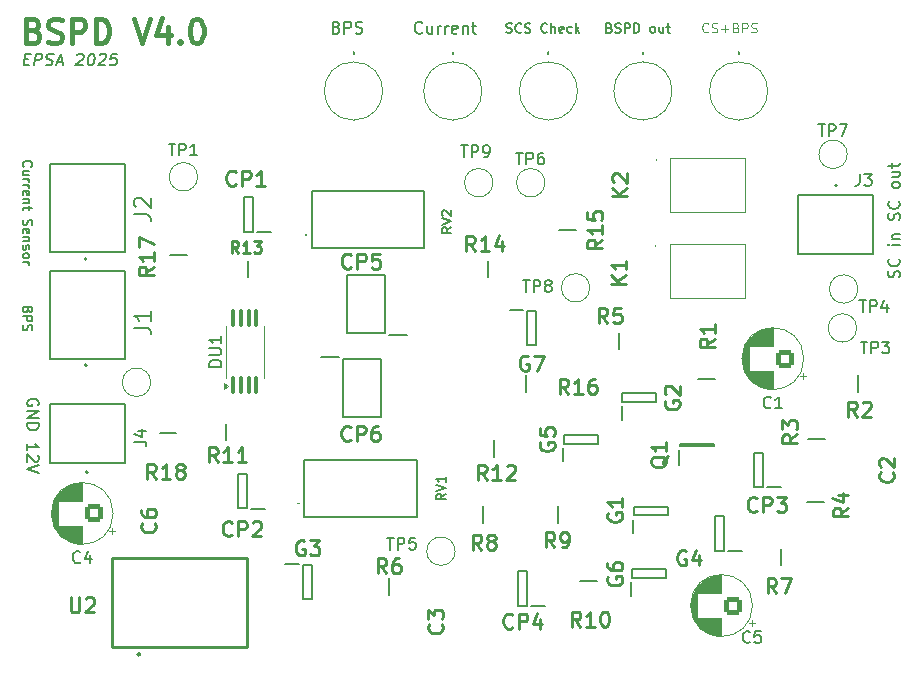
<source format=gbr>
%TF.GenerationSoftware,KiCad,Pcbnew,9.0.2*%
%TF.CreationDate,2025-06-13T21:58:29+02:00*%
%TF.ProjectId,bspdv4,62737064-7634-42e6-9b69-6361645f7063,rev?*%
%TF.SameCoordinates,Original*%
%TF.FileFunction,Legend,Top*%
%TF.FilePolarity,Positive*%
%FSLAX46Y46*%
G04 Gerber Fmt 4.6, Leading zero omitted, Abs format (unit mm)*
G04 Created by KiCad (PCBNEW 9.0.2) date 2025-06-13 21:58:29*
%MOMM*%
%LPD*%
G01*
G04 APERTURE LIST*
G04 Aperture macros list*
%AMRoundRect*
0 Rectangle with rounded corners*
0 $1 Rounding radius*
0 $2 $3 $4 $5 $6 $7 $8 $9 X,Y pos of 4 corners*
0 Add a 4 corners polygon primitive as box body*
4,1,4,$2,$3,$4,$5,$6,$7,$8,$9,$2,$3,0*
0 Add four circle primitives for the rounded corners*
1,1,$1+$1,$2,$3*
1,1,$1+$1,$4,$5*
1,1,$1+$1,$6,$7*
1,1,$1+$1,$8,$9*
0 Add four rect primitives between the rounded corners*
20,1,$1+$1,$2,$3,$4,$5,0*
20,1,$1+$1,$4,$5,$6,$7,0*
20,1,$1+$1,$6,$7,$8,$9,0*
20,1,$1+$1,$8,$9,$2,$3,0*%
G04 Aperture macros list end*
%ADD10C,0.150000*%
%ADD11C,0.400000*%
%ADD12C,0.125000*%
%ADD13C,0.254000*%
%ADD14C,0.250000*%
%ADD15C,0.200000*%
%ADD16C,0.120000*%
%ADD17C,0.127000*%
%ADD18C,0.100000*%
%ADD19R,1.800000X1.050000*%
%ADD20R,1.470000X1.070000*%
%ADD21C,2.000000*%
%ADD22R,1.530000X1.530000*%
%ADD23C,1.530000*%
%ADD24R,1.050000X1.800000*%
%ADD25C,1.440000*%
%ADD26R,1.528000X0.650000*%
%ADD27R,0.600000X1.150000*%
%ADD28R,0.600000X1.300000*%
%ADD29R,1.150000X0.600000*%
%ADD30C,1.447000*%
%ADD31RoundRect,0.250000X0.550000X0.550000X-0.550000X0.550000X-0.550000X-0.550000X0.550000X-0.550000X0*%
%ADD32C,1.600000*%
%ADD33R,1.217000X1.217000*%
%ADD34C,1.217000*%
%ADD35C,2.700000*%
%ADD36O,1.600000X0.950000*%
%ADD37R,1.610000X1.610000*%
%ADD38C,1.610000*%
%ADD39RoundRect,0.100000X0.100000X-0.637500X0.100000X0.637500X-0.100000X0.637500X-0.100000X-0.637500X0*%
G04 APERTURE END LIST*
D10*
X165952987Y-44146303D02*
X165914892Y-44108207D01*
X165914892Y-44108207D02*
X165876796Y-43993922D01*
X165876796Y-43993922D02*
X165876796Y-43917731D01*
X165876796Y-43917731D02*
X165914892Y-43803445D01*
X165914892Y-43803445D02*
X165991082Y-43727255D01*
X165991082Y-43727255D02*
X166067272Y-43689160D01*
X166067272Y-43689160D02*
X166219653Y-43651064D01*
X166219653Y-43651064D02*
X166333939Y-43651064D01*
X166333939Y-43651064D02*
X166486320Y-43689160D01*
X166486320Y-43689160D02*
X166562511Y-43727255D01*
X166562511Y-43727255D02*
X166638701Y-43803445D01*
X166638701Y-43803445D02*
X166676796Y-43917731D01*
X166676796Y-43917731D02*
X166676796Y-43993922D01*
X166676796Y-43993922D02*
X166638701Y-44108207D01*
X166638701Y-44108207D02*
X166600606Y-44146303D01*
X166410130Y-44832017D02*
X165876796Y-44832017D01*
X166410130Y-44489160D02*
X165991082Y-44489160D01*
X165991082Y-44489160D02*
X165914892Y-44527255D01*
X165914892Y-44527255D02*
X165876796Y-44603445D01*
X165876796Y-44603445D02*
X165876796Y-44717731D01*
X165876796Y-44717731D02*
X165914892Y-44793922D01*
X165914892Y-44793922D02*
X165952987Y-44832017D01*
X165876796Y-45212970D02*
X166410130Y-45212970D01*
X166257749Y-45212970D02*
X166333939Y-45251065D01*
X166333939Y-45251065D02*
X166372034Y-45289160D01*
X166372034Y-45289160D02*
X166410130Y-45365351D01*
X166410130Y-45365351D02*
X166410130Y-45441541D01*
X165876796Y-45708208D02*
X166410130Y-45708208D01*
X166257749Y-45708208D02*
X166333939Y-45746303D01*
X166333939Y-45746303D02*
X166372034Y-45784398D01*
X166372034Y-45784398D02*
X166410130Y-45860589D01*
X166410130Y-45860589D02*
X166410130Y-45936779D01*
X165914892Y-46508208D02*
X165876796Y-46432017D01*
X165876796Y-46432017D02*
X165876796Y-46279636D01*
X165876796Y-46279636D02*
X165914892Y-46203446D01*
X165914892Y-46203446D02*
X165991082Y-46165350D01*
X165991082Y-46165350D02*
X166295844Y-46165350D01*
X166295844Y-46165350D02*
X166372034Y-46203446D01*
X166372034Y-46203446D02*
X166410130Y-46279636D01*
X166410130Y-46279636D02*
X166410130Y-46432017D01*
X166410130Y-46432017D02*
X166372034Y-46508208D01*
X166372034Y-46508208D02*
X166295844Y-46546303D01*
X166295844Y-46546303D02*
X166219653Y-46546303D01*
X166219653Y-46546303D02*
X166143463Y-46165350D01*
X166410130Y-46889160D02*
X165876796Y-46889160D01*
X166333939Y-46889160D02*
X166372034Y-46927255D01*
X166372034Y-46927255D02*
X166410130Y-47003445D01*
X166410130Y-47003445D02*
X166410130Y-47117731D01*
X166410130Y-47117731D02*
X166372034Y-47193922D01*
X166372034Y-47193922D02*
X166295844Y-47232017D01*
X166295844Y-47232017D02*
X165876796Y-47232017D01*
X166410130Y-47498684D02*
X166410130Y-47803446D01*
X166676796Y-47612970D02*
X165991082Y-47612970D01*
X165991082Y-47612970D02*
X165914892Y-47651065D01*
X165914892Y-47651065D02*
X165876796Y-47727255D01*
X165876796Y-47727255D02*
X165876796Y-47803446D01*
X165914892Y-48641541D02*
X165876796Y-48755827D01*
X165876796Y-48755827D02*
X165876796Y-48946303D01*
X165876796Y-48946303D02*
X165914892Y-49022494D01*
X165914892Y-49022494D02*
X165952987Y-49060589D01*
X165952987Y-49060589D02*
X166029177Y-49098684D01*
X166029177Y-49098684D02*
X166105368Y-49098684D01*
X166105368Y-49098684D02*
X166181558Y-49060589D01*
X166181558Y-49060589D02*
X166219653Y-49022494D01*
X166219653Y-49022494D02*
X166257749Y-48946303D01*
X166257749Y-48946303D02*
X166295844Y-48793922D01*
X166295844Y-48793922D02*
X166333939Y-48717732D01*
X166333939Y-48717732D02*
X166372034Y-48679637D01*
X166372034Y-48679637D02*
X166448225Y-48641541D01*
X166448225Y-48641541D02*
X166524415Y-48641541D01*
X166524415Y-48641541D02*
X166600606Y-48679637D01*
X166600606Y-48679637D02*
X166638701Y-48717732D01*
X166638701Y-48717732D02*
X166676796Y-48793922D01*
X166676796Y-48793922D02*
X166676796Y-48984399D01*
X166676796Y-48984399D02*
X166638701Y-49098684D01*
X165914892Y-49746304D02*
X165876796Y-49670113D01*
X165876796Y-49670113D02*
X165876796Y-49517732D01*
X165876796Y-49517732D02*
X165914892Y-49441542D01*
X165914892Y-49441542D02*
X165991082Y-49403446D01*
X165991082Y-49403446D02*
X166295844Y-49403446D01*
X166295844Y-49403446D02*
X166372034Y-49441542D01*
X166372034Y-49441542D02*
X166410130Y-49517732D01*
X166410130Y-49517732D02*
X166410130Y-49670113D01*
X166410130Y-49670113D02*
X166372034Y-49746304D01*
X166372034Y-49746304D02*
X166295844Y-49784399D01*
X166295844Y-49784399D02*
X166219653Y-49784399D01*
X166219653Y-49784399D02*
X166143463Y-49403446D01*
X166410130Y-50127256D02*
X165876796Y-50127256D01*
X166333939Y-50127256D02*
X166372034Y-50165351D01*
X166372034Y-50165351D02*
X166410130Y-50241541D01*
X166410130Y-50241541D02*
X166410130Y-50355827D01*
X166410130Y-50355827D02*
X166372034Y-50432018D01*
X166372034Y-50432018D02*
X166295844Y-50470113D01*
X166295844Y-50470113D02*
X165876796Y-50470113D01*
X165914892Y-50812970D02*
X165876796Y-50889161D01*
X165876796Y-50889161D02*
X165876796Y-51041542D01*
X165876796Y-51041542D02*
X165914892Y-51117732D01*
X165914892Y-51117732D02*
X165991082Y-51155828D01*
X165991082Y-51155828D02*
X166029177Y-51155828D01*
X166029177Y-51155828D02*
X166105368Y-51117732D01*
X166105368Y-51117732D02*
X166143463Y-51041542D01*
X166143463Y-51041542D02*
X166143463Y-50927256D01*
X166143463Y-50927256D02*
X166181558Y-50851066D01*
X166181558Y-50851066D02*
X166257749Y-50812970D01*
X166257749Y-50812970D02*
X166295844Y-50812970D01*
X166295844Y-50812970D02*
X166372034Y-50851066D01*
X166372034Y-50851066D02*
X166410130Y-50927256D01*
X166410130Y-50927256D02*
X166410130Y-51041542D01*
X166410130Y-51041542D02*
X166372034Y-51117732D01*
X165876796Y-51612970D02*
X165914892Y-51536780D01*
X165914892Y-51536780D02*
X165952987Y-51498685D01*
X165952987Y-51498685D02*
X166029177Y-51460589D01*
X166029177Y-51460589D02*
X166257749Y-51460589D01*
X166257749Y-51460589D02*
X166333939Y-51498685D01*
X166333939Y-51498685D02*
X166372034Y-51536780D01*
X166372034Y-51536780D02*
X166410130Y-51612970D01*
X166410130Y-51612970D02*
X166410130Y-51727256D01*
X166410130Y-51727256D02*
X166372034Y-51803447D01*
X166372034Y-51803447D02*
X166333939Y-51841542D01*
X166333939Y-51841542D02*
X166257749Y-51879637D01*
X166257749Y-51879637D02*
X166029177Y-51879637D01*
X166029177Y-51879637D02*
X165952987Y-51841542D01*
X165952987Y-51841542D02*
X165914892Y-51803447D01*
X165914892Y-51803447D02*
X165876796Y-51727256D01*
X165876796Y-51727256D02*
X165876796Y-51612970D01*
X165876796Y-52222495D02*
X166410130Y-52222495D01*
X166257749Y-52222495D02*
X166333939Y-52260590D01*
X166333939Y-52260590D02*
X166372034Y-52298685D01*
X166372034Y-52298685D02*
X166410130Y-52374876D01*
X166410130Y-52374876D02*
X166410130Y-52451066D01*
D11*
X166796014Y-32606819D02*
X167081728Y-32702057D01*
X167081728Y-32702057D02*
X167176966Y-32797295D01*
X167176966Y-32797295D02*
X167272204Y-32987771D01*
X167272204Y-32987771D02*
X167272204Y-33273485D01*
X167272204Y-33273485D02*
X167176966Y-33463961D01*
X167176966Y-33463961D02*
X167081728Y-33559200D01*
X167081728Y-33559200D02*
X166891252Y-33654438D01*
X166891252Y-33654438D02*
X166129347Y-33654438D01*
X166129347Y-33654438D02*
X166129347Y-31654438D01*
X166129347Y-31654438D02*
X166796014Y-31654438D01*
X166796014Y-31654438D02*
X166986490Y-31749676D01*
X166986490Y-31749676D02*
X167081728Y-31844914D01*
X167081728Y-31844914D02*
X167176966Y-32035390D01*
X167176966Y-32035390D02*
X167176966Y-32225866D01*
X167176966Y-32225866D02*
X167081728Y-32416342D01*
X167081728Y-32416342D02*
X166986490Y-32511580D01*
X166986490Y-32511580D02*
X166796014Y-32606819D01*
X166796014Y-32606819D02*
X166129347Y-32606819D01*
X168034109Y-33559200D02*
X168319823Y-33654438D01*
X168319823Y-33654438D02*
X168796014Y-33654438D01*
X168796014Y-33654438D02*
X168986490Y-33559200D01*
X168986490Y-33559200D02*
X169081728Y-33463961D01*
X169081728Y-33463961D02*
X169176966Y-33273485D01*
X169176966Y-33273485D02*
X169176966Y-33083009D01*
X169176966Y-33083009D02*
X169081728Y-32892533D01*
X169081728Y-32892533D02*
X168986490Y-32797295D01*
X168986490Y-32797295D02*
X168796014Y-32702057D01*
X168796014Y-32702057D02*
X168415061Y-32606819D01*
X168415061Y-32606819D02*
X168224585Y-32511580D01*
X168224585Y-32511580D02*
X168129347Y-32416342D01*
X168129347Y-32416342D02*
X168034109Y-32225866D01*
X168034109Y-32225866D02*
X168034109Y-32035390D01*
X168034109Y-32035390D02*
X168129347Y-31844914D01*
X168129347Y-31844914D02*
X168224585Y-31749676D01*
X168224585Y-31749676D02*
X168415061Y-31654438D01*
X168415061Y-31654438D02*
X168891252Y-31654438D01*
X168891252Y-31654438D02*
X169176966Y-31749676D01*
X170034109Y-33654438D02*
X170034109Y-31654438D01*
X170034109Y-31654438D02*
X170796014Y-31654438D01*
X170796014Y-31654438D02*
X170986490Y-31749676D01*
X170986490Y-31749676D02*
X171081728Y-31844914D01*
X171081728Y-31844914D02*
X171176966Y-32035390D01*
X171176966Y-32035390D02*
X171176966Y-32321104D01*
X171176966Y-32321104D02*
X171081728Y-32511580D01*
X171081728Y-32511580D02*
X170986490Y-32606819D01*
X170986490Y-32606819D02*
X170796014Y-32702057D01*
X170796014Y-32702057D02*
X170034109Y-32702057D01*
X172034109Y-33654438D02*
X172034109Y-31654438D01*
X172034109Y-31654438D02*
X172510299Y-31654438D01*
X172510299Y-31654438D02*
X172796014Y-31749676D01*
X172796014Y-31749676D02*
X172986490Y-31940152D01*
X172986490Y-31940152D02*
X173081728Y-32130628D01*
X173081728Y-32130628D02*
X173176966Y-32511580D01*
X173176966Y-32511580D02*
X173176966Y-32797295D01*
X173176966Y-32797295D02*
X173081728Y-33178247D01*
X173081728Y-33178247D02*
X172986490Y-33368723D01*
X172986490Y-33368723D02*
X172796014Y-33559200D01*
X172796014Y-33559200D02*
X172510299Y-33654438D01*
X172510299Y-33654438D02*
X172034109Y-33654438D01*
X175272205Y-31654438D02*
X175938871Y-33654438D01*
X175938871Y-33654438D02*
X176605538Y-31654438D01*
X178129348Y-32321104D02*
X178129348Y-33654438D01*
X177653157Y-31559200D02*
X177176967Y-32987771D01*
X177176967Y-32987771D02*
X178415062Y-32987771D01*
X179176967Y-33463961D02*
X179272205Y-33559200D01*
X179272205Y-33559200D02*
X179176967Y-33654438D01*
X179176967Y-33654438D02*
X179081729Y-33559200D01*
X179081729Y-33559200D02*
X179176967Y-33463961D01*
X179176967Y-33463961D02*
X179176967Y-33654438D01*
X180510300Y-31654438D02*
X180700777Y-31654438D01*
X180700777Y-31654438D02*
X180891253Y-31749676D01*
X180891253Y-31749676D02*
X180986491Y-31844914D01*
X180986491Y-31844914D02*
X181081729Y-32035390D01*
X181081729Y-32035390D02*
X181176967Y-32416342D01*
X181176967Y-32416342D02*
X181176967Y-32892533D01*
X181176967Y-32892533D02*
X181081729Y-33273485D01*
X181081729Y-33273485D02*
X180986491Y-33463961D01*
X180986491Y-33463961D02*
X180891253Y-33559200D01*
X180891253Y-33559200D02*
X180700777Y-33654438D01*
X180700777Y-33654438D02*
X180510300Y-33654438D01*
X180510300Y-33654438D02*
X180319824Y-33559200D01*
X180319824Y-33559200D02*
X180224586Y-33463961D01*
X180224586Y-33463961D02*
X180129348Y-33273485D01*
X180129348Y-33273485D02*
X180034110Y-32892533D01*
X180034110Y-32892533D02*
X180034110Y-32416342D01*
X180034110Y-32416342D02*
X180129348Y-32035390D01*
X180129348Y-32035390D02*
X180224586Y-31844914D01*
X180224586Y-31844914D02*
X180319824Y-31749676D01*
X180319824Y-31749676D02*
X180510300Y-31654438D01*
D10*
X240093292Y-53510839D02*
X240140911Y-53367982D01*
X240140911Y-53367982D02*
X240140911Y-53129887D01*
X240140911Y-53129887D02*
X240093292Y-53034649D01*
X240093292Y-53034649D02*
X240045672Y-52987030D01*
X240045672Y-52987030D02*
X239950434Y-52939411D01*
X239950434Y-52939411D02*
X239855196Y-52939411D01*
X239855196Y-52939411D02*
X239759958Y-52987030D01*
X239759958Y-52987030D02*
X239712339Y-53034649D01*
X239712339Y-53034649D02*
X239664720Y-53129887D01*
X239664720Y-53129887D02*
X239617101Y-53320363D01*
X239617101Y-53320363D02*
X239569482Y-53415601D01*
X239569482Y-53415601D02*
X239521863Y-53463220D01*
X239521863Y-53463220D02*
X239426625Y-53510839D01*
X239426625Y-53510839D02*
X239331387Y-53510839D01*
X239331387Y-53510839D02*
X239236149Y-53463220D01*
X239236149Y-53463220D02*
X239188530Y-53415601D01*
X239188530Y-53415601D02*
X239140911Y-53320363D01*
X239140911Y-53320363D02*
X239140911Y-53082268D01*
X239140911Y-53082268D02*
X239188530Y-52939411D01*
X240045672Y-51939411D02*
X240093292Y-51987030D01*
X240093292Y-51987030D02*
X240140911Y-52129887D01*
X240140911Y-52129887D02*
X240140911Y-52225125D01*
X240140911Y-52225125D02*
X240093292Y-52367982D01*
X240093292Y-52367982D02*
X239998053Y-52463220D01*
X239998053Y-52463220D02*
X239902815Y-52510839D01*
X239902815Y-52510839D02*
X239712339Y-52558458D01*
X239712339Y-52558458D02*
X239569482Y-52558458D01*
X239569482Y-52558458D02*
X239379006Y-52510839D01*
X239379006Y-52510839D02*
X239283768Y-52463220D01*
X239283768Y-52463220D02*
X239188530Y-52367982D01*
X239188530Y-52367982D02*
X239140911Y-52225125D01*
X239140911Y-52225125D02*
X239140911Y-52129887D01*
X239140911Y-52129887D02*
X239188530Y-51987030D01*
X239188530Y-51987030D02*
X239236149Y-51939411D01*
X240140911Y-50748934D02*
X239474244Y-50748934D01*
X239140911Y-50748934D02*
X239188530Y-50796553D01*
X239188530Y-50796553D02*
X239236149Y-50748934D01*
X239236149Y-50748934D02*
X239188530Y-50701315D01*
X239188530Y-50701315D02*
X239140911Y-50748934D01*
X239140911Y-50748934D02*
X239236149Y-50748934D01*
X239474244Y-50272744D02*
X240140911Y-50272744D01*
X239569482Y-50272744D02*
X239521863Y-50225125D01*
X239521863Y-50225125D02*
X239474244Y-50129887D01*
X239474244Y-50129887D02*
X239474244Y-49987030D01*
X239474244Y-49987030D02*
X239521863Y-49891792D01*
X239521863Y-49891792D02*
X239617101Y-49844173D01*
X239617101Y-49844173D02*
X240140911Y-49844173D01*
X240093292Y-48653696D02*
X240140911Y-48510839D01*
X240140911Y-48510839D02*
X240140911Y-48272744D01*
X240140911Y-48272744D02*
X240093292Y-48177506D01*
X240093292Y-48177506D02*
X240045672Y-48129887D01*
X240045672Y-48129887D02*
X239950434Y-48082268D01*
X239950434Y-48082268D02*
X239855196Y-48082268D01*
X239855196Y-48082268D02*
X239759958Y-48129887D01*
X239759958Y-48129887D02*
X239712339Y-48177506D01*
X239712339Y-48177506D02*
X239664720Y-48272744D01*
X239664720Y-48272744D02*
X239617101Y-48463220D01*
X239617101Y-48463220D02*
X239569482Y-48558458D01*
X239569482Y-48558458D02*
X239521863Y-48606077D01*
X239521863Y-48606077D02*
X239426625Y-48653696D01*
X239426625Y-48653696D02*
X239331387Y-48653696D01*
X239331387Y-48653696D02*
X239236149Y-48606077D01*
X239236149Y-48606077D02*
X239188530Y-48558458D01*
X239188530Y-48558458D02*
X239140911Y-48463220D01*
X239140911Y-48463220D02*
X239140911Y-48225125D01*
X239140911Y-48225125D02*
X239188530Y-48082268D01*
X240045672Y-47082268D02*
X240093292Y-47129887D01*
X240093292Y-47129887D02*
X240140911Y-47272744D01*
X240140911Y-47272744D02*
X240140911Y-47367982D01*
X240140911Y-47367982D02*
X240093292Y-47510839D01*
X240093292Y-47510839D02*
X239998053Y-47606077D01*
X239998053Y-47606077D02*
X239902815Y-47653696D01*
X239902815Y-47653696D02*
X239712339Y-47701315D01*
X239712339Y-47701315D02*
X239569482Y-47701315D01*
X239569482Y-47701315D02*
X239379006Y-47653696D01*
X239379006Y-47653696D02*
X239283768Y-47606077D01*
X239283768Y-47606077D02*
X239188530Y-47510839D01*
X239188530Y-47510839D02*
X239140911Y-47367982D01*
X239140911Y-47367982D02*
X239140911Y-47272744D01*
X239140911Y-47272744D02*
X239188530Y-47129887D01*
X239188530Y-47129887D02*
X239236149Y-47082268D01*
X240140911Y-45748934D02*
X240093292Y-45844172D01*
X240093292Y-45844172D02*
X240045672Y-45891791D01*
X240045672Y-45891791D02*
X239950434Y-45939410D01*
X239950434Y-45939410D02*
X239664720Y-45939410D01*
X239664720Y-45939410D02*
X239569482Y-45891791D01*
X239569482Y-45891791D02*
X239521863Y-45844172D01*
X239521863Y-45844172D02*
X239474244Y-45748934D01*
X239474244Y-45748934D02*
X239474244Y-45606077D01*
X239474244Y-45606077D02*
X239521863Y-45510839D01*
X239521863Y-45510839D02*
X239569482Y-45463220D01*
X239569482Y-45463220D02*
X239664720Y-45415601D01*
X239664720Y-45415601D02*
X239950434Y-45415601D01*
X239950434Y-45415601D02*
X240045672Y-45463220D01*
X240045672Y-45463220D02*
X240093292Y-45510839D01*
X240093292Y-45510839D02*
X240140911Y-45606077D01*
X240140911Y-45606077D02*
X240140911Y-45748934D01*
X239474244Y-44558458D02*
X240140911Y-44558458D01*
X239474244Y-44987029D02*
X239998053Y-44987029D01*
X239998053Y-44987029D02*
X240093292Y-44939410D01*
X240093292Y-44939410D02*
X240140911Y-44844172D01*
X240140911Y-44844172D02*
X240140911Y-44701315D01*
X240140911Y-44701315D02*
X240093292Y-44606077D01*
X240093292Y-44606077D02*
X240045672Y-44558458D01*
X239474244Y-44225124D02*
X239474244Y-43844172D01*
X239140911Y-44082267D02*
X239998053Y-44082267D01*
X239998053Y-44082267D02*
X240093292Y-44034648D01*
X240093292Y-44034648D02*
X240140911Y-43939410D01*
X240140911Y-43939410D02*
X240140911Y-43844172D01*
X165996303Y-35046009D02*
X166329636Y-35046009D01*
X166407017Y-35569819D02*
X165930826Y-35569819D01*
X165930826Y-35569819D02*
X166055826Y-34569819D01*
X166055826Y-34569819D02*
X166532017Y-34569819D01*
X166835588Y-35569819D02*
X166960588Y-34569819D01*
X166960588Y-34569819D02*
X167341541Y-34569819D01*
X167341541Y-34569819D02*
X167430826Y-34617438D01*
X167430826Y-34617438D02*
X167472493Y-34665057D01*
X167472493Y-34665057D02*
X167508207Y-34760295D01*
X167508207Y-34760295D02*
X167490350Y-34903152D01*
X167490350Y-34903152D02*
X167430826Y-34998390D01*
X167430826Y-34998390D02*
X167377255Y-35046009D01*
X167377255Y-35046009D02*
X167276065Y-35093628D01*
X167276065Y-35093628D02*
X166895112Y-35093628D01*
X167793922Y-35522200D02*
X167930826Y-35569819D01*
X167930826Y-35569819D02*
X168168922Y-35569819D01*
X168168922Y-35569819D02*
X168270112Y-35522200D01*
X168270112Y-35522200D02*
X168323684Y-35474580D01*
X168323684Y-35474580D02*
X168383207Y-35379342D01*
X168383207Y-35379342D02*
X168395112Y-35284104D01*
X168395112Y-35284104D02*
X168359398Y-35188866D01*
X168359398Y-35188866D02*
X168317731Y-35141247D01*
X168317731Y-35141247D02*
X168228446Y-35093628D01*
X168228446Y-35093628D02*
X168043922Y-35046009D01*
X168043922Y-35046009D02*
X167954636Y-34998390D01*
X167954636Y-34998390D02*
X167912969Y-34950771D01*
X167912969Y-34950771D02*
X167877255Y-34855533D01*
X167877255Y-34855533D02*
X167889160Y-34760295D01*
X167889160Y-34760295D02*
X167948684Y-34665057D01*
X167948684Y-34665057D02*
X168002255Y-34617438D01*
X168002255Y-34617438D02*
X168103446Y-34569819D01*
X168103446Y-34569819D02*
X168341541Y-34569819D01*
X168341541Y-34569819D02*
X168478446Y-34617438D01*
X168776065Y-35284104D02*
X169252255Y-35284104D01*
X168645112Y-35569819D02*
X169103446Y-34569819D01*
X169103446Y-34569819D02*
X169311779Y-35569819D01*
X170472494Y-34665057D02*
X170526065Y-34617438D01*
X170526065Y-34617438D02*
X170627255Y-34569819D01*
X170627255Y-34569819D02*
X170865351Y-34569819D01*
X170865351Y-34569819D02*
X170954636Y-34617438D01*
X170954636Y-34617438D02*
X170996303Y-34665057D01*
X170996303Y-34665057D02*
X171032017Y-34760295D01*
X171032017Y-34760295D02*
X171020113Y-34855533D01*
X171020113Y-34855533D02*
X170954636Y-34998390D01*
X170954636Y-34998390D02*
X170311779Y-35569819D01*
X170311779Y-35569819D02*
X170930827Y-35569819D01*
X171674875Y-34569819D02*
X171770113Y-34569819D01*
X171770113Y-34569819D02*
X171859398Y-34617438D01*
X171859398Y-34617438D02*
X171901065Y-34665057D01*
X171901065Y-34665057D02*
X171936779Y-34760295D01*
X171936779Y-34760295D02*
X171960589Y-34950771D01*
X171960589Y-34950771D02*
X171930827Y-35188866D01*
X171930827Y-35188866D02*
X171859398Y-35379342D01*
X171859398Y-35379342D02*
X171799875Y-35474580D01*
X171799875Y-35474580D02*
X171746303Y-35522200D01*
X171746303Y-35522200D02*
X171645113Y-35569819D01*
X171645113Y-35569819D02*
X171549875Y-35569819D01*
X171549875Y-35569819D02*
X171460589Y-35522200D01*
X171460589Y-35522200D02*
X171418922Y-35474580D01*
X171418922Y-35474580D02*
X171383208Y-35379342D01*
X171383208Y-35379342D02*
X171359398Y-35188866D01*
X171359398Y-35188866D02*
X171389160Y-34950771D01*
X171389160Y-34950771D02*
X171460589Y-34760295D01*
X171460589Y-34760295D02*
X171520113Y-34665057D01*
X171520113Y-34665057D02*
X171573684Y-34617438D01*
X171573684Y-34617438D02*
X171674875Y-34569819D01*
X172377256Y-34665057D02*
X172430827Y-34617438D01*
X172430827Y-34617438D02*
X172532017Y-34569819D01*
X172532017Y-34569819D02*
X172770113Y-34569819D01*
X172770113Y-34569819D02*
X172859398Y-34617438D01*
X172859398Y-34617438D02*
X172901065Y-34665057D01*
X172901065Y-34665057D02*
X172936779Y-34760295D01*
X172936779Y-34760295D02*
X172924875Y-34855533D01*
X172924875Y-34855533D02*
X172859398Y-34998390D01*
X172859398Y-34998390D02*
X172216541Y-35569819D01*
X172216541Y-35569819D02*
X172835589Y-35569819D01*
X173865351Y-34569819D02*
X173389160Y-34569819D01*
X173389160Y-34569819D02*
X173282018Y-35046009D01*
X173282018Y-35046009D02*
X173335589Y-34998390D01*
X173335589Y-34998390D02*
X173436779Y-34950771D01*
X173436779Y-34950771D02*
X173674875Y-34950771D01*
X173674875Y-34950771D02*
X173764160Y-34998390D01*
X173764160Y-34998390D02*
X173805827Y-35046009D01*
X173805827Y-35046009D02*
X173841541Y-35141247D01*
X173841541Y-35141247D02*
X173811779Y-35379342D01*
X173811779Y-35379342D02*
X173752256Y-35474580D01*
X173752256Y-35474580D02*
X173698684Y-35522200D01*
X173698684Y-35522200D02*
X173597494Y-35569819D01*
X173597494Y-35569819D02*
X173359398Y-35569819D01*
X173359398Y-35569819D02*
X173270113Y-35522200D01*
X173270113Y-35522200D02*
X173228446Y-35474580D01*
X215526918Y-32392247D02*
X215641204Y-32430342D01*
X215641204Y-32430342D02*
X215679299Y-32468438D01*
X215679299Y-32468438D02*
X215717395Y-32544628D01*
X215717395Y-32544628D02*
X215717395Y-32658914D01*
X215717395Y-32658914D02*
X215679299Y-32735104D01*
X215679299Y-32735104D02*
X215641204Y-32773200D01*
X215641204Y-32773200D02*
X215565014Y-32811295D01*
X215565014Y-32811295D02*
X215260252Y-32811295D01*
X215260252Y-32811295D02*
X215260252Y-32011295D01*
X215260252Y-32011295D02*
X215526918Y-32011295D01*
X215526918Y-32011295D02*
X215603109Y-32049390D01*
X215603109Y-32049390D02*
X215641204Y-32087485D01*
X215641204Y-32087485D02*
X215679299Y-32163676D01*
X215679299Y-32163676D02*
X215679299Y-32239866D01*
X215679299Y-32239866D02*
X215641204Y-32316057D01*
X215641204Y-32316057D02*
X215603109Y-32354152D01*
X215603109Y-32354152D02*
X215526918Y-32392247D01*
X215526918Y-32392247D02*
X215260252Y-32392247D01*
X216022156Y-32773200D02*
X216136442Y-32811295D01*
X216136442Y-32811295D02*
X216326918Y-32811295D01*
X216326918Y-32811295D02*
X216403109Y-32773200D01*
X216403109Y-32773200D02*
X216441204Y-32735104D01*
X216441204Y-32735104D02*
X216479299Y-32658914D01*
X216479299Y-32658914D02*
X216479299Y-32582723D01*
X216479299Y-32582723D02*
X216441204Y-32506533D01*
X216441204Y-32506533D02*
X216403109Y-32468438D01*
X216403109Y-32468438D02*
X216326918Y-32430342D01*
X216326918Y-32430342D02*
X216174537Y-32392247D01*
X216174537Y-32392247D02*
X216098347Y-32354152D01*
X216098347Y-32354152D02*
X216060252Y-32316057D01*
X216060252Y-32316057D02*
X216022156Y-32239866D01*
X216022156Y-32239866D02*
X216022156Y-32163676D01*
X216022156Y-32163676D02*
X216060252Y-32087485D01*
X216060252Y-32087485D02*
X216098347Y-32049390D01*
X216098347Y-32049390D02*
X216174537Y-32011295D01*
X216174537Y-32011295D02*
X216365014Y-32011295D01*
X216365014Y-32011295D02*
X216479299Y-32049390D01*
X216822157Y-32811295D02*
X216822157Y-32011295D01*
X216822157Y-32011295D02*
X217126919Y-32011295D01*
X217126919Y-32011295D02*
X217203109Y-32049390D01*
X217203109Y-32049390D02*
X217241204Y-32087485D01*
X217241204Y-32087485D02*
X217279300Y-32163676D01*
X217279300Y-32163676D02*
X217279300Y-32277961D01*
X217279300Y-32277961D02*
X217241204Y-32354152D01*
X217241204Y-32354152D02*
X217203109Y-32392247D01*
X217203109Y-32392247D02*
X217126919Y-32430342D01*
X217126919Y-32430342D02*
X216822157Y-32430342D01*
X217622157Y-32811295D02*
X217622157Y-32011295D01*
X217622157Y-32011295D02*
X217812633Y-32011295D01*
X217812633Y-32011295D02*
X217926919Y-32049390D01*
X217926919Y-32049390D02*
X218003109Y-32125580D01*
X218003109Y-32125580D02*
X218041204Y-32201771D01*
X218041204Y-32201771D02*
X218079300Y-32354152D01*
X218079300Y-32354152D02*
X218079300Y-32468438D01*
X218079300Y-32468438D02*
X218041204Y-32620819D01*
X218041204Y-32620819D02*
X218003109Y-32697009D01*
X218003109Y-32697009D02*
X217926919Y-32773200D01*
X217926919Y-32773200D02*
X217812633Y-32811295D01*
X217812633Y-32811295D02*
X217622157Y-32811295D01*
X219145966Y-32811295D02*
X219069776Y-32773200D01*
X219069776Y-32773200D02*
X219031681Y-32735104D01*
X219031681Y-32735104D02*
X218993585Y-32658914D01*
X218993585Y-32658914D02*
X218993585Y-32430342D01*
X218993585Y-32430342D02*
X219031681Y-32354152D01*
X219031681Y-32354152D02*
X219069776Y-32316057D01*
X219069776Y-32316057D02*
X219145966Y-32277961D01*
X219145966Y-32277961D02*
X219260252Y-32277961D01*
X219260252Y-32277961D02*
X219336443Y-32316057D01*
X219336443Y-32316057D02*
X219374538Y-32354152D01*
X219374538Y-32354152D02*
X219412633Y-32430342D01*
X219412633Y-32430342D02*
X219412633Y-32658914D01*
X219412633Y-32658914D02*
X219374538Y-32735104D01*
X219374538Y-32735104D02*
X219336443Y-32773200D01*
X219336443Y-32773200D02*
X219260252Y-32811295D01*
X219260252Y-32811295D02*
X219145966Y-32811295D01*
X220098348Y-32277961D02*
X220098348Y-32811295D01*
X219755491Y-32277961D02*
X219755491Y-32697009D01*
X219755491Y-32697009D02*
X219793586Y-32773200D01*
X219793586Y-32773200D02*
X219869776Y-32811295D01*
X219869776Y-32811295D02*
X219984062Y-32811295D01*
X219984062Y-32811295D02*
X220060253Y-32773200D01*
X220060253Y-32773200D02*
X220098348Y-32735104D01*
X220365015Y-32277961D02*
X220669777Y-32277961D01*
X220479301Y-32011295D02*
X220479301Y-32697009D01*
X220479301Y-32697009D02*
X220517396Y-32773200D01*
X220517396Y-32773200D02*
X220593586Y-32811295D01*
X220593586Y-32811295D02*
X220669777Y-32811295D01*
X166295844Y-56255826D02*
X166257749Y-56370112D01*
X166257749Y-56370112D02*
X166219653Y-56408207D01*
X166219653Y-56408207D02*
X166143463Y-56446303D01*
X166143463Y-56446303D02*
X166029177Y-56446303D01*
X166029177Y-56446303D02*
X165952987Y-56408207D01*
X165952987Y-56408207D02*
X165914892Y-56370112D01*
X165914892Y-56370112D02*
X165876796Y-56293922D01*
X165876796Y-56293922D02*
X165876796Y-55989160D01*
X165876796Y-55989160D02*
X166676796Y-55989160D01*
X166676796Y-55989160D02*
X166676796Y-56255826D01*
X166676796Y-56255826D02*
X166638701Y-56332017D01*
X166638701Y-56332017D02*
X166600606Y-56370112D01*
X166600606Y-56370112D02*
X166524415Y-56408207D01*
X166524415Y-56408207D02*
X166448225Y-56408207D01*
X166448225Y-56408207D02*
X166372034Y-56370112D01*
X166372034Y-56370112D02*
X166333939Y-56332017D01*
X166333939Y-56332017D02*
X166295844Y-56255826D01*
X166295844Y-56255826D02*
X166295844Y-55989160D01*
X165876796Y-56789160D02*
X166676796Y-56789160D01*
X166676796Y-56789160D02*
X166676796Y-57093922D01*
X166676796Y-57093922D02*
X166638701Y-57170112D01*
X166638701Y-57170112D02*
X166600606Y-57208207D01*
X166600606Y-57208207D02*
X166524415Y-57246303D01*
X166524415Y-57246303D02*
X166410130Y-57246303D01*
X166410130Y-57246303D02*
X166333939Y-57208207D01*
X166333939Y-57208207D02*
X166295844Y-57170112D01*
X166295844Y-57170112D02*
X166257749Y-57093922D01*
X166257749Y-57093922D02*
X166257749Y-56789160D01*
X165914892Y-57551064D02*
X165876796Y-57665350D01*
X165876796Y-57665350D02*
X165876796Y-57855826D01*
X165876796Y-57855826D02*
X165914892Y-57932017D01*
X165914892Y-57932017D02*
X165952987Y-57970112D01*
X165952987Y-57970112D02*
X166029177Y-58008207D01*
X166029177Y-58008207D02*
X166105368Y-58008207D01*
X166105368Y-58008207D02*
X166181558Y-57970112D01*
X166181558Y-57970112D02*
X166219653Y-57932017D01*
X166219653Y-57932017D02*
X166257749Y-57855826D01*
X166257749Y-57855826D02*
X166295844Y-57703445D01*
X166295844Y-57703445D02*
X166333939Y-57627255D01*
X166333939Y-57627255D02*
X166372034Y-57589160D01*
X166372034Y-57589160D02*
X166448225Y-57551064D01*
X166448225Y-57551064D02*
X166524415Y-57551064D01*
X166524415Y-57551064D02*
X166600606Y-57589160D01*
X166600606Y-57589160D02*
X166638701Y-57627255D01*
X166638701Y-57627255D02*
X166676796Y-57703445D01*
X166676796Y-57703445D02*
X166676796Y-57893922D01*
X166676796Y-57893922D02*
X166638701Y-58008207D01*
X192441204Y-32346009D02*
X192584061Y-32393628D01*
X192584061Y-32393628D02*
X192631680Y-32441247D01*
X192631680Y-32441247D02*
X192679299Y-32536485D01*
X192679299Y-32536485D02*
X192679299Y-32679342D01*
X192679299Y-32679342D02*
X192631680Y-32774580D01*
X192631680Y-32774580D02*
X192584061Y-32822200D01*
X192584061Y-32822200D02*
X192488823Y-32869819D01*
X192488823Y-32869819D02*
X192107871Y-32869819D01*
X192107871Y-32869819D02*
X192107871Y-31869819D01*
X192107871Y-31869819D02*
X192441204Y-31869819D01*
X192441204Y-31869819D02*
X192536442Y-31917438D01*
X192536442Y-31917438D02*
X192584061Y-31965057D01*
X192584061Y-31965057D02*
X192631680Y-32060295D01*
X192631680Y-32060295D02*
X192631680Y-32155533D01*
X192631680Y-32155533D02*
X192584061Y-32250771D01*
X192584061Y-32250771D02*
X192536442Y-32298390D01*
X192536442Y-32298390D02*
X192441204Y-32346009D01*
X192441204Y-32346009D02*
X192107871Y-32346009D01*
X193107871Y-32869819D02*
X193107871Y-31869819D01*
X193107871Y-31869819D02*
X193488823Y-31869819D01*
X193488823Y-31869819D02*
X193584061Y-31917438D01*
X193584061Y-31917438D02*
X193631680Y-31965057D01*
X193631680Y-31965057D02*
X193679299Y-32060295D01*
X193679299Y-32060295D02*
X193679299Y-32203152D01*
X193679299Y-32203152D02*
X193631680Y-32298390D01*
X193631680Y-32298390D02*
X193584061Y-32346009D01*
X193584061Y-32346009D02*
X193488823Y-32393628D01*
X193488823Y-32393628D02*
X193107871Y-32393628D01*
X194060252Y-32822200D02*
X194203109Y-32869819D01*
X194203109Y-32869819D02*
X194441204Y-32869819D01*
X194441204Y-32869819D02*
X194536442Y-32822200D01*
X194536442Y-32822200D02*
X194584061Y-32774580D01*
X194584061Y-32774580D02*
X194631680Y-32679342D01*
X194631680Y-32679342D02*
X194631680Y-32584104D01*
X194631680Y-32584104D02*
X194584061Y-32488866D01*
X194584061Y-32488866D02*
X194536442Y-32441247D01*
X194536442Y-32441247D02*
X194441204Y-32393628D01*
X194441204Y-32393628D02*
X194250728Y-32346009D01*
X194250728Y-32346009D02*
X194155490Y-32298390D01*
X194155490Y-32298390D02*
X194107871Y-32250771D01*
X194107871Y-32250771D02*
X194060252Y-32155533D01*
X194060252Y-32155533D02*
X194060252Y-32060295D01*
X194060252Y-32060295D02*
X194107871Y-31965057D01*
X194107871Y-31965057D02*
X194155490Y-31917438D01*
X194155490Y-31917438D02*
X194250728Y-31869819D01*
X194250728Y-31869819D02*
X194488823Y-31869819D01*
X194488823Y-31869819D02*
X194631680Y-31917438D01*
X199679299Y-32774580D02*
X199631680Y-32822200D01*
X199631680Y-32822200D02*
X199488823Y-32869819D01*
X199488823Y-32869819D02*
X199393585Y-32869819D01*
X199393585Y-32869819D02*
X199250728Y-32822200D01*
X199250728Y-32822200D02*
X199155490Y-32726961D01*
X199155490Y-32726961D02*
X199107871Y-32631723D01*
X199107871Y-32631723D02*
X199060252Y-32441247D01*
X199060252Y-32441247D02*
X199060252Y-32298390D01*
X199060252Y-32298390D02*
X199107871Y-32107914D01*
X199107871Y-32107914D02*
X199155490Y-32012676D01*
X199155490Y-32012676D02*
X199250728Y-31917438D01*
X199250728Y-31917438D02*
X199393585Y-31869819D01*
X199393585Y-31869819D02*
X199488823Y-31869819D01*
X199488823Y-31869819D02*
X199631680Y-31917438D01*
X199631680Y-31917438D02*
X199679299Y-31965057D01*
X200536442Y-32203152D02*
X200536442Y-32869819D01*
X200107871Y-32203152D02*
X200107871Y-32726961D01*
X200107871Y-32726961D02*
X200155490Y-32822200D01*
X200155490Y-32822200D02*
X200250728Y-32869819D01*
X200250728Y-32869819D02*
X200393585Y-32869819D01*
X200393585Y-32869819D02*
X200488823Y-32822200D01*
X200488823Y-32822200D02*
X200536442Y-32774580D01*
X201012633Y-32869819D02*
X201012633Y-32203152D01*
X201012633Y-32393628D02*
X201060252Y-32298390D01*
X201060252Y-32298390D02*
X201107871Y-32250771D01*
X201107871Y-32250771D02*
X201203109Y-32203152D01*
X201203109Y-32203152D02*
X201298347Y-32203152D01*
X201631681Y-32869819D02*
X201631681Y-32203152D01*
X201631681Y-32393628D02*
X201679300Y-32298390D01*
X201679300Y-32298390D02*
X201726919Y-32250771D01*
X201726919Y-32250771D02*
X201822157Y-32203152D01*
X201822157Y-32203152D02*
X201917395Y-32203152D01*
X202631681Y-32822200D02*
X202536443Y-32869819D01*
X202536443Y-32869819D02*
X202345967Y-32869819D01*
X202345967Y-32869819D02*
X202250729Y-32822200D01*
X202250729Y-32822200D02*
X202203110Y-32726961D01*
X202203110Y-32726961D02*
X202203110Y-32346009D01*
X202203110Y-32346009D02*
X202250729Y-32250771D01*
X202250729Y-32250771D02*
X202345967Y-32203152D01*
X202345967Y-32203152D02*
X202536443Y-32203152D01*
X202536443Y-32203152D02*
X202631681Y-32250771D01*
X202631681Y-32250771D02*
X202679300Y-32346009D01*
X202679300Y-32346009D02*
X202679300Y-32441247D01*
X202679300Y-32441247D02*
X202203110Y-32536485D01*
X203107872Y-32203152D02*
X203107872Y-32869819D01*
X203107872Y-32298390D02*
X203155491Y-32250771D01*
X203155491Y-32250771D02*
X203250729Y-32203152D01*
X203250729Y-32203152D02*
X203393586Y-32203152D01*
X203393586Y-32203152D02*
X203488824Y-32250771D01*
X203488824Y-32250771D02*
X203536443Y-32346009D01*
X203536443Y-32346009D02*
X203536443Y-32869819D01*
X203869777Y-32203152D02*
X204250729Y-32203152D01*
X204012634Y-31869819D02*
X204012634Y-32726961D01*
X204012634Y-32726961D02*
X204060253Y-32822200D01*
X204060253Y-32822200D02*
X204155491Y-32869819D01*
X204155491Y-32869819D02*
X204250729Y-32869819D01*
X167182561Y-64360588D02*
X167230180Y-64265350D01*
X167230180Y-64265350D02*
X167230180Y-64122493D01*
X167230180Y-64122493D02*
X167182561Y-63979636D01*
X167182561Y-63979636D02*
X167087323Y-63884398D01*
X167087323Y-63884398D02*
X166992085Y-63836779D01*
X166992085Y-63836779D02*
X166801609Y-63789160D01*
X166801609Y-63789160D02*
X166658752Y-63789160D01*
X166658752Y-63789160D02*
X166468276Y-63836779D01*
X166468276Y-63836779D02*
X166373038Y-63884398D01*
X166373038Y-63884398D02*
X166277800Y-63979636D01*
X166277800Y-63979636D02*
X166230180Y-64122493D01*
X166230180Y-64122493D02*
X166230180Y-64217731D01*
X166230180Y-64217731D02*
X166277800Y-64360588D01*
X166277800Y-64360588D02*
X166325419Y-64408207D01*
X166325419Y-64408207D02*
X166658752Y-64408207D01*
X166658752Y-64408207D02*
X166658752Y-64217731D01*
X166230180Y-64836779D02*
X167230180Y-64836779D01*
X167230180Y-64836779D02*
X166230180Y-65408207D01*
X166230180Y-65408207D02*
X167230180Y-65408207D01*
X166230180Y-65884398D02*
X167230180Y-65884398D01*
X167230180Y-65884398D02*
X167230180Y-66122493D01*
X167230180Y-66122493D02*
X167182561Y-66265350D01*
X167182561Y-66265350D02*
X167087323Y-66360588D01*
X167087323Y-66360588D02*
X166992085Y-66408207D01*
X166992085Y-66408207D02*
X166801609Y-66455826D01*
X166801609Y-66455826D02*
X166658752Y-66455826D01*
X166658752Y-66455826D02*
X166468276Y-66408207D01*
X166468276Y-66408207D02*
X166373038Y-66360588D01*
X166373038Y-66360588D02*
X166277800Y-66265350D01*
X166277800Y-66265350D02*
X166230180Y-66122493D01*
X166230180Y-66122493D02*
X166230180Y-65884398D01*
X166230180Y-68170112D02*
X166230180Y-67598684D01*
X166230180Y-67884398D02*
X167230180Y-67884398D01*
X167230180Y-67884398D02*
X167087323Y-67789160D01*
X167087323Y-67789160D02*
X166992085Y-67693922D01*
X166992085Y-67693922D02*
X166944466Y-67598684D01*
X167134942Y-68551065D02*
X167182561Y-68598684D01*
X167182561Y-68598684D02*
X167230180Y-68693922D01*
X167230180Y-68693922D02*
X167230180Y-68932017D01*
X167230180Y-68932017D02*
X167182561Y-69027255D01*
X167182561Y-69027255D02*
X167134942Y-69074874D01*
X167134942Y-69074874D02*
X167039704Y-69122493D01*
X167039704Y-69122493D02*
X166944466Y-69122493D01*
X166944466Y-69122493D02*
X166801609Y-69074874D01*
X166801609Y-69074874D02*
X166230180Y-68503446D01*
X166230180Y-68503446D02*
X166230180Y-69122493D01*
X167230180Y-69408208D02*
X166230180Y-69741541D01*
X166230180Y-69741541D02*
X167230180Y-70074874D01*
X206822156Y-32773200D02*
X206936442Y-32811295D01*
X206936442Y-32811295D02*
X207126918Y-32811295D01*
X207126918Y-32811295D02*
X207203109Y-32773200D01*
X207203109Y-32773200D02*
X207241204Y-32735104D01*
X207241204Y-32735104D02*
X207279299Y-32658914D01*
X207279299Y-32658914D02*
X207279299Y-32582723D01*
X207279299Y-32582723D02*
X207241204Y-32506533D01*
X207241204Y-32506533D02*
X207203109Y-32468438D01*
X207203109Y-32468438D02*
X207126918Y-32430342D01*
X207126918Y-32430342D02*
X206974537Y-32392247D01*
X206974537Y-32392247D02*
X206898347Y-32354152D01*
X206898347Y-32354152D02*
X206860252Y-32316057D01*
X206860252Y-32316057D02*
X206822156Y-32239866D01*
X206822156Y-32239866D02*
X206822156Y-32163676D01*
X206822156Y-32163676D02*
X206860252Y-32087485D01*
X206860252Y-32087485D02*
X206898347Y-32049390D01*
X206898347Y-32049390D02*
X206974537Y-32011295D01*
X206974537Y-32011295D02*
X207165014Y-32011295D01*
X207165014Y-32011295D02*
X207279299Y-32049390D01*
X208079300Y-32735104D02*
X208041204Y-32773200D01*
X208041204Y-32773200D02*
X207926919Y-32811295D01*
X207926919Y-32811295D02*
X207850728Y-32811295D01*
X207850728Y-32811295D02*
X207736442Y-32773200D01*
X207736442Y-32773200D02*
X207660252Y-32697009D01*
X207660252Y-32697009D02*
X207622157Y-32620819D01*
X207622157Y-32620819D02*
X207584061Y-32468438D01*
X207584061Y-32468438D02*
X207584061Y-32354152D01*
X207584061Y-32354152D02*
X207622157Y-32201771D01*
X207622157Y-32201771D02*
X207660252Y-32125580D01*
X207660252Y-32125580D02*
X207736442Y-32049390D01*
X207736442Y-32049390D02*
X207850728Y-32011295D01*
X207850728Y-32011295D02*
X207926919Y-32011295D01*
X207926919Y-32011295D02*
X208041204Y-32049390D01*
X208041204Y-32049390D02*
X208079300Y-32087485D01*
X208384061Y-32773200D02*
X208498347Y-32811295D01*
X208498347Y-32811295D02*
X208688823Y-32811295D01*
X208688823Y-32811295D02*
X208765014Y-32773200D01*
X208765014Y-32773200D02*
X208803109Y-32735104D01*
X208803109Y-32735104D02*
X208841204Y-32658914D01*
X208841204Y-32658914D02*
X208841204Y-32582723D01*
X208841204Y-32582723D02*
X208803109Y-32506533D01*
X208803109Y-32506533D02*
X208765014Y-32468438D01*
X208765014Y-32468438D02*
X208688823Y-32430342D01*
X208688823Y-32430342D02*
X208536442Y-32392247D01*
X208536442Y-32392247D02*
X208460252Y-32354152D01*
X208460252Y-32354152D02*
X208422157Y-32316057D01*
X208422157Y-32316057D02*
X208384061Y-32239866D01*
X208384061Y-32239866D02*
X208384061Y-32163676D01*
X208384061Y-32163676D02*
X208422157Y-32087485D01*
X208422157Y-32087485D02*
X208460252Y-32049390D01*
X208460252Y-32049390D02*
X208536442Y-32011295D01*
X208536442Y-32011295D02*
X208726919Y-32011295D01*
X208726919Y-32011295D02*
X208841204Y-32049390D01*
X210250729Y-32735104D02*
X210212633Y-32773200D01*
X210212633Y-32773200D02*
X210098348Y-32811295D01*
X210098348Y-32811295D02*
X210022157Y-32811295D01*
X210022157Y-32811295D02*
X209907871Y-32773200D01*
X209907871Y-32773200D02*
X209831681Y-32697009D01*
X209831681Y-32697009D02*
X209793586Y-32620819D01*
X209793586Y-32620819D02*
X209755490Y-32468438D01*
X209755490Y-32468438D02*
X209755490Y-32354152D01*
X209755490Y-32354152D02*
X209793586Y-32201771D01*
X209793586Y-32201771D02*
X209831681Y-32125580D01*
X209831681Y-32125580D02*
X209907871Y-32049390D01*
X209907871Y-32049390D02*
X210022157Y-32011295D01*
X210022157Y-32011295D02*
X210098348Y-32011295D01*
X210098348Y-32011295D02*
X210212633Y-32049390D01*
X210212633Y-32049390D02*
X210250729Y-32087485D01*
X210593586Y-32811295D02*
X210593586Y-32011295D01*
X210936443Y-32811295D02*
X210936443Y-32392247D01*
X210936443Y-32392247D02*
X210898348Y-32316057D01*
X210898348Y-32316057D02*
X210822157Y-32277961D01*
X210822157Y-32277961D02*
X210707871Y-32277961D01*
X210707871Y-32277961D02*
X210631681Y-32316057D01*
X210631681Y-32316057D02*
X210593586Y-32354152D01*
X211622158Y-32773200D02*
X211545967Y-32811295D01*
X211545967Y-32811295D02*
X211393586Y-32811295D01*
X211393586Y-32811295D02*
X211317396Y-32773200D01*
X211317396Y-32773200D02*
X211279300Y-32697009D01*
X211279300Y-32697009D02*
X211279300Y-32392247D01*
X211279300Y-32392247D02*
X211317396Y-32316057D01*
X211317396Y-32316057D02*
X211393586Y-32277961D01*
X211393586Y-32277961D02*
X211545967Y-32277961D01*
X211545967Y-32277961D02*
X211622158Y-32316057D01*
X211622158Y-32316057D02*
X211660253Y-32392247D01*
X211660253Y-32392247D02*
X211660253Y-32468438D01*
X211660253Y-32468438D02*
X211279300Y-32544628D01*
X212345967Y-32773200D02*
X212269776Y-32811295D01*
X212269776Y-32811295D02*
X212117395Y-32811295D01*
X212117395Y-32811295D02*
X212041205Y-32773200D01*
X212041205Y-32773200D02*
X212003110Y-32735104D01*
X212003110Y-32735104D02*
X211965014Y-32658914D01*
X211965014Y-32658914D02*
X211965014Y-32430342D01*
X211965014Y-32430342D02*
X212003110Y-32354152D01*
X212003110Y-32354152D02*
X212041205Y-32316057D01*
X212041205Y-32316057D02*
X212117395Y-32277961D01*
X212117395Y-32277961D02*
X212269776Y-32277961D01*
X212269776Y-32277961D02*
X212345967Y-32316057D01*
X212688824Y-32811295D02*
X212688824Y-32011295D01*
X212765014Y-32506533D02*
X212993586Y-32811295D01*
X212993586Y-32277961D02*
X212688824Y-32582723D01*
D12*
X223900947Y-32705279D02*
X223862851Y-32743375D01*
X223862851Y-32743375D02*
X223748566Y-32781470D01*
X223748566Y-32781470D02*
X223672375Y-32781470D01*
X223672375Y-32781470D02*
X223558089Y-32743375D01*
X223558089Y-32743375D02*
X223481899Y-32667184D01*
X223481899Y-32667184D02*
X223443804Y-32590994D01*
X223443804Y-32590994D02*
X223405708Y-32438613D01*
X223405708Y-32438613D02*
X223405708Y-32324327D01*
X223405708Y-32324327D02*
X223443804Y-32171946D01*
X223443804Y-32171946D02*
X223481899Y-32095755D01*
X223481899Y-32095755D02*
X223558089Y-32019565D01*
X223558089Y-32019565D02*
X223672375Y-31981470D01*
X223672375Y-31981470D02*
X223748566Y-31981470D01*
X223748566Y-31981470D02*
X223862851Y-32019565D01*
X223862851Y-32019565D02*
X223900947Y-32057660D01*
X224205708Y-32743375D02*
X224319994Y-32781470D01*
X224319994Y-32781470D02*
X224510470Y-32781470D01*
X224510470Y-32781470D02*
X224586661Y-32743375D01*
X224586661Y-32743375D02*
X224624756Y-32705279D01*
X224624756Y-32705279D02*
X224662851Y-32629089D01*
X224662851Y-32629089D02*
X224662851Y-32552898D01*
X224662851Y-32552898D02*
X224624756Y-32476708D01*
X224624756Y-32476708D02*
X224586661Y-32438613D01*
X224586661Y-32438613D02*
X224510470Y-32400517D01*
X224510470Y-32400517D02*
X224358089Y-32362422D01*
X224358089Y-32362422D02*
X224281899Y-32324327D01*
X224281899Y-32324327D02*
X224243804Y-32286232D01*
X224243804Y-32286232D02*
X224205708Y-32210041D01*
X224205708Y-32210041D02*
X224205708Y-32133851D01*
X224205708Y-32133851D02*
X224243804Y-32057660D01*
X224243804Y-32057660D02*
X224281899Y-32019565D01*
X224281899Y-32019565D02*
X224358089Y-31981470D01*
X224358089Y-31981470D02*
X224548566Y-31981470D01*
X224548566Y-31981470D02*
X224662851Y-32019565D01*
X225005709Y-32476708D02*
X225615233Y-32476708D01*
X225310471Y-32781470D02*
X225310471Y-32171946D01*
X226262851Y-32362422D02*
X226377137Y-32400517D01*
X226377137Y-32400517D02*
X226415232Y-32438613D01*
X226415232Y-32438613D02*
X226453328Y-32514803D01*
X226453328Y-32514803D02*
X226453328Y-32629089D01*
X226453328Y-32629089D02*
X226415232Y-32705279D01*
X226415232Y-32705279D02*
X226377137Y-32743375D01*
X226377137Y-32743375D02*
X226300947Y-32781470D01*
X226300947Y-32781470D02*
X225996185Y-32781470D01*
X225996185Y-32781470D02*
X225996185Y-31981470D01*
X225996185Y-31981470D02*
X226262851Y-31981470D01*
X226262851Y-31981470D02*
X226339042Y-32019565D01*
X226339042Y-32019565D02*
X226377137Y-32057660D01*
X226377137Y-32057660D02*
X226415232Y-32133851D01*
X226415232Y-32133851D02*
X226415232Y-32210041D01*
X226415232Y-32210041D02*
X226377137Y-32286232D01*
X226377137Y-32286232D02*
X226339042Y-32324327D01*
X226339042Y-32324327D02*
X226262851Y-32362422D01*
X226262851Y-32362422D02*
X225996185Y-32362422D01*
X226796185Y-32781470D02*
X226796185Y-31981470D01*
X226796185Y-31981470D02*
X227100947Y-31981470D01*
X227100947Y-31981470D02*
X227177137Y-32019565D01*
X227177137Y-32019565D02*
X227215232Y-32057660D01*
X227215232Y-32057660D02*
X227253328Y-32133851D01*
X227253328Y-32133851D02*
X227253328Y-32248136D01*
X227253328Y-32248136D02*
X227215232Y-32324327D01*
X227215232Y-32324327D02*
X227177137Y-32362422D01*
X227177137Y-32362422D02*
X227100947Y-32400517D01*
X227100947Y-32400517D02*
X226796185Y-32400517D01*
X227558089Y-32743375D02*
X227672375Y-32781470D01*
X227672375Y-32781470D02*
X227862851Y-32781470D01*
X227862851Y-32781470D02*
X227939042Y-32743375D01*
X227939042Y-32743375D02*
X227977137Y-32705279D01*
X227977137Y-32705279D02*
X228015232Y-32629089D01*
X228015232Y-32629089D02*
X228015232Y-32552898D01*
X228015232Y-32552898D02*
X227977137Y-32476708D01*
X227977137Y-32476708D02*
X227939042Y-32438613D01*
X227939042Y-32438613D02*
X227862851Y-32400517D01*
X227862851Y-32400517D02*
X227710470Y-32362422D01*
X227710470Y-32362422D02*
X227634280Y-32324327D01*
X227634280Y-32324327D02*
X227596185Y-32286232D01*
X227596185Y-32286232D02*
X227558089Y-32210041D01*
X227558089Y-32210041D02*
X227558089Y-32133851D01*
X227558089Y-32133851D02*
X227596185Y-32057660D01*
X227596185Y-32057660D02*
X227634280Y-32019565D01*
X227634280Y-32019565D02*
X227710470Y-31981470D01*
X227710470Y-31981470D02*
X227900947Y-31981470D01*
X227900947Y-31981470D02*
X228015232Y-32019565D01*
D13*
X213083571Y-83074318D02*
X212660237Y-82469556D01*
X212357856Y-83074318D02*
X212357856Y-81804318D01*
X212357856Y-81804318D02*
X212841666Y-81804318D01*
X212841666Y-81804318D02*
X212962618Y-81864794D01*
X212962618Y-81864794D02*
X213023095Y-81925270D01*
X213023095Y-81925270D02*
X213083571Y-82046222D01*
X213083571Y-82046222D02*
X213083571Y-82227651D01*
X213083571Y-82227651D02*
X213023095Y-82348603D01*
X213023095Y-82348603D02*
X212962618Y-82409080D01*
X212962618Y-82409080D02*
X212841666Y-82469556D01*
X212841666Y-82469556D02*
X212357856Y-82469556D01*
X214293095Y-83074318D02*
X213567380Y-83074318D01*
X213930237Y-83074318D02*
X213930237Y-81804318D01*
X213930237Y-81804318D02*
X213809285Y-81985746D01*
X213809285Y-81985746D02*
X213688333Y-82106699D01*
X213688333Y-82106699D02*
X213567380Y-82167175D01*
X215079285Y-81804318D02*
X215200238Y-81804318D01*
X215200238Y-81804318D02*
X215321190Y-81864794D01*
X215321190Y-81864794D02*
X215381666Y-81925270D01*
X215381666Y-81925270D02*
X215442142Y-82046222D01*
X215442142Y-82046222D02*
X215502619Y-82288127D01*
X215502619Y-82288127D02*
X215502619Y-82590508D01*
X215502619Y-82590508D02*
X215442142Y-82832413D01*
X215442142Y-82832413D02*
X215381666Y-82953365D01*
X215381666Y-82953365D02*
X215321190Y-83013842D01*
X215321190Y-83013842D02*
X215200238Y-83074318D01*
X215200238Y-83074318D02*
X215079285Y-83074318D01*
X215079285Y-83074318D02*
X214958333Y-83013842D01*
X214958333Y-83013842D02*
X214897857Y-82953365D01*
X214897857Y-82953365D02*
X214837380Y-82832413D01*
X214837380Y-82832413D02*
X214776904Y-82590508D01*
X214776904Y-82590508D02*
X214776904Y-82288127D01*
X214776904Y-82288127D02*
X214837380Y-82046222D01*
X214837380Y-82046222D02*
X214897857Y-81925270D01*
X214897857Y-81925270D02*
X214958333Y-81864794D01*
X214958333Y-81864794D02*
X215079285Y-81804318D01*
X239524457Y-70011666D02*
X239584934Y-70072142D01*
X239584934Y-70072142D02*
X239645410Y-70253571D01*
X239645410Y-70253571D02*
X239645410Y-70374523D01*
X239645410Y-70374523D02*
X239584934Y-70555952D01*
X239584934Y-70555952D02*
X239463981Y-70676904D01*
X239463981Y-70676904D02*
X239343029Y-70737381D01*
X239343029Y-70737381D02*
X239101124Y-70797857D01*
X239101124Y-70797857D02*
X238919695Y-70797857D01*
X238919695Y-70797857D02*
X238677791Y-70737381D01*
X238677791Y-70737381D02*
X238556838Y-70676904D01*
X238556838Y-70676904D02*
X238435886Y-70555952D01*
X238435886Y-70555952D02*
X238375410Y-70374523D01*
X238375410Y-70374523D02*
X238375410Y-70253571D01*
X238375410Y-70253571D02*
X238435886Y-70072142D01*
X238435886Y-70072142D02*
X238496362Y-70011666D01*
X238496362Y-69527857D02*
X238435886Y-69467381D01*
X238435886Y-69467381D02*
X238375410Y-69346428D01*
X238375410Y-69346428D02*
X238375410Y-69044047D01*
X238375410Y-69044047D02*
X238435886Y-68923095D01*
X238435886Y-68923095D02*
X238496362Y-68862619D01*
X238496362Y-68862619D02*
X238617314Y-68802142D01*
X238617314Y-68802142D02*
X238738267Y-68802142D01*
X238738267Y-68802142D02*
X238919695Y-68862619D01*
X238919695Y-68862619D02*
X239645410Y-69588333D01*
X239645410Y-69588333D02*
X239645410Y-68802142D01*
D10*
X236737758Y-44754819D02*
X236737758Y-45469104D01*
X236737758Y-45469104D02*
X236690139Y-45611961D01*
X236690139Y-45611961D02*
X236594901Y-45707200D01*
X236594901Y-45707200D02*
X236452044Y-45754819D01*
X236452044Y-45754819D02*
X236356806Y-45754819D01*
X237118711Y-44754819D02*
X237737758Y-44754819D01*
X237737758Y-44754819D02*
X237404425Y-45135771D01*
X237404425Y-45135771D02*
X237547282Y-45135771D01*
X237547282Y-45135771D02*
X237642520Y-45183390D01*
X237642520Y-45183390D02*
X237690139Y-45231009D01*
X237690139Y-45231009D02*
X237737758Y-45326247D01*
X237737758Y-45326247D02*
X237737758Y-45564342D01*
X237737758Y-45564342D02*
X237690139Y-45659580D01*
X237690139Y-45659580D02*
X237642520Y-45707200D01*
X237642520Y-45707200D02*
X237547282Y-45754819D01*
X237547282Y-45754819D02*
X237261568Y-45754819D01*
X237261568Y-45754819D02*
X237166330Y-45707200D01*
X237166330Y-45707200D02*
X237118711Y-45659580D01*
D14*
X184128234Y-51449619D02*
X183794901Y-50973428D01*
X183556806Y-51449619D02*
X183556806Y-50449619D01*
X183556806Y-50449619D02*
X183937758Y-50449619D01*
X183937758Y-50449619D02*
X184032996Y-50497238D01*
X184032996Y-50497238D02*
X184080615Y-50544857D01*
X184080615Y-50544857D02*
X184128234Y-50640095D01*
X184128234Y-50640095D02*
X184128234Y-50782952D01*
X184128234Y-50782952D02*
X184080615Y-50878190D01*
X184080615Y-50878190D02*
X184032996Y-50925809D01*
X184032996Y-50925809D02*
X183937758Y-50973428D01*
X183937758Y-50973428D02*
X183556806Y-50973428D01*
X185080615Y-51449619D02*
X184509187Y-51449619D01*
X184794901Y-51449619D02*
X184794901Y-50449619D01*
X184794901Y-50449619D02*
X184699663Y-50592476D01*
X184699663Y-50592476D02*
X184604425Y-50687714D01*
X184604425Y-50687714D02*
X184509187Y-50735333D01*
X185413949Y-50449619D02*
X186032996Y-50449619D01*
X186032996Y-50449619D02*
X185699663Y-50830571D01*
X185699663Y-50830571D02*
X185842520Y-50830571D01*
X185842520Y-50830571D02*
X185937758Y-50878190D01*
X185937758Y-50878190D02*
X185985377Y-50925809D01*
X185985377Y-50925809D02*
X186032996Y-51021047D01*
X186032996Y-51021047D02*
X186032996Y-51259142D01*
X186032996Y-51259142D02*
X185985377Y-51354380D01*
X185985377Y-51354380D02*
X185937758Y-51402000D01*
X185937758Y-51402000D02*
X185842520Y-51449619D01*
X185842520Y-51449619D02*
X185556806Y-51449619D01*
X185556806Y-51449619D02*
X185461568Y-51402000D01*
X185461568Y-51402000D02*
X185413949Y-51354380D01*
D13*
X196647524Y-78572347D02*
X196224190Y-77967585D01*
X195921809Y-78572347D02*
X195921809Y-77302347D01*
X195921809Y-77302347D02*
X196405619Y-77302347D01*
X196405619Y-77302347D02*
X196526571Y-77362823D01*
X196526571Y-77362823D02*
X196587048Y-77423299D01*
X196587048Y-77423299D02*
X196647524Y-77544251D01*
X196647524Y-77544251D02*
X196647524Y-77725680D01*
X196647524Y-77725680D02*
X196587048Y-77846632D01*
X196587048Y-77846632D02*
X196526571Y-77907109D01*
X196526571Y-77907109D02*
X196405619Y-77967585D01*
X196405619Y-77967585D02*
X195921809Y-77967585D01*
X197736095Y-77302347D02*
X197494190Y-77302347D01*
X197494190Y-77302347D02*
X197373238Y-77362823D01*
X197373238Y-77362823D02*
X197312762Y-77423299D01*
X197312762Y-77423299D02*
X197191809Y-77604728D01*
X197191809Y-77604728D02*
X197131333Y-77846632D01*
X197131333Y-77846632D02*
X197131333Y-78330442D01*
X197131333Y-78330442D02*
X197191809Y-78451394D01*
X197191809Y-78451394D02*
X197252286Y-78511871D01*
X197252286Y-78511871D02*
X197373238Y-78572347D01*
X197373238Y-78572347D02*
X197615143Y-78572347D01*
X197615143Y-78572347D02*
X197736095Y-78511871D01*
X197736095Y-78511871D02*
X197796571Y-78451394D01*
X197796571Y-78451394D02*
X197857048Y-78330442D01*
X197857048Y-78330442D02*
X197857048Y-78028061D01*
X197857048Y-78028061D02*
X197796571Y-77907109D01*
X197796571Y-77907109D02*
X197736095Y-77846632D01*
X197736095Y-77846632D02*
X197615143Y-77786156D01*
X197615143Y-77786156D02*
X197373238Y-77786156D01*
X197373238Y-77786156D02*
X197252286Y-77846632D01*
X197252286Y-77846632D02*
X197191809Y-77907109D01*
X197191809Y-77907109D02*
X197131333Y-78028061D01*
X169932380Y-80604318D02*
X169932380Y-81632413D01*
X169932380Y-81632413D02*
X169992857Y-81753365D01*
X169992857Y-81753365D02*
X170053333Y-81813842D01*
X170053333Y-81813842D02*
X170174285Y-81874318D01*
X170174285Y-81874318D02*
X170416190Y-81874318D01*
X170416190Y-81874318D02*
X170537142Y-81813842D01*
X170537142Y-81813842D02*
X170597619Y-81753365D01*
X170597619Y-81753365D02*
X170658095Y-81632413D01*
X170658095Y-81632413D02*
X170658095Y-80604318D01*
X171202380Y-80725270D02*
X171262856Y-80664794D01*
X171262856Y-80664794D02*
X171383809Y-80604318D01*
X171383809Y-80604318D02*
X171686190Y-80604318D01*
X171686190Y-80604318D02*
X171807142Y-80664794D01*
X171807142Y-80664794D02*
X171867618Y-80725270D01*
X171867618Y-80725270D02*
X171928095Y-80846222D01*
X171928095Y-80846222D02*
X171928095Y-80967175D01*
X171928095Y-80967175D02*
X171867618Y-81148603D01*
X171867618Y-81148603D02*
X171141904Y-81874318D01*
X171141904Y-81874318D02*
X171928095Y-81874318D01*
D10*
X202969187Y-42334819D02*
X203540615Y-42334819D01*
X203254901Y-43334819D02*
X203254901Y-42334819D01*
X203873949Y-43334819D02*
X203873949Y-42334819D01*
X203873949Y-42334819D02*
X204254901Y-42334819D01*
X204254901Y-42334819D02*
X204350139Y-42382438D01*
X204350139Y-42382438D02*
X204397758Y-42430057D01*
X204397758Y-42430057D02*
X204445377Y-42525295D01*
X204445377Y-42525295D02*
X204445377Y-42668152D01*
X204445377Y-42668152D02*
X204397758Y-42763390D01*
X204397758Y-42763390D02*
X204350139Y-42811009D01*
X204350139Y-42811009D02*
X204254901Y-42858628D01*
X204254901Y-42858628D02*
X203873949Y-42858628D01*
X204921568Y-43334819D02*
X205112044Y-43334819D01*
X205112044Y-43334819D02*
X205207282Y-43287200D01*
X205207282Y-43287200D02*
X205254901Y-43239580D01*
X205254901Y-43239580D02*
X205350139Y-43096723D01*
X205350139Y-43096723D02*
X205397758Y-42906247D01*
X205397758Y-42906247D02*
X205397758Y-42525295D01*
X205397758Y-42525295D02*
X205350139Y-42430057D01*
X205350139Y-42430057D02*
X205302520Y-42382438D01*
X205302520Y-42382438D02*
X205207282Y-42334819D01*
X205207282Y-42334819D02*
X205016806Y-42334819D01*
X205016806Y-42334819D02*
X204921568Y-42382438D01*
X204921568Y-42382438D02*
X204873949Y-42430057D01*
X204873949Y-42430057D02*
X204826330Y-42525295D01*
X204826330Y-42525295D02*
X204826330Y-42763390D01*
X204826330Y-42763390D02*
X204873949Y-42858628D01*
X204873949Y-42858628D02*
X204921568Y-42906247D01*
X204921568Y-42906247D02*
X205016806Y-42953866D01*
X205016806Y-42953866D02*
X205207282Y-42953866D01*
X205207282Y-42953866D02*
X205302520Y-42906247D01*
X205302520Y-42906247D02*
X205350139Y-42858628D01*
X205350139Y-42858628D02*
X205397758Y-42763390D01*
D13*
X236484425Y-65304318D02*
X236061091Y-64699556D01*
X235758710Y-65304318D02*
X235758710Y-64034318D01*
X235758710Y-64034318D02*
X236242520Y-64034318D01*
X236242520Y-64034318D02*
X236363472Y-64094794D01*
X236363472Y-64094794D02*
X236423949Y-64155270D01*
X236423949Y-64155270D02*
X236484425Y-64276222D01*
X236484425Y-64276222D02*
X236484425Y-64457651D01*
X236484425Y-64457651D02*
X236423949Y-64578603D01*
X236423949Y-64578603D02*
X236363472Y-64639080D01*
X236363472Y-64639080D02*
X236242520Y-64699556D01*
X236242520Y-64699556D02*
X235758710Y-64699556D01*
X236968234Y-64155270D02*
X237028710Y-64094794D01*
X237028710Y-64094794D02*
X237149663Y-64034318D01*
X237149663Y-64034318D02*
X237452044Y-64034318D01*
X237452044Y-64034318D02*
X237572996Y-64094794D01*
X237572996Y-64094794D02*
X237633472Y-64155270D01*
X237633472Y-64155270D02*
X237693949Y-64276222D01*
X237693949Y-64276222D02*
X237693949Y-64397175D01*
X237693949Y-64397175D02*
X237633472Y-64578603D01*
X237633472Y-64578603D02*
X236907758Y-65304318D01*
X236907758Y-65304318D02*
X237693949Y-65304318D01*
X193653333Y-52653365D02*
X193592857Y-52713842D01*
X193592857Y-52713842D02*
X193411428Y-52774318D01*
X193411428Y-52774318D02*
X193290476Y-52774318D01*
X193290476Y-52774318D02*
X193109047Y-52713842D01*
X193109047Y-52713842D02*
X192988095Y-52592889D01*
X192988095Y-52592889D02*
X192927618Y-52471937D01*
X192927618Y-52471937D02*
X192867142Y-52230032D01*
X192867142Y-52230032D02*
X192867142Y-52048603D01*
X192867142Y-52048603D02*
X192927618Y-51806699D01*
X192927618Y-51806699D02*
X192988095Y-51685746D01*
X192988095Y-51685746D02*
X193109047Y-51564794D01*
X193109047Y-51564794D02*
X193290476Y-51504318D01*
X193290476Y-51504318D02*
X193411428Y-51504318D01*
X193411428Y-51504318D02*
X193592857Y-51564794D01*
X193592857Y-51564794D02*
X193653333Y-51625270D01*
X194197618Y-52774318D02*
X194197618Y-51504318D01*
X194197618Y-51504318D02*
X194681428Y-51504318D01*
X194681428Y-51504318D02*
X194802380Y-51564794D01*
X194802380Y-51564794D02*
X194862857Y-51625270D01*
X194862857Y-51625270D02*
X194923333Y-51746222D01*
X194923333Y-51746222D02*
X194923333Y-51927651D01*
X194923333Y-51927651D02*
X194862857Y-52048603D01*
X194862857Y-52048603D02*
X194802380Y-52109080D01*
X194802380Y-52109080D02*
X194681428Y-52169556D01*
X194681428Y-52169556D02*
X194197618Y-52169556D01*
X196072380Y-51504318D02*
X195467618Y-51504318D01*
X195467618Y-51504318D02*
X195407142Y-52109080D01*
X195407142Y-52109080D02*
X195467618Y-52048603D01*
X195467618Y-52048603D02*
X195588571Y-51988127D01*
X195588571Y-51988127D02*
X195890952Y-51988127D01*
X195890952Y-51988127D02*
X196011904Y-52048603D01*
X196011904Y-52048603D02*
X196072380Y-52109080D01*
X196072380Y-52109080D02*
X196132857Y-52230032D01*
X196132857Y-52230032D02*
X196132857Y-52532413D01*
X196132857Y-52532413D02*
X196072380Y-52653365D01*
X196072380Y-52653365D02*
X196011904Y-52713842D01*
X196011904Y-52713842D02*
X195890952Y-52774318D01*
X195890952Y-52774318D02*
X195588571Y-52774318D01*
X195588571Y-52774318D02*
X195467618Y-52713842D01*
X195467618Y-52713842D02*
X195407142Y-52653365D01*
X215435886Y-73472142D02*
X215375410Y-73593095D01*
X215375410Y-73593095D02*
X215375410Y-73774523D01*
X215375410Y-73774523D02*
X215435886Y-73955952D01*
X215435886Y-73955952D02*
X215556838Y-74076904D01*
X215556838Y-74076904D02*
X215677791Y-74137381D01*
X215677791Y-74137381D02*
X215919695Y-74197857D01*
X215919695Y-74197857D02*
X216101124Y-74197857D01*
X216101124Y-74197857D02*
X216343029Y-74137381D01*
X216343029Y-74137381D02*
X216463981Y-74076904D01*
X216463981Y-74076904D02*
X216584934Y-73955952D01*
X216584934Y-73955952D02*
X216645410Y-73774523D01*
X216645410Y-73774523D02*
X216645410Y-73653571D01*
X216645410Y-73653571D02*
X216584934Y-73472142D01*
X216584934Y-73472142D02*
X216524457Y-73411666D01*
X216524457Y-73411666D02*
X216101124Y-73411666D01*
X216101124Y-73411666D02*
X216101124Y-73653571D01*
X216645410Y-72202142D02*
X216645410Y-72927857D01*
X216645410Y-72565000D02*
X215375410Y-72565000D01*
X215375410Y-72565000D02*
X215556838Y-72685952D01*
X215556838Y-72685952D02*
X215677791Y-72806904D01*
X215677791Y-72806904D02*
X215738267Y-72927857D01*
X235745410Y-73011666D02*
X235140648Y-73435000D01*
X235745410Y-73737381D02*
X234475410Y-73737381D01*
X234475410Y-73737381D02*
X234475410Y-73253571D01*
X234475410Y-73253571D02*
X234535886Y-73132619D01*
X234535886Y-73132619D02*
X234596362Y-73072142D01*
X234596362Y-73072142D02*
X234717314Y-73011666D01*
X234717314Y-73011666D02*
X234898743Y-73011666D01*
X234898743Y-73011666D02*
X235019695Y-73072142D01*
X235019695Y-73072142D02*
X235080172Y-73132619D01*
X235080172Y-73132619D02*
X235140648Y-73253571D01*
X235140648Y-73253571D02*
X235140648Y-73737381D01*
X234898743Y-71923095D02*
X235745410Y-71923095D01*
X234414934Y-72225476D02*
X235322076Y-72527857D01*
X235322076Y-72527857D02*
X235322076Y-71741666D01*
X201324457Y-82861666D02*
X201384934Y-82922142D01*
X201384934Y-82922142D02*
X201445410Y-83103571D01*
X201445410Y-83103571D02*
X201445410Y-83224523D01*
X201445410Y-83224523D02*
X201384934Y-83405952D01*
X201384934Y-83405952D02*
X201263981Y-83526904D01*
X201263981Y-83526904D02*
X201143029Y-83587381D01*
X201143029Y-83587381D02*
X200901124Y-83647857D01*
X200901124Y-83647857D02*
X200719695Y-83647857D01*
X200719695Y-83647857D02*
X200477791Y-83587381D01*
X200477791Y-83587381D02*
X200356838Y-83526904D01*
X200356838Y-83526904D02*
X200235886Y-83405952D01*
X200235886Y-83405952D02*
X200175410Y-83224523D01*
X200175410Y-83224523D02*
X200175410Y-83103571D01*
X200175410Y-83103571D02*
X200235886Y-82922142D01*
X200235886Y-82922142D02*
X200296362Y-82861666D01*
X200175410Y-82438333D02*
X200175410Y-81652142D01*
X200175410Y-81652142D02*
X200659219Y-82075476D01*
X200659219Y-82075476D02*
X200659219Y-81894047D01*
X200659219Y-81894047D02*
X200719695Y-81773095D01*
X200719695Y-81773095D02*
X200780172Y-81712619D01*
X200780172Y-81712619D02*
X200901124Y-81652142D01*
X200901124Y-81652142D02*
X201203505Y-81652142D01*
X201203505Y-81652142D02*
X201324457Y-81712619D01*
X201324457Y-81712619D02*
X201384934Y-81773095D01*
X201384934Y-81773095D02*
X201445410Y-81894047D01*
X201445410Y-81894047D02*
X201445410Y-82256904D01*
X201445410Y-82256904D02*
X201384934Y-82377857D01*
X201384934Y-82377857D02*
X201324457Y-82438333D01*
D10*
X236809187Y-58954819D02*
X237380615Y-58954819D01*
X237094901Y-59954819D02*
X237094901Y-58954819D01*
X237713949Y-59954819D02*
X237713949Y-58954819D01*
X237713949Y-58954819D02*
X238094901Y-58954819D01*
X238094901Y-58954819D02*
X238190139Y-59002438D01*
X238190139Y-59002438D02*
X238237758Y-59050057D01*
X238237758Y-59050057D02*
X238285377Y-59145295D01*
X238285377Y-59145295D02*
X238285377Y-59288152D01*
X238285377Y-59288152D02*
X238237758Y-59383390D01*
X238237758Y-59383390D02*
X238190139Y-59431009D01*
X238190139Y-59431009D02*
X238094901Y-59478628D01*
X238094901Y-59478628D02*
X237713949Y-59478628D01*
X238618711Y-58954819D02*
X239237758Y-58954819D01*
X239237758Y-58954819D02*
X238904425Y-59335771D01*
X238904425Y-59335771D02*
X239047282Y-59335771D01*
X239047282Y-59335771D02*
X239142520Y-59383390D01*
X239142520Y-59383390D02*
X239190139Y-59431009D01*
X239190139Y-59431009D02*
X239237758Y-59526247D01*
X239237758Y-59526247D02*
X239237758Y-59764342D01*
X239237758Y-59764342D02*
X239190139Y-59859580D01*
X239190139Y-59859580D02*
X239142520Y-59907200D01*
X239142520Y-59907200D02*
X239047282Y-59954819D01*
X239047282Y-59954819D02*
X238761568Y-59954819D01*
X238761568Y-59954819D02*
X238666330Y-59907200D01*
X238666330Y-59907200D02*
X238618711Y-59859580D01*
D13*
X176945410Y-52616428D02*
X176340648Y-53039762D01*
X176945410Y-53342143D02*
X175675410Y-53342143D01*
X175675410Y-53342143D02*
X175675410Y-52858333D01*
X175675410Y-52858333D02*
X175735886Y-52737381D01*
X175735886Y-52737381D02*
X175796362Y-52676904D01*
X175796362Y-52676904D02*
X175917314Y-52616428D01*
X175917314Y-52616428D02*
X176098743Y-52616428D01*
X176098743Y-52616428D02*
X176219695Y-52676904D01*
X176219695Y-52676904D02*
X176280172Y-52737381D01*
X176280172Y-52737381D02*
X176340648Y-52858333D01*
X176340648Y-52858333D02*
X176340648Y-53342143D01*
X176945410Y-51406904D02*
X176945410Y-52132619D01*
X176945410Y-51769762D02*
X175675410Y-51769762D01*
X175675410Y-51769762D02*
X175856838Y-51890714D01*
X175856838Y-51890714D02*
X175977791Y-52011666D01*
X175977791Y-52011666D02*
X176038267Y-52132619D01*
X175675410Y-50983571D02*
X175675410Y-50136904D01*
X175675410Y-50136904D02*
X176945410Y-50681190D01*
X214945410Y-50316428D02*
X214340648Y-50739762D01*
X214945410Y-51042143D02*
X213675410Y-51042143D01*
X213675410Y-51042143D02*
X213675410Y-50558333D01*
X213675410Y-50558333D02*
X213735886Y-50437381D01*
X213735886Y-50437381D02*
X213796362Y-50376904D01*
X213796362Y-50376904D02*
X213917314Y-50316428D01*
X213917314Y-50316428D02*
X214098743Y-50316428D01*
X214098743Y-50316428D02*
X214219695Y-50376904D01*
X214219695Y-50376904D02*
X214280172Y-50437381D01*
X214280172Y-50437381D02*
X214340648Y-50558333D01*
X214340648Y-50558333D02*
X214340648Y-51042143D01*
X214945410Y-49106904D02*
X214945410Y-49832619D01*
X214945410Y-49469762D02*
X213675410Y-49469762D01*
X213675410Y-49469762D02*
X213856838Y-49590714D01*
X213856838Y-49590714D02*
X213977791Y-49711666D01*
X213977791Y-49711666D02*
X214038267Y-49832619D01*
X213675410Y-47957857D02*
X213675410Y-48562619D01*
X213675410Y-48562619D02*
X214280172Y-48623095D01*
X214280172Y-48623095D02*
X214219695Y-48562619D01*
X214219695Y-48562619D02*
X214159219Y-48441666D01*
X214159219Y-48441666D02*
X214159219Y-48139285D01*
X214159219Y-48139285D02*
X214219695Y-48018333D01*
X214219695Y-48018333D02*
X214280172Y-47957857D01*
X214280172Y-47957857D02*
X214401124Y-47897380D01*
X214401124Y-47897380D02*
X214703505Y-47897380D01*
X214703505Y-47897380D02*
X214824457Y-47957857D01*
X214824457Y-47957857D02*
X214884934Y-48018333D01*
X214884934Y-48018333D02*
X214945410Y-48139285D01*
X214945410Y-48139285D02*
X214945410Y-48441666D01*
X214945410Y-48441666D02*
X214884934Y-48562619D01*
X214884934Y-48562619D02*
X214824457Y-48623095D01*
X182367663Y-69174318D02*
X181944329Y-68569556D01*
X181641948Y-69174318D02*
X181641948Y-67904318D01*
X181641948Y-67904318D02*
X182125758Y-67904318D01*
X182125758Y-67904318D02*
X182246710Y-67964794D01*
X182246710Y-67964794D02*
X182307187Y-68025270D01*
X182307187Y-68025270D02*
X182367663Y-68146222D01*
X182367663Y-68146222D02*
X182367663Y-68327651D01*
X182367663Y-68327651D02*
X182307187Y-68448603D01*
X182307187Y-68448603D02*
X182246710Y-68509080D01*
X182246710Y-68509080D02*
X182125758Y-68569556D01*
X182125758Y-68569556D02*
X181641948Y-68569556D01*
X183577187Y-69174318D02*
X182851472Y-69174318D01*
X183214329Y-69174318D02*
X183214329Y-67904318D01*
X183214329Y-67904318D02*
X183093377Y-68085746D01*
X183093377Y-68085746D02*
X182972425Y-68206699D01*
X182972425Y-68206699D02*
X182851472Y-68267175D01*
X184786711Y-69174318D02*
X184060996Y-69174318D01*
X184423853Y-69174318D02*
X184423853Y-67904318D01*
X184423853Y-67904318D02*
X184302901Y-68085746D01*
X184302901Y-68085746D02*
X184181949Y-68206699D01*
X184181949Y-68206699D02*
X184060996Y-68267175D01*
D10*
X208209187Y-53754819D02*
X208780615Y-53754819D01*
X208494901Y-54754819D02*
X208494901Y-53754819D01*
X209113949Y-54754819D02*
X209113949Y-53754819D01*
X209113949Y-53754819D02*
X209494901Y-53754819D01*
X209494901Y-53754819D02*
X209590139Y-53802438D01*
X209590139Y-53802438D02*
X209637758Y-53850057D01*
X209637758Y-53850057D02*
X209685377Y-53945295D01*
X209685377Y-53945295D02*
X209685377Y-54088152D01*
X209685377Y-54088152D02*
X209637758Y-54183390D01*
X209637758Y-54183390D02*
X209590139Y-54231009D01*
X209590139Y-54231009D02*
X209494901Y-54278628D01*
X209494901Y-54278628D02*
X209113949Y-54278628D01*
X210256806Y-54183390D02*
X210161568Y-54135771D01*
X210161568Y-54135771D02*
X210113949Y-54088152D01*
X210113949Y-54088152D02*
X210066330Y-53992914D01*
X210066330Y-53992914D02*
X210066330Y-53945295D01*
X210066330Y-53945295D02*
X210113949Y-53850057D01*
X210113949Y-53850057D02*
X210161568Y-53802438D01*
X210161568Y-53802438D02*
X210256806Y-53754819D01*
X210256806Y-53754819D02*
X210447282Y-53754819D01*
X210447282Y-53754819D02*
X210542520Y-53802438D01*
X210542520Y-53802438D02*
X210590139Y-53850057D01*
X210590139Y-53850057D02*
X210637758Y-53945295D01*
X210637758Y-53945295D02*
X210637758Y-53992914D01*
X210637758Y-53992914D02*
X210590139Y-54088152D01*
X210590139Y-54088152D02*
X210542520Y-54135771D01*
X210542520Y-54135771D02*
X210447282Y-54183390D01*
X210447282Y-54183390D02*
X210256806Y-54183390D01*
X210256806Y-54183390D02*
X210161568Y-54231009D01*
X210161568Y-54231009D02*
X210113949Y-54278628D01*
X210113949Y-54278628D02*
X210066330Y-54373866D01*
X210066330Y-54373866D02*
X210066330Y-54564342D01*
X210066330Y-54564342D02*
X210113949Y-54659580D01*
X210113949Y-54659580D02*
X210161568Y-54707200D01*
X210161568Y-54707200D02*
X210256806Y-54754819D01*
X210256806Y-54754819D02*
X210447282Y-54754819D01*
X210447282Y-54754819D02*
X210542520Y-54707200D01*
X210542520Y-54707200D02*
X210590139Y-54659580D01*
X210590139Y-54659580D02*
X210637758Y-54564342D01*
X210637758Y-54564342D02*
X210637758Y-54373866D01*
X210637758Y-54373866D02*
X210590139Y-54278628D01*
X210590139Y-54278628D02*
X210542520Y-54231009D01*
X210542520Y-54231009D02*
X210447282Y-54183390D01*
D13*
X220466362Y-68620952D02*
X220405886Y-68741904D01*
X220405886Y-68741904D02*
X220284934Y-68862857D01*
X220284934Y-68862857D02*
X220103505Y-69044285D01*
X220103505Y-69044285D02*
X220043029Y-69165238D01*
X220043029Y-69165238D02*
X220043029Y-69286190D01*
X220345410Y-69225714D02*
X220284934Y-69346666D01*
X220284934Y-69346666D02*
X220163981Y-69467619D01*
X220163981Y-69467619D02*
X219922076Y-69528095D01*
X219922076Y-69528095D02*
X219498743Y-69528095D01*
X219498743Y-69528095D02*
X219256838Y-69467619D01*
X219256838Y-69467619D02*
X219135886Y-69346666D01*
X219135886Y-69346666D02*
X219075410Y-69225714D01*
X219075410Y-69225714D02*
X219075410Y-68983809D01*
X219075410Y-68983809D02*
X219135886Y-68862857D01*
X219135886Y-68862857D02*
X219256838Y-68741904D01*
X219256838Y-68741904D02*
X219498743Y-68681428D01*
X219498743Y-68681428D02*
X219922076Y-68681428D01*
X219922076Y-68681428D02*
X220163981Y-68741904D01*
X220163981Y-68741904D02*
X220284934Y-68862857D01*
X220284934Y-68862857D02*
X220345410Y-68983809D01*
X220345410Y-68983809D02*
X220345410Y-69225714D01*
X220345410Y-67471904D02*
X220345410Y-68197619D01*
X220345410Y-67834762D02*
X219075410Y-67834762D01*
X219075410Y-67834762D02*
X219256838Y-67955714D01*
X219256838Y-67955714D02*
X219377791Y-68076666D01*
X219377791Y-68076666D02*
X219438267Y-68197619D01*
X177024457Y-74311666D02*
X177084934Y-74372142D01*
X177084934Y-74372142D02*
X177145410Y-74553571D01*
X177145410Y-74553571D02*
X177145410Y-74674523D01*
X177145410Y-74674523D02*
X177084934Y-74855952D01*
X177084934Y-74855952D02*
X176963981Y-74976904D01*
X176963981Y-74976904D02*
X176843029Y-75037381D01*
X176843029Y-75037381D02*
X176601124Y-75097857D01*
X176601124Y-75097857D02*
X176419695Y-75097857D01*
X176419695Y-75097857D02*
X176177791Y-75037381D01*
X176177791Y-75037381D02*
X176056838Y-74976904D01*
X176056838Y-74976904D02*
X175935886Y-74855952D01*
X175935886Y-74855952D02*
X175875410Y-74674523D01*
X175875410Y-74674523D02*
X175875410Y-74553571D01*
X175875410Y-74553571D02*
X175935886Y-74372142D01*
X175935886Y-74372142D02*
X175996362Y-74311666D01*
X175875410Y-73223095D02*
X175875410Y-73465000D01*
X175875410Y-73465000D02*
X175935886Y-73585952D01*
X175935886Y-73585952D02*
X175996362Y-73646428D01*
X175996362Y-73646428D02*
X176177791Y-73767381D01*
X176177791Y-73767381D02*
X176419695Y-73827857D01*
X176419695Y-73827857D02*
X176903505Y-73827857D01*
X176903505Y-73827857D02*
X177024457Y-73767381D01*
X177024457Y-73767381D02*
X177084934Y-73706904D01*
X177084934Y-73706904D02*
X177145410Y-73585952D01*
X177145410Y-73585952D02*
X177145410Y-73344047D01*
X177145410Y-73344047D02*
X177084934Y-73223095D01*
X177084934Y-73223095D02*
X177024457Y-73162619D01*
X177024457Y-73162619D02*
X176903505Y-73102142D01*
X176903505Y-73102142D02*
X176601124Y-73102142D01*
X176601124Y-73102142D02*
X176480172Y-73162619D01*
X176480172Y-73162619D02*
X176419695Y-73223095D01*
X176419695Y-73223095D02*
X176359219Y-73344047D01*
X176359219Y-73344047D02*
X176359219Y-73585952D01*
X176359219Y-73585952D02*
X176419695Y-73706904D01*
X176419695Y-73706904D02*
X176480172Y-73767381D01*
X176480172Y-73767381D02*
X176601124Y-73827857D01*
D10*
X178209187Y-42194819D02*
X178780615Y-42194819D01*
X178494901Y-43194819D02*
X178494901Y-42194819D01*
X179113949Y-43194819D02*
X179113949Y-42194819D01*
X179113949Y-42194819D02*
X179494901Y-42194819D01*
X179494901Y-42194819D02*
X179590139Y-42242438D01*
X179590139Y-42242438D02*
X179637758Y-42290057D01*
X179637758Y-42290057D02*
X179685377Y-42385295D01*
X179685377Y-42385295D02*
X179685377Y-42528152D01*
X179685377Y-42528152D02*
X179637758Y-42623390D01*
X179637758Y-42623390D02*
X179590139Y-42671009D01*
X179590139Y-42671009D02*
X179494901Y-42718628D01*
X179494901Y-42718628D02*
X179113949Y-42718628D01*
X180637758Y-43194819D02*
X180066330Y-43194819D01*
X180352044Y-43194819D02*
X180352044Y-42194819D01*
X180352044Y-42194819D02*
X180256806Y-42337676D01*
X180256806Y-42337676D02*
X180161568Y-42432914D01*
X180161568Y-42432914D02*
X180066330Y-42480533D01*
D13*
X228024425Y-73253365D02*
X227963949Y-73313842D01*
X227963949Y-73313842D02*
X227782520Y-73374318D01*
X227782520Y-73374318D02*
X227661568Y-73374318D01*
X227661568Y-73374318D02*
X227480139Y-73313842D01*
X227480139Y-73313842D02*
X227359187Y-73192889D01*
X227359187Y-73192889D02*
X227298710Y-73071937D01*
X227298710Y-73071937D02*
X227238234Y-72830032D01*
X227238234Y-72830032D02*
X227238234Y-72648603D01*
X227238234Y-72648603D02*
X227298710Y-72406699D01*
X227298710Y-72406699D02*
X227359187Y-72285746D01*
X227359187Y-72285746D02*
X227480139Y-72164794D01*
X227480139Y-72164794D02*
X227661568Y-72104318D01*
X227661568Y-72104318D02*
X227782520Y-72104318D01*
X227782520Y-72104318D02*
X227963949Y-72164794D01*
X227963949Y-72164794D02*
X228024425Y-72225270D01*
X228568710Y-73374318D02*
X228568710Y-72104318D01*
X228568710Y-72104318D02*
X229052520Y-72104318D01*
X229052520Y-72104318D02*
X229173472Y-72164794D01*
X229173472Y-72164794D02*
X229233949Y-72225270D01*
X229233949Y-72225270D02*
X229294425Y-72346222D01*
X229294425Y-72346222D02*
X229294425Y-72527651D01*
X229294425Y-72527651D02*
X229233949Y-72648603D01*
X229233949Y-72648603D02*
X229173472Y-72709080D01*
X229173472Y-72709080D02*
X229052520Y-72769556D01*
X229052520Y-72769556D02*
X228568710Y-72769556D01*
X229717758Y-72104318D02*
X230503949Y-72104318D01*
X230503949Y-72104318D02*
X230080615Y-72588127D01*
X230080615Y-72588127D02*
X230262044Y-72588127D01*
X230262044Y-72588127D02*
X230382996Y-72648603D01*
X230382996Y-72648603D02*
X230443472Y-72709080D01*
X230443472Y-72709080D02*
X230503949Y-72830032D01*
X230503949Y-72830032D02*
X230503949Y-73132413D01*
X230503949Y-73132413D02*
X230443472Y-73253365D01*
X230443472Y-73253365D02*
X230382996Y-73313842D01*
X230382996Y-73313842D02*
X230262044Y-73374318D01*
X230262044Y-73374318D02*
X229899187Y-73374318D01*
X229899187Y-73374318D02*
X229778234Y-73313842D01*
X229778234Y-73313842D02*
X229717758Y-73253365D01*
X193624425Y-67253365D02*
X193563949Y-67313842D01*
X193563949Y-67313842D02*
X193382520Y-67374318D01*
X193382520Y-67374318D02*
X193261568Y-67374318D01*
X193261568Y-67374318D02*
X193080139Y-67313842D01*
X193080139Y-67313842D02*
X192959187Y-67192889D01*
X192959187Y-67192889D02*
X192898710Y-67071937D01*
X192898710Y-67071937D02*
X192838234Y-66830032D01*
X192838234Y-66830032D02*
X192838234Y-66648603D01*
X192838234Y-66648603D02*
X192898710Y-66406699D01*
X192898710Y-66406699D02*
X192959187Y-66285746D01*
X192959187Y-66285746D02*
X193080139Y-66164794D01*
X193080139Y-66164794D02*
X193261568Y-66104318D01*
X193261568Y-66104318D02*
X193382520Y-66104318D01*
X193382520Y-66104318D02*
X193563949Y-66164794D01*
X193563949Y-66164794D02*
X193624425Y-66225270D01*
X194168710Y-67374318D02*
X194168710Y-66104318D01*
X194168710Y-66104318D02*
X194652520Y-66104318D01*
X194652520Y-66104318D02*
X194773472Y-66164794D01*
X194773472Y-66164794D02*
X194833949Y-66225270D01*
X194833949Y-66225270D02*
X194894425Y-66346222D01*
X194894425Y-66346222D02*
X194894425Y-66527651D01*
X194894425Y-66527651D02*
X194833949Y-66648603D01*
X194833949Y-66648603D02*
X194773472Y-66709080D01*
X194773472Y-66709080D02*
X194652520Y-66769556D01*
X194652520Y-66769556D02*
X194168710Y-66769556D01*
X195982996Y-66104318D02*
X195741091Y-66104318D01*
X195741091Y-66104318D02*
X195620139Y-66164794D01*
X195620139Y-66164794D02*
X195559663Y-66225270D01*
X195559663Y-66225270D02*
X195438710Y-66406699D01*
X195438710Y-66406699D02*
X195378234Y-66648603D01*
X195378234Y-66648603D02*
X195378234Y-67132413D01*
X195378234Y-67132413D02*
X195438710Y-67253365D01*
X195438710Y-67253365D02*
X195499187Y-67313842D01*
X195499187Y-67313842D02*
X195620139Y-67374318D01*
X195620139Y-67374318D02*
X195862044Y-67374318D01*
X195862044Y-67374318D02*
X195982996Y-67313842D01*
X195982996Y-67313842D02*
X196043472Y-67253365D01*
X196043472Y-67253365D02*
X196103949Y-67132413D01*
X196103949Y-67132413D02*
X196103949Y-66830032D01*
X196103949Y-66830032D02*
X196043472Y-66709080D01*
X196043472Y-66709080D02*
X195982996Y-66648603D01*
X195982996Y-66648603D02*
X195862044Y-66588127D01*
X195862044Y-66588127D02*
X195620139Y-66588127D01*
X195620139Y-66588127D02*
X195499187Y-66648603D01*
X195499187Y-66648603D02*
X195438710Y-66709080D01*
X195438710Y-66709080D02*
X195378234Y-66830032D01*
D10*
X196709187Y-75554819D02*
X197280615Y-75554819D01*
X196994901Y-76554819D02*
X196994901Y-75554819D01*
X197613949Y-76554819D02*
X197613949Y-75554819D01*
X197613949Y-75554819D02*
X197994901Y-75554819D01*
X197994901Y-75554819D02*
X198090139Y-75602438D01*
X198090139Y-75602438D02*
X198137758Y-75650057D01*
X198137758Y-75650057D02*
X198185377Y-75745295D01*
X198185377Y-75745295D02*
X198185377Y-75888152D01*
X198185377Y-75888152D02*
X198137758Y-75983390D01*
X198137758Y-75983390D02*
X198090139Y-76031009D01*
X198090139Y-76031009D02*
X197994901Y-76078628D01*
X197994901Y-76078628D02*
X197613949Y-76078628D01*
X199090139Y-75554819D02*
X198613949Y-75554819D01*
X198613949Y-75554819D02*
X198566330Y-76031009D01*
X198566330Y-76031009D02*
X198613949Y-75983390D01*
X198613949Y-75983390D02*
X198709187Y-75935771D01*
X198709187Y-75935771D02*
X198947282Y-75935771D01*
X198947282Y-75935771D02*
X199042520Y-75983390D01*
X199042520Y-75983390D02*
X199090139Y-76031009D01*
X199090139Y-76031009D02*
X199137758Y-76126247D01*
X199137758Y-76126247D02*
X199137758Y-76364342D01*
X199137758Y-76364342D02*
X199090139Y-76459580D01*
X199090139Y-76459580D02*
X199042520Y-76507200D01*
X199042520Y-76507200D02*
X198947282Y-76554819D01*
X198947282Y-76554819D02*
X198709187Y-76554819D01*
X198709187Y-76554819D02*
X198613949Y-76507200D01*
X198613949Y-76507200D02*
X198566330Y-76459580D01*
X229204425Y-64509580D02*
X229156806Y-64557200D01*
X229156806Y-64557200D02*
X229013949Y-64604819D01*
X229013949Y-64604819D02*
X228918711Y-64604819D01*
X228918711Y-64604819D02*
X228775854Y-64557200D01*
X228775854Y-64557200D02*
X228680616Y-64461961D01*
X228680616Y-64461961D02*
X228632997Y-64366723D01*
X228632997Y-64366723D02*
X228585378Y-64176247D01*
X228585378Y-64176247D02*
X228585378Y-64033390D01*
X228585378Y-64033390D02*
X228632997Y-63842914D01*
X228632997Y-63842914D02*
X228680616Y-63747676D01*
X228680616Y-63747676D02*
X228775854Y-63652438D01*
X228775854Y-63652438D02*
X228918711Y-63604819D01*
X228918711Y-63604819D02*
X229013949Y-63604819D01*
X229013949Y-63604819D02*
X229156806Y-63652438D01*
X229156806Y-63652438D02*
X229204425Y-63700057D01*
X230156806Y-64604819D02*
X229585378Y-64604819D01*
X229871092Y-64604819D02*
X229871092Y-63604819D01*
X229871092Y-63604819D02*
X229775854Y-63747676D01*
X229775854Y-63747676D02*
X229680616Y-63842914D01*
X229680616Y-63842914D02*
X229585378Y-63890533D01*
D15*
X201670787Y-71836189D02*
X201289834Y-72102856D01*
X201670787Y-72293332D02*
X200870787Y-72293332D01*
X200870787Y-72293332D02*
X200870787Y-71988570D01*
X200870787Y-71988570D02*
X200908882Y-71912380D01*
X200908882Y-71912380D02*
X200946977Y-71874285D01*
X200946977Y-71874285D02*
X201023168Y-71836189D01*
X201023168Y-71836189D02*
X201137453Y-71836189D01*
X201137453Y-71836189D02*
X201213644Y-71874285D01*
X201213644Y-71874285D02*
X201251739Y-71912380D01*
X201251739Y-71912380D02*
X201289834Y-71988570D01*
X201289834Y-71988570D02*
X201289834Y-72293332D01*
X200870787Y-71607618D02*
X201670787Y-71340951D01*
X201670787Y-71340951D02*
X200870787Y-71074285D01*
X201670787Y-70388571D02*
X201670787Y-70845714D01*
X201670787Y-70617142D02*
X200870787Y-70617142D01*
X200870787Y-70617142D02*
X200985072Y-70693333D01*
X200985072Y-70693333D02*
X201061263Y-70769523D01*
X201061263Y-70769523D02*
X201099358Y-70845714D01*
D13*
X215359425Y-57374318D02*
X214936091Y-56769556D01*
X214633710Y-57374318D02*
X214633710Y-56104318D01*
X214633710Y-56104318D02*
X215117520Y-56104318D01*
X215117520Y-56104318D02*
X215238472Y-56164794D01*
X215238472Y-56164794D02*
X215298949Y-56225270D01*
X215298949Y-56225270D02*
X215359425Y-56346222D01*
X215359425Y-56346222D02*
X215359425Y-56527651D01*
X215359425Y-56527651D02*
X215298949Y-56648603D01*
X215298949Y-56648603D02*
X215238472Y-56709080D01*
X215238472Y-56709080D02*
X215117520Y-56769556D01*
X215117520Y-56769556D02*
X214633710Y-56769556D01*
X216508472Y-56104318D02*
X215903710Y-56104318D01*
X215903710Y-56104318D02*
X215843234Y-56709080D01*
X215843234Y-56709080D02*
X215903710Y-56648603D01*
X215903710Y-56648603D02*
X216024663Y-56588127D01*
X216024663Y-56588127D02*
X216327044Y-56588127D01*
X216327044Y-56588127D02*
X216447996Y-56648603D01*
X216447996Y-56648603D02*
X216508472Y-56709080D01*
X216508472Y-56709080D02*
X216568949Y-56830032D01*
X216568949Y-56830032D02*
X216568949Y-57132413D01*
X216568949Y-57132413D02*
X216508472Y-57253365D01*
X216508472Y-57253365D02*
X216447996Y-57313842D01*
X216447996Y-57313842D02*
X216327044Y-57374318D01*
X216327044Y-57374318D02*
X216024663Y-57374318D01*
X216024663Y-57374318D02*
X215903710Y-57313842D01*
X215903710Y-57313842D02*
X215843234Y-57253365D01*
X208658949Y-60194794D02*
X208537996Y-60134318D01*
X208537996Y-60134318D02*
X208356568Y-60134318D01*
X208356568Y-60134318D02*
X208175139Y-60194794D01*
X208175139Y-60194794D02*
X208054187Y-60315746D01*
X208054187Y-60315746D02*
X207993710Y-60436699D01*
X207993710Y-60436699D02*
X207933234Y-60678603D01*
X207933234Y-60678603D02*
X207933234Y-60860032D01*
X207933234Y-60860032D02*
X207993710Y-61101937D01*
X207993710Y-61101937D02*
X208054187Y-61222889D01*
X208054187Y-61222889D02*
X208175139Y-61343842D01*
X208175139Y-61343842D02*
X208356568Y-61404318D01*
X208356568Y-61404318D02*
X208477520Y-61404318D01*
X208477520Y-61404318D02*
X208658949Y-61343842D01*
X208658949Y-61343842D02*
X208719425Y-61283365D01*
X208719425Y-61283365D02*
X208719425Y-60860032D01*
X208719425Y-60860032D02*
X208477520Y-60860032D01*
X209142758Y-60134318D02*
X209989425Y-60134318D01*
X209989425Y-60134318D02*
X209445139Y-61404318D01*
X204688333Y-76574318D02*
X204264999Y-75969556D01*
X203962618Y-76574318D02*
X203962618Y-75304318D01*
X203962618Y-75304318D02*
X204446428Y-75304318D01*
X204446428Y-75304318D02*
X204567380Y-75364794D01*
X204567380Y-75364794D02*
X204627857Y-75425270D01*
X204627857Y-75425270D02*
X204688333Y-75546222D01*
X204688333Y-75546222D02*
X204688333Y-75727651D01*
X204688333Y-75727651D02*
X204627857Y-75848603D01*
X204627857Y-75848603D02*
X204567380Y-75909080D01*
X204567380Y-75909080D02*
X204446428Y-75969556D01*
X204446428Y-75969556D02*
X203962618Y-75969556D01*
X205414047Y-75848603D02*
X205293095Y-75788127D01*
X205293095Y-75788127D02*
X205232618Y-75727651D01*
X205232618Y-75727651D02*
X205172142Y-75606699D01*
X205172142Y-75606699D02*
X205172142Y-75546222D01*
X205172142Y-75546222D02*
X205232618Y-75425270D01*
X205232618Y-75425270D02*
X205293095Y-75364794D01*
X205293095Y-75364794D02*
X205414047Y-75304318D01*
X205414047Y-75304318D02*
X205655952Y-75304318D01*
X205655952Y-75304318D02*
X205776904Y-75364794D01*
X205776904Y-75364794D02*
X205837380Y-75425270D01*
X205837380Y-75425270D02*
X205897857Y-75546222D01*
X205897857Y-75546222D02*
X205897857Y-75606699D01*
X205897857Y-75606699D02*
X205837380Y-75727651D01*
X205837380Y-75727651D02*
X205776904Y-75788127D01*
X205776904Y-75788127D02*
X205655952Y-75848603D01*
X205655952Y-75848603D02*
X205414047Y-75848603D01*
X205414047Y-75848603D02*
X205293095Y-75909080D01*
X205293095Y-75909080D02*
X205232618Y-75969556D01*
X205232618Y-75969556D02*
X205172142Y-76090508D01*
X205172142Y-76090508D02*
X205172142Y-76332413D01*
X205172142Y-76332413D02*
X205232618Y-76453365D01*
X205232618Y-76453365D02*
X205293095Y-76513842D01*
X205293095Y-76513842D02*
X205414047Y-76574318D01*
X205414047Y-76574318D02*
X205655952Y-76574318D01*
X205655952Y-76574318D02*
X205776904Y-76513842D01*
X205776904Y-76513842D02*
X205837380Y-76453365D01*
X205837380Y-76453365D02*
X205897857Y-76332413D01*
X205897857Y-76332413D02*
X205897857Y-76090508D01*
X205897857Y-76090508D02*
X205837380Y-75969556D01*
X205837380Y-75969556D02*
X205776904Y-75909080D01*
X205776904Y-75909080D02*
X205655952Y-75848603D01*
X212054663Y-63374318D02*
X211631329Y-62769556D01*
X211328948Y-63374318D02*
X211328948Y-62104318D01*
X211328948Y-62104318D02*
X211812758Y-62104318D01*
X211812758Y-62104318D02*
X211933710Y-62164794D01*
X211933710Y-62164794D02*
X211994187Y-62225270D01*
X211994187Y-62225270D02*
X212054663Y-62346222D01*
X212054663Y-62346222D02*
X212054663Y-62527651D01*
X212054663Y-62527651D02*
X211994187Y-62648603D01*
X211994187Y-62648603D02*
X211933710Y-62709080D01*
X211933710Y-62709080D02*
X211812758Y-62769556D01*
X211812758Y-62769556D02*
X211328948Y-62769556D01*
X213264187Y-63374318D02*
X212538472Y-63374318D01*
X212901329Y-63374318D02*
X212901329Y-62104318D01*
X212901329Y-62104318D02*
X212780377Y-62285746D01*
X212780377Y-62285746D02*
X212659425Y-62406699D01*
X212659425Y-62406699D02*
X212538472Y-62467175D01*
X214352758Y-62104318D02*
X214110853Y-62104318D01*
X214110853Y-62104318D02*
X213989901Y-62164794D01*
X213989901Y-62164794D02*
X213929425Y-62225270D01*
X213929425Y-62225270D02*
X213808472Y-62406699D01*
X213808472Y-62406699D02*
X213747996Y-62648603D01*
X213747996Y-62648603D02*
X213747996Y-63132413D01*
X213747996Y-63132413D02*
X213808472Y-63253365D01*
X213808472Y-63253365D02*
X213868949Y-63313842D01*
X213868949Y-63313842D02*
X213989901Y-63374318D01*
X213989901Y-63374318D02*
X214231806Y-63374318D01*
X214231806Y-63374318D02*
X214352758Y-63313842D01*
X214352758Y-63313842D02*
X214413234Y-63253365D01*
X214413234Y-63253365D02*
X214473711Y-63132413D01*
X214473711Y-63132413D02*
X214473711Y-62830032D01*
X214473711Y-62830032D02*
X214413234Y-62709080D01*
X214413234Y-62709080D02*
X214352758Y-62648603D01*
X214352758Y-62648603D02*
X214231806Y-62588127D01*
X214231806Y-62588127D02*
X213989901Y-62588127D01*
X213989901Y-62588127D02*
X213868949Y-62648603D01*
X213868949Y-62648603D02*
X213808472Y-62709080D01*
X213808472Y-62709080D02*
X213747996Y-62830032D01*
X189698949Y-75843755D02*
X189577996Y-75783279D01*
X189577996Y-75783279D02*
X189396568Y-75783279D01*
X189396568Y-75783279D02*
X189215139Y-75843755D01*
X189215139Y-75843755D02*
X189094187Y-75964707D01*
X189094187Y-75964707D02*
X189033710Y-76085660D01*
X189033710Y-76085660D02*
X188973234Y-76327564D01*
X188973234Y-76327564D02*
X188973234Y-76508993D01*
X188973234Y-76508993D02*
X189033710Y-76750898D01*
X189033710Y-76750898D02*
X189094187Y-76871850D01*
X189094187Y-76871850D02*
X189215139Y-76992803D01*
X189215139Y-76992803D02*
X189396568Y-77053279D01*
X189396568Y-77053279D02*
X189517520Y-77053279D01*
X189517520Y-77053279D02*
X189698949Y-76992803D01*
X189698949Y-76992803D02*
X189759425Y-76932326D01*
X189759425Y-76932326D02*
X189759425Y-76508993D01*
X189759425Y-76508993D02*
X189517520Y-76508993D01*
X190182758Y-75783279D02*
X190968949Y-75783279D01*
X190968949Y-75783279D02*
X190545615Y-76267088D01*
X190545615Y-76267088D02*
X190727044Y-76267088D01*
X190727044Y-76267088D02*
X190847996Y-76327564D01*
X190847996Y-76327564D02*
X190908472Y-76388041D01*
X190908472Y-76388041D02*
X190968949Y-76508993D01*
X190968949Y-76508993D02*
X190968949Y-76811374D01*
X190968949Y-76811374D02*
X190908472Y-76932326D01*
X190908472Y-76932326D02*
X190847996Y-76992803D01*
X190847996Y-76992803D02*
X190727044Y-77053279D01*
X190727044Y-77053279D02*
X190364187Y-77053279D01*
X190364187Y-77053279D02*
X190243234Y-76992803D01*
X190243234Y-76992803D02*
X190182758Y-76932326D01*
X207324425Y-83124404D02*
X207263949Y-83184881D01*
X207263949Y-83184881D02*
X207082520Y-83245357D01*
X207082520Y-83245357D02*
X206961568Y-83245357D01*
X206961568Y-83245357D02*
X206780139Y-83184881D01*
X206780139Y-83184881D02*
X206659187Y-83063928D01*
X206659187Y-83063928D02*
X206598710Y-82942976D01*
X206598710Y-82942976D02*
X206538234Y-82701071D01*
X206538234Y-82701071D02*
X206538234Y-82519642D01*
X206538234Y-82519642D02*
X206598710Y-82277738D01*
X206598710Y-82277738D02*
X206659187Y-82156785D01*
X206659187Y-82156785D02*
X206780139Y-82035833D01*
X206780139Y-82035833D02*
X206961568Y-81975357D01*
X206961568Y-81975357D02*
X207082520Y-81975357D01*
X207082520Y-81975357D02*
X207263949Y-82035833D01*
X207263949Y-82035833D02*
X207324425Y-82096309D01*
X207868710Y-83245357D02*
X207868710Y-81975357D01*
X207868710Y-81975357D02*
X208352520Y-81975357D01*
X208352520Y-81975357D02*
X208473472Y-82035833D01*
X208473472Y-82035833D02*
X208533949Y-82096309D01*
X208533949Y-82096309D02*
X208594425Y-82217261D01*
X208594425Y-82217261D02*
X208594425Y-82398690D01*
X208594425Y-82398690D02*
X208533949Y-82519642D01*
X208533949Y-82519642D02*
X208473472Y-82580119D01*
X208473472Y-82580119D02*
X208352520Y-82640595D01*
X208352520Y-82640595D02*
X207868710Y-82640595D01*
X209682996Y-82398690D02*
X209682996Y-83245357D01*
X209380615Y-81914881D02*
X209078234Y-82822023D01*
X209078234Y-82822023D02*
X209864425Y-82822023D01*
X220275886Y-63962142D02*
X220215410Y-64083095D01*
X220215410Y-64083095D02*
X220215410Y-64264523D01*
X220215410Y-64264523D02*
X220275886Y-64445952D01*
X220275886Y-64445952D02*
X220396838Y-64566904D01*
X220396838Y-64566904D02*
X220517791Y-64627381D01*
X220517791Y-64627381D02*
X220759695Y-64687857D01*
X220759695Y-64687857D02*
X220941124Y-64687857D01*
X220941124Y-64687857D02*
X221183029Y-64627381D01*
X221183029Y-64627381D02*
X221303981Y-64566904D01*
X221303981Y-64566904D02*
X221424934Y-64445952D01*
X221424934Y-64445952D02*
X221485410Y-64264523D01*
X221485410Y-64264523D02*
X221485410Y-64143571D01*
X221485410Y-64143571D02*
X221424934Y-63962142D01*
X221424934Y-63962142D02*
X221364457Y-63901666D01*
X221364457Y-63901666D02*
X220941124Y-63901666D01*
X220941124Y-63901666D02*
X220941124Y-64143571D01*
X220336362Y-63417857D02*
X220275886Y-63357381D01*
X220275886Y-63357381D02*
X220215410Y-63236428D01*
X220215410Y-63236428D02*
X220215410Y-62934047D01*
X220215410Y-62934047D02*
X220275886Y-62813095D01*
X220275886Y-62813095D02*
X220336362Y-62752619D01*
X220336362Y-62752619D02*
X220457314Y-62692142D01*
X220457314Y-62692142D02*
X220578267Y-62692142D01*
X220578267Y-62692142D02*
X220759695Y-62752619D01*
X220759695Y-62752619D02*
X221485410Y-63478333D01*
X221485410Y-63478333D02*
X221485410Y-62692142D01*
X224445410Y-58711666D02*
X223840648Y-59135000D01*
X224445410Y-59437381D02*
X223175410Y-59437381D01*
X223175410Y-59437381D02*
X223175410Y-58953571D01*
X223175410Y-58953571D02*
X223235886Y-58832619D01*
X223235886Y-58832619D02*
X223296362Y-58772142D01*
X223296362Y-58772142D02*
X223417314Y-58711666D01*
X223417314Y-58711666D02*
X223598743Y-58711666D01*
X223598743Y-58711666D02*
X223719695Y-58772142D01*
X223719695Y-58772142D02*
X223780172Y-58832619D01*
X223780172Y-58832619D02*
X223840648Y-58953571D01*
X223840648Y-58953571D02*
X223840648Y-59437381D01*
X224445410Y-57502142D02*
X224445410Y-58227857D01*
X224445410Y-57865000D02*
X223175410Y-57865000D01*
X223175410Y-57865000D02*
X223356838Y-57985952D01*
X223356838Y-57985952D02*
X223477791Y-58106904D01*
X223477791Y-58106904D02*
X223538267Y-58227857D01*
X217045410Y-46637381D02*
X215775410Y-46637381D01*
X217045410Y-45911666D02*
X216319695Y-46455952D01*
X215775410Y-45911666D02*
X216501124Y-46637381D01*
X215896362Y-45427857D02*
X215835886Y-45367381D01*
X215835886Y-45367381D02*
X215775410Y-45246428D01*
X215775410Y-45246428D02*
X215775410Y-44944047D01*
X215775410Y-44944047D02*
X215835886Y-44823095D01*
X215835886Y-44823095D02*
X215896362Y-44762619D01*
X215896362Y-44762619D02*
X216017314Y-44702142D01*
X216017314Y-44702142D02*
X216138267Y-44702142D01*
X216138267Y-44702142D02*
X216319695Y-44762619D01*
X216319695Y-44762619D02*
X217045410Y-45488333D01*
X217045410Y-45488333D02*
X217045410Y-44702142D01*
X183584425Y-75298365D02*
X183523949Y-75358842D01*
X183523949Y-75358842D02*
X183342520Y-75419318D01*
X183342520Y-75419318D02*
X183221568Y-75419318D01*
X183221568Y-75419318D02*
X183040139Y-75358842D01*
X183040139Y-75358842D02*
X182919187Y-75237889D01*
X182919187Y-75237889D02*
X182858710Y-75116937D01*
X182858710Y-75116937D02*
X182798234Y-74875032D01*
X182798234Y-74875032D02*
X182798234Y-74693603D01*
X182798234Y-74693603D02*
X182858710Y-74451699D01*
X182858710Y-74451699D02*
X182919187Y-74330746D01*
X182919187Y-74330746D02*
X183040139Y-74209794D01*
X183040139Y-74209794D02*
X183221568Y-74149318D01*
X183221568Y-74149318D02*
X183342520Y-74149318D01*
X183342520Y-74149318D02*
X183523949Y-74209794D01*
X183523949Y-74209794D02*
X183584425Y-74270270D01*
X184128710Y-75419318D02*
X184128710Y-74149318D01*
X184128710Y-74149318D02*
X184612520Y-74149318D01*
X184612520Y-74149318D02*
X184733472Y-74209794D01*
X184733472Y-74209794D02*
X184793949Y-74270270D01*
X184793949Y-74270270D02*
X184854425Y-74391222D01*
X184854425Y-74391222D02*
X184854425Y-74572651D01*
X184854425Y-74572651D02*
X184793949Y-74693603D01*
X184793949Y-74693603D02*
X184733472Y-74754080D01*
X184733472Y-74754080D02*
X184612520Y-74814556D01*
X184612520Y-74814556D02*
X184128710Y-74814556D01*
X185338234Y-74270270D02*
X185398710Y-74209794D01*
X185398710Y-74209794D02*
X185519663Y-74149318D01*
X185519663Y-74149318D02*
X185822044Y-74149318D01*
X185822044Y-74149318D02*
X185942996Y-74209794D01*
X185942996Y-74209794D02*
X186003472Y-74270270D01*
X186003472Y-74270270D02*
X186063949Y-74391222D01*
X186063949Y-74391222D02*
X186063949Y-74512175D01*
X186063949Y-74512175D02*
X186003472Y-74693603D01*
X186003472Y-74693603D02*
X185277758Y-75419318D01*
X185277758Y-75419318D02*
X186063949Y-75419318D01*
D10*
X175310958Y-57766666D02*
X176310958Y-57766666D01*
X176310958Y-57766666D02*
X176510958Y-57833333D01*
X176510958Y-57833333D02*
X176644292Y-57966666D01*
X176644292Y-57966666D02*
X176710958Y-58166666D01*
X176710958Y-58166666D02*
X176710958Y-58300000D01*
X176710958Y-56366666D02*
X176710958Y-57166666D01*
X176710958Y-56766666D02*
X175310958Y-56766666D01*
X175310958Y-56766666D02*
X175510958Y-56899999D01*
X175510958Y-56899999D02*
X175644292Y-57033333D01*
X175644292Y-57033333D02*
X175710958Y-57166666D01*
D13*
X216945410Y-54037381D02*
X215675410Y-54037381D01*
X216945410Y-53311666D02*
X216219695Y-53855952D01*
X215675410Y-53311666D02*
X216401124Y-54037381D01*
X216945410Y-52102142D02*
X216945410Y-52827857D01*
X216945410Y-52465000D02*
X215675410Y-52465000D01*
X215675410Y-52465000D02*
X215856838Y-52585952D01*
X215856838Y-52585952D02*
X215977791Y-52706904D01*
X215977791Y-52706904D02*
X216038267Y-52827857D01*
X229659425Y-80274318D02*
X229236091Y-79669556D01*
X228933710Y-80274318D02*
X228933710Y-79004318D01*
X228933710Y-79004318D02*
X229417520Y-79004318D01*
X229417520Y-79004318D02*
X229538472Y-79064794D01*
X229538472Y-79064794D02*
X229598949Y-79125270D01*
X229598949Y-79125270D02*
X229659425Y-79246222D01*
X229659425Y-79246222D02*
X229659425Y-79427651D01*
X229659425Y-79427651D02*
X229598949Y-79548603D01*
X229598949Y-79548603D02*
X229538472Y-79609080D01*
X229538472Y-79609080D02*
X229417520Y-79669556D01*
X229417520Y-79669556D02*
X228933710Y-79669556D01*
X230082758Y-79004318D02*
X230929425Y-79004318D01*
X230929425Y-79004318D02*
X230385139Y-80274318D01*
D10*
X236709187Y-55454819D02*
X237280615Y-55454819D01*
X236994901Y-56454819D02*
X236994901Y-55454819D01*
X237613949Y-56454819D02*
X237613949Y-55454819D01*
X237613949Y-55454819D02*
X237994901Y-55454819D01*
X237994901Y-55454819D02*
X238090139Y-55502438D01*
X238090139Y-55502438D02*
X238137758Y-55550057D01*
X238137758Y-55550057D02*
X238185377Y-55645295D01*
X238185377Y-55645295D02*
X238185377Y-55788152D01*
X238185377Y-55788152D02*
X238137758Y-55883390D01*
X238137758Y-55883390D02*
X238090139Y-55931009D01*
X238090139Y-55931009D02*
X237994901Y-55978628D01*
X237994901Y-55978628D02*
X237613949Y-55978628D01*
X239042520Y-55788152D02*
X239042520Y-56454819D01*
X238804425Y-55407200D02*
X238566330Y-56121485D01*
X238566330Y-56121485D02*
X239185377Y-56121485D01*
X175310958Y-48166666D02*
X176310958Y-48166666D01*
X176310958Y-48166666D02*
X176510958Y-48233333D01*
X176510958Y-48233333D02*
X176644292Y-48366666D01*
X176644292Y-48366666D02*
X176710958Y-48566666D01*
X176710958Y-48566666D02*
X176710958Y-48700000D01*
X175444292Y-47566666D02*
X175377625Y-47499999D01*
X175377625Y-47499999D02*
X175310958Y-47366666D01*
X175310958Y-47366666D02*
X175310958Y-47033333D01*
X175310958Y-47033333D02*
X175377625Y-46899999D01*
X175377625Y-46899999D02*
X175444292Y-46833333D01*
X175444292Y-46833333D02*
X175577625Y-46766666D01*
X175577625Y-46766666D02*
X175710958Y-46766666D01*
X175710958Y-46766666D02*
X175910958Y-46833333D01*
X175910958Y-46833333D02*
X176710958Y-47633333D01*
X176710958Y-47633333D02*
X176710958Y-46766666D01*
D13*
X210888333Y-76374318D02*
X210464999Y-75769556D01*
X210162618Y-76374318D02*
X210162618Y-75104318D01*
X210162618Y-75104318D02*
X210646428Y-75104318D01*
X210646428Y-75104318D02*
X210767380Y-75164794D01*
X210767380Y-75164794D02*
X210827857Y-75225270D01*
X210827857Y-75225270D02*
X210888333Y-75346222D01*
X210888333Y-75346222D02*
X210888333Y-75527651D01*
X210888333Y-75527651D02*
X210827857Y-75648603D01*
X210827857Y-75648603D02*
X210767380Y-75709080D01*
X210767380Y-75709080D02*
X210646428Y-75769556D01*
X210646428Y-75769556D02*
X210162618Y-75769556D01*
X211493095Y-76374318D02*
X211734999Y-76374318D01*
X211734999Y-76374318D02*
X211855952Y-76313842D01*
X211855952Y-76313842D02*
X211916428Y-76253365D01*
X211916428Y-76253365D02*
X212037380Y-76071937D01*
X212037380Y-76071937D02*
X212097857Y-75830032D01*
X212097857Y-75830032D02*
X212097857Y-75346222D01*
X212097857Y-75346222D02*
X212037380Y-75225270D01*
X212037380Y-75225270D02*
X211976904Y-75164794D01*
X211976904Y-75164794D02*
X211855952Y-75104318D01*
X211855952Y-75104318D02*
X211614047Y-75104318D01*
X211614047Y-75104318D02*
X211493095Y-75164794D01*
X211493095Y-75164794D02*
X211432618Y-75225270D01*
X211432618Y-75225270D02*
X211372142Y-75346222D01*
X211372142Y-75346222D02*
X211372142Y-75648603D01*
X211372142Y-75648603D02*
X211432618Y-75769556D01*
X211432618Y-75769556D02*
X211493095Y-75830032D01*
X211493095Y-75830032D02*
X211614047Y-75890508D01*
X211614047Y-75890508D02*
X211855952Y-75890508D01*
X211855952Y-75890508D02*
X211976904Y-75830032D01*
X211976904Y-75830032D02*
X212037380Y-75769556D01*
X212037380Y-75769556D02*
X212097857Y-75648603D01*
X221998949Y-76685833D02*
X221877996Y-76625357D01*
X221877996Y-76625357D02*
X221696568Y-76625357D01*
X221696568Y-76625357D02*
X221515139Y-76685833D01*
X221515139Y-76685833D02*
X221394187Y-76806785D01*
X221394187Y-76806785D02*
X221333710Y-76927738D01*
X221333710Y-76927738D02*
X221273234Y-77169642D01*
X221273234Y-77169642D02*
X221273234Y-77351071D01*
X221273234Y-77351071D02*
X221333710Y-77592976D01*
X221333710Y-77592976D02*
X221394187Y-77713928D01*
X221394187Y-77713928D02*
X221515139Y-77834881D01*
X221515139Y-77834881D02*
X221696568Y-77895357D01*
X221696568Y-77895357D02*
X221817520Y-77895357D01*
X221817520Y-77895357D02*
X221998949Y-77834881D01*
X221998949Y-77834881D02*
X222059425Y-77774404D01*
X222059425Y-77774404D02*
X222059425Y-77351071D01*
X222059425Y-77351071D02*
X221817520Y-77351071D01*
X223147996Y-77048690D02*
X223147996Y-77895357D01*
X222845615Y-76564881D02*
X222543234Y-77472023D01*
X222543234Y-77472023D02*
X223329425Y-77472023D01*
X204154663Y-51274318D02*
X203731329Y-50669556D01*
X203428948Y-51274318D02*
X203428948Y-50004318D01*
X203428948Y-50004318D02*
X203912758Y-50004318D01*
X203912758Y-50004318D02*
X204033710Y-50064794D01*
X204033710Y-50064794D02*
X204094187Y-50125270D01*
X204094187Y-50125270D02*
X204154663Y-50246222D01*
X204154663Y-50246222D02*
X204154663Y-50427651D01*
X204154663Y-50427651D02*
X204094187Y-50548603D01*
X204094187Y-50548603D02*
X204033710Y-50609080D01*
X204033710Y-50609080D02*
X203912758Y-50669556D01*
X203912758Y-50669556D02*
X203428948Y-50669556D01*
X205364187Y-51274318D02*
X204638472Y-51274318D01*
X205001329Y-51274318D02*
X205001329Y-50004318D01*
X205001329Y-50004318D02*
X204880377Y-50185746D01*
X204880377Y-50185746D02*
X204759425Y-50306699D01*
X204759425Y-50306699D02*
X204638472Y-50367175D01*
X206452758Y-50427651D02*
X206452758Y-51274318D01*
X206150377Y-49943842D02*
X205847996Y-50850984D01*
X205847996Y-50850984D02*
X206634187Y-50850984D01*
D10*
X170733333Y-77609580D02*
X170685714Y-77657200D01*
X170685714Y-77657200D02*
X170542857Y-77704819D01*
X170542857Y-77704819D02*
X170447619Y-77704819D01*
X170447619Y-77704819D02*
X170304762Y-77657200D01*
X170304762Y-77657200D02*
X170209524Y-77561961D01*
X170209524Y-77561961D02*
X170161905Y-77466723D01*
X170161905Y-77466723D02*
X170114286Y-77276247D01*
X170114286Y-77276247D02*
X170114286Y-77133390D01*
X170114286Y-77133390D02*
X170161905Y-76942914D01*
X170161905Y-76942914D02*
X170209524Y-76847676D01*
X170209524Y-76847676D02*
X170304762Y-76752438D01*
X170304762Y-76752438D02*
X170447619Y-76704819D01*
X170447619Y-76704819D02*
X170542857Y-76704819D01*
X170542857Y-76704819D02*
X170685714Y-76752438D01*
X170685714Y-76752438D02*
X170733333Y-76800057D01*
X171590476Y-77038152D02*
X171590476Y-77704819D01*
X171352381Y-76657200D02*
X171114286Y-77371485D01*
X171114286Y-77371485D02*
X171733333Y-77371485D01*
X182675911Y-61061904D02*
X181675911Y-61061904D01*
X181675911Y-61061904D02*
X181675911Y-60823809D01*
X181675911Y-60823809D02*
X181723530Y-60680952D01*
X181723530Y-60680952D02*
X181818768Y-60585714D01*
X181818768Y-60585714D02*
X181914006Y-60538095D01*
X181914006Y-60538095D02*
X182104482Y-60490476D01*
X182104482Y-60490476D02*
X182247339Y-60490476D01*
X182247339Y-60490476D02*
X182437815Y-60538095D01*
X182437815Y-60538095D02*
X182533053Y-60585714D01*
X182533053Y-60585714D02*
X182628292Y-60680952D01*
X182628292Y-60680952D02*
X182675911Y-60823809D01*
X182675911Y-60823809D02*
X182675911Y-61061904D01*
X181675911Y-60061904D02*
X182485434Y-60061904D01*
X182485434Y-60061904D02*
X182580672Y-60014285D01*
X182580672Y-60014285D02*
X182628292Y-59966666D01*
X182628292Y-59966666D02*
X182675911Y-59871428D01*
X182675911Y-59871428D02*
X182675911Y-59680952D01*
X182675911Y-59680952D02*
X182628292Y-59585714D01*
X182628292Y-59585714D02*
X182580672Y-59538095D01*
X182580672Y-59538095D02*
X182485434Y-59490476D01*
X182485434Y-59490476D02*
X181675911Y-59490476D01*
X182675911Y-58490476D02*
X182675911Y-59061904D01*
X182675911Y-58776190D02*
X181675911Y-58776190D01*
X181675911Y-58776190D02*
X181818768Y-58871428D01*
X181818768Y-58871428D02*
X181914006Y-58966666D01*
X181914006Y-58966666D02*
X181961625Y-59061904D01*
X233209187Y-40556819D02*
X233780615Y-40556819D01*
X233494901Y-41556819D02*
X233494901Y-40556819D01*
X234113949Y-41556819D02*
X234113949Y-40556819D01*
X234113949Y-40556819D02*
X234494901Y-40556819D01*
X234494901Y-40556819D02*
X234590139Y-40604438D01*
X234590139Y-40604438D02*
X234637758Y-40652057D01*
X234637758Y-40652057D02*
X234685377Y-40747295D01*
X234685377Y-40747295D02*
X234685377Y-40890152D01*
X234685377Y-40890152D02*
X234637758Y-40985390D01*
X234637758Y-40985390D02*
X234590139Y-41033009D01*
X234590139Y-41033009D02*
X234494901Y-41080628D01*
X234494901Y-41080628D02*
X234113949Y-41080628D01*
X235018711Y-40556819D02*
X235685377Y-40556819D01*
X235685377Y-40556819D02*
X235256806Y-41556819D01*
D13*
X177154663Y-70574318D02*
X176731329Y-69969556D01*
X176428948Y-70574318D02*
X176428948Y-69304318D01*
X176428948Y-69304318D02*
X176912758Y-69304318D01*
X176912758Y-69304318D02*
X177033710Y-69364794D01*
X177033710Y-69364794D02*
X177094187Y-69425270D01*
X177094187Y-69425270D02*
X177154663Y-69546222D01*
X177154663Y-69546222D02*
X177154663Y-69727651D01*
X177154663Y-69727651D02*
X177094187Y-69848603D01*
X177094187Y-69848603D02*
X177033710Y-69909080D01*
X177033710Y-69909080D02*
X176912758Y-69969556D01*
X176912758Y-69969556D02*
X176428948Y-69969556D01*
X178364187Y-70574318D02*
X177638472Y-70574318D01*
X178001329Y-70574318D02*
X178001329Y-69304318D01*
X178001329Y-69304318D02*
X177880377Y-69485746D01*
X177880377Y-69485746D02*
X177759425Y-69606699D01*
X177759425Y-69606699D02*
X177638472Y-69667175D01*
X179089901Y-69848603D02*
X178968949Y-69788127D01*
X178968949Y-69788127D02*
X178908472Y-69727651D01*
X178908472Y-69727651D02*
X178847996Y-69606699D01*
X178847996Y-69606699D02*
X178847996Y-69546222D01*
X178847996Y-69546222D02*
X178908472Y-69425270D01*
X178908472Y-69425270D02*
X178968949Y-69364794D01*
X178968949Y-69364794D02*
X179089901Y-69304318D01*
X179089901Y-69304318D02*
X179331806Y-69304318D01*
X179331806Y-69304318D02*
X179452758Y-69364794D01*
X179452758Y-69364794D02*
X179513234Y-69425270D01*
X179513234Y-69425270D02*
X179573711Y-69546222D01*
X179573711Y-69546222D02*
X179573711Y-69606699D01*
X179573711Y-69606699D02*
X179513234Y-69727651D01*
X179513234Y-69727651D02*
X179452758Y-69788127D01*
X179452758Y-69788127D02*
X179331806Y-69848603D01*
X179331806Y-69848603D02*
X179089901Y-69848603D01*
X179089901Y-69848603D02*
X178968949Y-69909080D01*
X178968949Y-69909080D02*
X178908472Y-69969556D01*
X178908472Y-69969556D02*
X178847996Y-70090508D01*
X178847996Y-70090508D02*
X178847996Y-70332413D01*
X178847996Y-70332413D02*
X178908472Y-70453365D01*
X178908472Y-70453365D02*
X178968949Y-70513842D01*
X178968949Y-70513842D02*
X179089901Y-70574318D01*
X179089901Y-70574318D02*
X179331806Y-70574318D01*
X179331806Y-70574318D02*
X179452758Y-70513842D01*
X179452758Y-70513842D02*
X179513234Y-70453365D01*
X179513234Y-70453365D02*
X179573711Y-70332413D01*
X179573711Y-70332413D02*
X179573711Y-70090508D01*
X179573711Y-70090508D02*
X179513234Y-69969556D01*
X179513234Y-69969556D02*
X179452758Y-69909080D01*
X179452758Y-69909080D02*
X179331806Y-69848603D01*
D10*
X207609187Y-42956819D02*
X208180615Y-42956819D01*
X207894901Y-43956819D02*
X207894901Y-42956819D01*
X208513949Y-43956819D02*
X208513949Y-42956819D01*
X208513949Y-42956819D02*
X208894901Y-42956819D01*
X208894901Y-42956819D02*
X208990139Y-43004438D01*
X208990139Y-43004438D02*
X209037758Y-43052057D01*
X209037758Y-43052057D02*
X209085377Y-43147295D01*
X209085377Y-43147295D02*
X209085377Y-43290152D01*
X209085377Y-43290152D02*
X209037758Y-43385390D01*
X209037758Y-43385390D02*
X208990139Y-43433009D01*
X208990139Y-43433009D02*
X208894901Y-43480628D01*
X208894901Y-43480628D02*
X208513949Y-43480628D01*
X209942520Y-42956819D02*
X209752044Y-42956819D01*
X209752044Y-42956819D02*
X209656806Y-43004438D01*
X209656806Y-43004438D02*
X209609187Y-43052057D01*
X209609187Y-43052057D02*
X209513949Y-43194914D01*
X209513949Y-43194914D02*
X209466330Y-43385390D01*
X209466330Y-43385390D02*
X209466330Y-43766342D01*
X209466330Y-43766342D02*
X209513949Y-43861580D01*
X209513949Y-43861580D02*
X209561568Y-43909200D01*
X209561568Y-43909200D02*
X209656806Y-43956819D01*
X209656806Y-43956819D02*
X209847282Y-43956819D01*
X209847282Y-43956819D02*
X209942520Y-43909200D01*
X209942520Y-43909200D02*
X209990139Y-43861580D01*
X209990139Y-43861580D02*
X210037758Y-43766342D01*
X210037758Y-43766342D02*
X210037758Y-43528247D01*
X210037758Y-43528247D02*
X209990139Y-43433009D01*
X209990139Y-43433009D02*
X209942520Y-43385390D01*
X209942520Y-43385390D02*
X209847282Y-43337771D01*
X209847282Y-43337771D02*
X209656806Y-43337771D01*
X209656806Y-43337771D02*
X209561568Y-43385390D01*
X209561568Y-43385390D02*
X209513949Y-43433009D01*
X209513949Y-43433009D02*
X209466330Y-43528247D01*
X227433333Y-84359580D02*
X227385714Y-84407200D01*
X227385714Y-84407200D02*
X227242857Y-84454819D01*
X227242857Y-84454819D02*
X227147619Y-84454819D01*
X227147619Y-84454819D02*
X227004762Y-84407200D01*
X227004762Y-84407200D02*
X226909524Y-84311961D01*
X226909524Y-84311961D02*
X226861905Y-84216723D01*
X226861905Y-84216723D02*
X226814286Y-84026247D01*
X226814286Y-84026247D02*
X226814286Y-83883390D01*
X226814286Y-83883390D02*
X226861905Y-83692914D01*
X226861905Y-83692914D02*
X226909524Y-83597676D01*
X226909524Y-83597676D02*
X227004762Y-83502438D01*
X227004762Y-83502438D02*
X227147619Y-83454819D01*
X227147619Y-83454819D02*
X227242857Y-83454819D01*
X227242857Y-83454819D02*
X227385714Y-83502438D01*
X227385714Y-83502438D02*
X227433333Y-83550057D01*
X228338095Y-83454819D02*
X227861905Y-83454819D01*
X227861905Y-83454819D02*
X227814286Y-83931009D01*
X227814286Y-83931009D02*
X227861905Y-83883390D01*
X227861905Y-83883390D02*
X227957143Y-83835771D01*
X227957143Y-83835771D02*
X228195238Y-83835771D01*
X228195238Y-83835771D02*
X228290476Y-83883390D01*
X228290476Y-83883390D02*
X228338095Y-83931009D01*
X228338095Y-83931009D02*
X228385714Y-84026247D01*
X228385714Y-84026247D02*
X228385714Y-84264342D01*
X228385714Y-84264342D02*
X228338095Y-84359580D01*
X228338095Y-84359580D02*
X228290476Y-84407200D01*
X228290476Y-84407200D02*
X228195238Y-84454819D01*
X228195238Y-84454819D02*
X227957143Y-84454819D01*
X227957143Y-84454819D02*
X227861905Y-84407200D01*
X227861905Y-84407200D02*
X227814286Y-84359580D01*
D13*
X209679685Y-67486212D02*
X209619209Y-67607165D01*
X209619209Y-67607165D02*
X209619209Y-67788593D01*
X209619209Y-67788593D02*
X209679685Y-67970022D01*
X209679685Y-67970022D02*
X209800637Y-68090974D01*
X209800637Y-68090974D02*
X209921590Y-68151451D01*
X209921590Y-68151451D02*
X210163494Y-68211927D01*
X210163494Y-68211927D02*
X210344923Y-68211927D01*
X210344923Y-68211927D02*
X210586828Y-68151451D01*
X210586828Y-68151451D02*
X210707780Y-68090974D01*
X210707780Y-68090974D02*
X210828733Y-67970022D01*
X210828733Y-67970022D02*
X210889209Y-67788593D01*
X210889209Y-67788593D02*
X210889209Y-67667641D01*
X210889209Y-67667641D02*
X210828733Y-67486212D01*
X210828733Y-67486212D02*
X210768256Y-67425736D01*
X210768256Y-67425736D02*
X210344923Y-67425736D01*
X210344923Y-67425736D02*
X210344923Y-67667641D01*
X209619209Y-66276689D02*
X209619209Y-66881451D01*
X209619209Y-66881451D02*
X210223971Y-66941927D01*
X210223971Y-66941927D02*
X210163494Y-66881451D01*
X210163494Y-66881451D02*
X210103018Y-66760498D01*
X210103018Y-66760498D02*
X210103018Y-66458117D01*
X210103018Y-66458117D02*
X210163494Y-66337165D01*
X210163494Y-66337165D02*
X210223971Y-66276689D01*
X210223971Y-66276689D02*
X210344923Y-66216212D01*
X210344923Y-66216212D02*
X210647304Y-66216212D01*
X210647304Y-66216212D02*
X210768256Y-66276689D01*
X210768256Y-66276689D02*
X210828733Y-66337165D01*
X210828733Y-66337165D02*
X210889209Y-66458117D01*
X210889209Y-66458117D02*
X210889209Y-66760498D01*
X210889209Y-66760498D02*
X210828733Y-66881451D01*
X210828733Y-66881451D02*
X210768256Y-66941927D01*
X205154663Y-70674318D02*
X204731329Y-70069556D01*
X204428948Y-70674318D02*
X204428948Y-69404318D01*
X204428948Y-69404318D02*
X204912758Y-69404318D01*
X204912758Y-69404318D02*
X205033710Y-69464794D01*
X205033710Y-69464794D02*
X205094187Y-69525270D01*
X205094187Y-69525270D02*
X205154663Y-69646222D01*
X205154663Y-69646222D02*
X205154663Y-69827651D01*
X205154663Y-69827651D02*
X205094187Y-69948603D01*
X205094187Y-69948603D02*
X205033710Y-70009080D01*
X205033710Y-70009080D02*
X204912758Y-70069556D01*
X204912758Y-70069556D02*
X204428948Y-70069556D01*
X206364187Y-70674318D02*
X205638472Y-70674318D01*
X206001329Y-70674318D02*
X206001329Y-69404318D01*
X206001329Y-69404318D02*
X205880377Y-69585746D01*
X205880377Y-69585746D02*
X205759425Y-69706699D01*
X205759425Y-69706699D02*
X205638472Y-69767175D01*
X206847996Y-69525270D02*
X206908472Y-69464794D01*
X206908472Y-69464794D02*
X207029425Y-69404318D01*
X207029425Y-69404318D02*
X207331806Y-69404318D01*
X207331806Y-69404318D02*
X207452758Y-69464794D01*
X207452758Y-69464794D02*
X207513234Y-69525270D01*
X207513234Y-69525270D02*
X207573711Y-69646222D01*
X207573711Y-69646222D02*
X207573711Y-69767175D01*
X207573711Y-69767175D02*
X207513234Y-69948603D01*
X207513234Y-69948603D02*
X206787520Y-70674318D01*
X206787520Y-70674318D02*
X207573711Y-70674318D01*
D15*
X202130787Y-49276189D02*
X201749834Y-49542856D01*
X202130787Y-49733332D02*
X201330787Y-49733332D01*
X201330787Y-49733332D02*
X201330787Y-49428570D01*
X201330787Y-49428570D02*
X201368882Y-49352380D01*
X201368882Y-49352380D02*
X201406977Y-49314285D01*
X201406977Y-49314285D02*
X201483168Y-49276189D01*
X201483168Y-49276189D02*
X201597453Y-49276189D01*
X201597453Y-49276189D02*
X201673644Y-49314285D01*
X201673644Y-49314285D02*
X201711739Y-49352380D01*
X201711739Y-49352380D02*
X201749834Y-49428570D01*
X201749834Y-49428570D02*
X201749834Y-49733332D01*
X201330787Y-49047618D02*
X202130787Y-48780951D01*
X202130787Y-48780951D02*
X201330787Y-48514285D01*
X201406977Y-48285714D02*
X201368882Y-48247618D01*
X201368882Y-48247618D02*
X201330787Y-48171428D01*
X201330787Y-48171428D02*
X201330787Y-47980952D01*
X201330787Y-47980952D02*
X201368882Y-47904761D01*
X201368882Y-47904761D02*
X201406977Y-47866666D01*
X201406977Y-47866666D02*
X201483168Y-47828571D01*
X201483168Y-47828571D02*
X201559358Y-47828571D01*
X201559358Y-47828571D02*
X201673644Y-47866666D01*
X201673644Y-47866666D02*
X202130787Y-48323809D01*
X202130787Y-48323809D02*
X202130787Y-47828571D01*
D13*
X231445410Y-66811666D02*
X230840648Y-67235000D01*
X231445410Y-67537381D02*
X230175410Y-67537381D01*
X230175410Y-67537381D02*
X230175410Y-67053571D01*
X230175410Y-67053571D02*
X230235886Y-66932619D01*
X230235886Y-66932619D02*
X230296362Y-66872142D01*
X230296362Y-66872142D02*
X230417314Y-66811666D01*
X230417314Y-66811666D02*
X230598743Y-66811666D01*
X230598743Y-66811666D02*
X230719695Y-66872142D01*
X230719695Y-66872142D02*
X230780172Y-66932619D01*
X230780172Y-66932619D02*
X230840648Y-67053571D01*
X230840648Y-67053571D02*
X230840648Y-67537381D01*
X230175410Y-66388333D02*
X230175410Y-65602142D01*
X230175410Y-65602142D02*
X230659219Y-66025476D01*
X230659219Y-66025476D02*
X230659219Y-65844047D01*
X230659219Y-65844047D02*
X230719695Y-65723095D01*
X230719695Y-65723095D02*
X230780172Y-65662619D01*
X230780172Y-65662619D02*
X230901124Y-65602142D01*
X230901124Y-65602142D02*
X231203505Y-65602142D01*
X231203505Y-65602142D02*
X231324457Y-65662619D01*
X231324457Y-65662619D02*
X231384934Y-65723095D01*
X231384934Y-65723095D02*
X231445410Y-65844047D01*
X231445410Y-65844047D02*
X231445410Y-66206904D01*
X231445410Y-66206904D02*
X231384934Y-66327857D01*
X231384934Y-66327857D02*
X231324457Y-66388333D01*
X215414847Y-78872142D02*
X215354371Y-78993095D01*
X215354371Y-78993095D02*
X215354371Y-79174523D01*
X215354371Y-79174523D02*
X215414847Y-79355952D01*
X215414847Y-79355952D02*
X215535799Y-79476904D01*
X215535799Y-79476904D02*
X215656752Y-79537381D01*
X215656752Y-79537381D02*
X215898656Y-79597857D01*
X215898656Y-79597857D02*
X216080085Y-79597857D01*
X216080085Y-79597857D02*
X216321990Y-79537381D01*
X216321990Y-79537381D02*
X216442942Y-79476904D01*
X216442942Y-79476904D02*
X216563895Y-79355952D01*
X216563895Y-79355952D02*
X216624371Y-79174523D01*
X216624371Y-79174523D02*
X216624371Y-79053571D01*
X216624371Y-79053571D02*
X216563895Y-78872142D01*
X216563895Y-78872142D02*
X216503418Y-78811666D01*
X216503418Y-78811666D02*
X216080085Y-78811666D01*
X216080085Y-78811666D02*
X216080085Y-79053571D01*
X215354371Y-77723095D02*
X215354371Y-77965000D01*
X215354371Y-77965000D02*
X215414847Y-78085952D01*
X215414847Y-78085952D02*
X215475323Y-78146428D01*
X215475323Y-78146428D02*
X215656752Y-78267381D01*
X215656752Y-78267381D02*
X215898656Y-78327857D01*
X215898656Y-78327857D02*
X216382466Y-78327857D01*
X216382466Y-78327857D02*
X216503418Y-78267381D01*
X216503418Y-78267381D02*
X216563895Y-78206904D01*
X216563895Y-78206904D02*
X216624371Y-78085952D01*
X216624371Y-78085952D02*
X216624371Y-77844047D01*
X216624371Y-77844047D02*
X216563895Y-77723095D01*
X216563895Y-77723095D02*
X216503418Y-77662619D01*
X216503418Y-77662619D02*
X216382466Y-77602142D01*
X216382466Y-77602142D02*
X216080085Y-77602142D01*
X216080085Y-77602142D02*
X215959133Y-77662619D01*
X215959133Y-77662619D02*
X215898656Y-77723095D01*
X215898656Y-77723095D02*
X215838180Y-77844047D01*
X215838180Y-77844047D02*
X215838180Y-78085952D01*
X215838180Y-78085952D02*
X215898656Y-78206904D01*
X215898656Y-78206904D02*
X215959133Y-78267381D01*
X215959133Y-78267381D02*
X216080085Y-78327857D01*
X183884425Y-45638365D02*
X183823949Y-45698842D01*
X183823949Y-45698842D02*
X183642520Y-45759318D01*
X183642520Y-45759318D02*
X183521568Y-45759318D01*
X183521568Y-45759318D02*
X183340139Y-45698842D01*
X183340139Y-45698842D02*
X183219187Y-45577889D01*
X183219187Y-45577889D02*
X183158710Y-45456937D01*
X183158710Y-45456937D02*
X183098234Y-45215032D01*
X183098234Y-45215032D02*
X183098234Y-45033603D01*
X183098234Y-45033603D02*
X183158710Y-44791699D01*
X183158710Y-44791699D02*
X183219187Y-44670746D01*
X183219187Y-44670746D02*
X183340139Y-44549794D01*
X183340139Y-44549794D02*
X183521568Y-44489318D01*
X183521568Y-44489318D02*
X183642520Y-44489318D01*
X183642520Y-44489318D02*
X183823949Y-44549794D01*
X183823949Y-44549794D02*
X183884425Y-44610270D01*
X184428710Y-45759318D02*
X184428710Y-44489318D01*
X184428710Y-44489318D02*
X184912520Y-44489318D01*
X184912520Y-44489318D02*
X185033472Y-44549794D01*
X185033472Y-44549794D02*
X185093949Y-44610270D01*
X185093949Y-44610270D02*
X185154425Y-44731222D01*
X185154425Y-44731222D02*
X185154425Y-44912651D01*
X185154425Y-44912651D02*
X185093949Y-45033603D01*
X185093949Y-45033603D02*
X185033472Y-45094080D01*
X185033472Y-45094080D02*
X184912520Y-45154556D01*
X184912520Y-45154556D02*
X184428710Y-45154556D01*
X186363949Y-45759318D02*
X185638234Y-45759318D01*
X186001091Y-45759318D02*
X186001091Y-44489318D01*
X186001091Y-44489318D02*
X185880139Y-44670746D01*
X185880139Y-44670746D02*
X185759187Y-44791699D01*
X185759187Y-44791699D02*
X185638234Y-44852175D01*
D10*
X175325911Y-67428333D02*
X176040196Y-67428333D01*
X176040196Y-67428333D02*
X176183053Y-67475952D01*
X176183053Y-67475952D02*
X176278292Y-67571190D01*
X176278292Y-67571190D02*
X176325911Y-67714047D01*
X176325911Y-67714047D02*
X176325911Y-67809285D01*
X175659244Y-66523571D02*
X176325911Y-66523571D01*
X175278292Y-66761666D02*
X175992577Y-66999761D01*
X175992577Y-66999761D02*
X175992577Y-66380714D01*
D15*
%TO.C,R10*%
X214471092Y-79200000D02*
X213071092Y-79200000D01*
D16*
%TO.C,TP2*%
X176700000Y-62400000D02*
G75*
G02*
X174300000Y-62400000I-1200000J0D01*
G01*
X174300000Y-62400000D02*
G75*
G02*
X176700000Y-62400000I1200000J0D01*
G01*
D17*
%TO.C,J3*%
X231471092Y-46565000D02*
X237821092Y-46565000D01*
X231471092Y-51495000D02*
X231471092Y-46565000D01*
X237821092Y-46565000D02*
X237821092Y-51495000D01*
X237821092Y-51495000D02*
X231471092Y-51495000D01*
D15*
X234821092Y-45760000D02*
G75*
G02*
X234621092Y-45760000I-100000J0D01*
G01*
X234621092Y-45760000D02*
G75*
G02*
X234821092Y-45760000I100000J0D01*
G01*
%TO.C,R13*%
X184945092Y-52100000D02*
X184945092Y-53500000D01*
%TO.C,R6*%
X196871092Y-79000000D02*
X196871092Y-80400000D01*
D13*
%TO.C,U2*%
X173382592Y-77274000D02*
X173382592Y-84824000D01*
X173382592Y-84824000D02*
X184882592Y-84824000D01*
X184882592Y-77274000D02*
X173382592Y-77274000D01*
X184882592Y-84824000D02*
X184882592Y-77274000D01*
X175777592Y-85437000D02*
G75*
G02*
X175599592Y-85437000I-89000J0D01*
G01*
X175599592Y-85437000D02*
G75*
G02*
X175777592Y-85437000I89000J0D01*
G01*
D16*
%TO.C,TP9*%
X205671092Y-45500000D02*
G75*
G02*
X203271092Y-45500000I-1200000J0D01*
G01*
X203271092Y-45500000D02*
G75*
G02*
X205671092Y-45500000I1200000J0D01*
G01*
D15*
%TO.C,R2*%
X236571092Y-61800000D02*
X236571092Y-63200000D01*
%TO.C,CP5*%
X193302000Y-53348000D02*
X196498000Y-53348000D01*
X193302000Y-58252000D02*
X193302000Y-53348000D01*
X196498000Y-53348000D02*
X196498000Y-58252000D01*
X196498000Y-58252000D02*
X193302000Y-58252000D01*
X198375000Y-58380000D02*
X196848000Y-58380000D01*
%TO.C,G1*%
X217571092Y-75175000D02*
X217571092Y-74025000D01*
X217621092Y-72925000D02*
X220521092Y-72925000D01*
X217621092Y-73675000D02*
X217621092Y-72925000D01*
X220521092Y-72925000D02*
X220521092Y-73675000D01*
X220521092Y-73675000D02*
X217621092Y-73675000D01*
%TO.C,R4*%
X232271092Y-72500000D02*
X233671092Y-72500000D01*
D16*
%TO.C,TP3*%
X236471092Y-57800000D02*
G75*
G02*
X234071092Y-57800000I-1200000J0D01*
G01*
X234071092Y-57800000D02*
G75*
G02*
X236471092Y-57800000I1200000J0D01*
G01*
D15*
%TO.C,R17*%
X178361092Y-51655000D02*
X179761092Y-51655000D01*
%TO.C,R15*%
X211271092Y-49500000D02*
X212671092Y-49500000D01*
%TO.C,R11*%
X183071092Y-65900000D02*
X183071092Y-67300000D01*
D16*
%TO.C,TP8*%
X213871092Y-54400000D02*
G75*
G02*
X211471092Y-54400000I-1200000J0D01*
G01*
X211471092Y-54400000D02*
G75*
G02*
X213871092Y-54400000I1200000J0D01*
G01*
D15*
%TO.C,Q1*%
X221471092Y-69400000D02*
X221471092Y-68100000D01*
X221511092Y-67650000D02*
X224431092Y-67650000D01*
X221511092Y-67750000D02*
X221511092Y-67650000D01*
X224431092Y-67650000D02*
X224431092Y-67750000D01*
X224431092Y-67750000D02*
X221511092Y-67750000D01*
D16*
%TO.C,TP1*%
X180671092Y-45000000D02*
G75*
G02*
X178271092Y-45000000I-1200000J0D01*
G01*
X178271092Y-45000000D02*
G75*
G02*
X180671092Y-45000000I1200000J0D01*
G01*
D15*
%TO.C,CP3*%
X227796092Y-68350000D02*
X228546092Y-68350000D01*
X227796092Y-71250000D02*
X227796092Y-68350000D01*
X228546092Y-68350000D02*
X228546092Y-71250000D01*
X228546092Y-71250000D02*
X227796092Y-71250000D01*
X230046092Y-71300000D02*
X228896092Y-71300000D01*
%TO.C,CP6*%
X191120092Y-60290000D02*
X192647092Y-60290000D01*
X192997092Y-60418000D02*
X196193092Y-60418000D01*
X192997092Y-65322000D02*
X192997092Y-60418000D01*
X196193092Y-60418000D02*
X196193092Y-65322000D01*
X196193092Y-65322000D02*
X192997092Y-65322000D01*
D16*
%TO.C,TP5*%
X202471092Y-76700000D02*
G75*
G02*
X200071092Y-76700000I-1200000J0D01*
G01*
X200071092Y-76700000D02*
G75*
G02*
X202471092Y-76700000I1200000J0D01*
G01*
D15*
%TO.C,LED1*%
X226471092Y-34460000D02*
X226471092Y-34460000D01*
X226471092Y-34460000D02*
X226471092Y-34460000D01*
X226471092Y-34560000D02*
X226471092Y-34560000D01*
D18*
X226471092Y-35265000D02*
X226471092Y-35265000D01*
X226471092Y-40195000D02*
X226471092Y-40195000D01*
D15*
X226471092Y-34460000D02*
G75*
G02*
X226471092Y-34560000I0J-50000D01*
G01*
X226471092Y-34560000D02*
G75*
G02*
X226471092Y-34460000I0J50000D01*
G01*
X226471092Y-34560000D02*
G75*
G02*
X226471092Y-34460000I0J50000D01*
G01*
D18*
X226471092Y-35265000D02*
G75*
G02*
X226471092Y-40195000I0J-2465000D01*
G01*
X226471092Y-40195000D02*
G75*
G02*
X226471092Y-35265000I0J2465000D01*
G01*
D16*
%TO.C,C1*%
X226771092Y-60683000D02*
X226771092Y-60117000D01*
X226811092Y-60917000D02*
X226811092Y-59883000D01*
X226851092Y-61077000D02*
X226851092Y-59723000D01*
X226891092Y-61205000D02*
X226891092Y-59595000D01*
X226931092Y-61314000D02*
X226931092Y-59486000D01*
X226971092Y-61411000D02*
X226971092Y-59389000D01*
X227011092Y-61498000D02*
X227011092Y-59302000D01*
X227051092Y-61577000D02*
X227051092Y-59223000D01*
X227091092Y-61651000D02*
X227091092Y-59149000D01*
X227131092Y-61719000D02*
X227131092Y-59081000D01*
X227171092Y-61783000D02*
X227171092Y-59017000D01*
X227211092Y-61843000D02*
X227211092Y-58957000D01*
X227251092Y-61899000D02*
X227251092Y-58901000D01*
X227291092Y-61953000D02*
X227291092Y-58847000D01*
X227331092Y-62004000D02*
X227331092Y-58796000D01*
X227371092Y-59360000D02*
X227371092Y-58748000D01*
X227371092Y-62052000D02*
X227371092Y-61440000D01*
X227411092Y-59360000D02*
X227411092Y-58701000D01*
X227411092Y-62099000D02*
X227411092Y-61440000D01*
X227451092Y-59360000D02*
X227451092Y-58657000D01*
X227451092Y-62143000D02*
X227451092Y-61440000D01*
X227491092Y-59360000D02*
X227491092Y-58615000D01*
X227491092Y-62185000D02*
X227491092Y-61440000D01*
X227531092Y-59360000D02*
X227531092Y-58575000D01*
X227531092Y-62225000D02*
X227531092Y-61440000D01*
X227571092Y-59360000D02*
X227571092Y-58536000D01*
X227571092Y-62264000D02*
X227571092Y-61440000D01*
X227611092Y-59360000D02*
X227611092Y-58499000D01*
X227611092Y-62301000D02*
X227611092Y-61440000D01*
X227651092Y-59360000D02*
X227651092Y-58464000D01*
X227651092Y-62336000D02*
X227651092Y-61440000D01*
X227691092Y-59360000D02*
X227691092Y-58430000D01*
X227691092Y-62370000D02*
X227691092Y-61440000D01*
X227731092Y-59360000D02*
X227731092Y-58397000D01*
X227731092Y-62403000D02*
X227731092Y-61440000D01*
X227771092Y-59360000D02*
X227771092Y-58365000D01*
X227771092Y-62435000D02*
X227771092Y-61440000D01*
X227811092Y-59360000D02*
X227811092Y-58335000D01*
X227811092Y-62465000D02*
X227811092Y-61440000D01*
X227851092Y-59360000D02*
X227851092Y-58306000D01*
X227851092Y-62494000D02*
X227851092Y-61440000D01*
X227891092Y-59360000D02*
X227891092Y-58278000D01*
X227891092Y-62522000D02*
X227891092Y-61440000D01*
X227931092Y-59360000D02*
X227931092Y-58251000D01*
X227931092Y-62549000D02*
X227931092Y-61440000D01*
X227971092Y-59360000D02*
X227971092Y-58225000D01*
X227971092Y-62575000D02*
X227971092Y-61440000D01*
X228011092Y-59360000D02*
X228011092Y-58201000D01*
X228011092Y-62599000D02*
X228011092Y-61440000D01*
X228051092Y-59360000D02*
X228051092Y-58177000D01*
X228051092Y-62623000D02*
X228051092Y-61440000D01*
X228091092Y-59360000D02*
X228091092Y-58154000D01*
X228091092Y-62646000D02*
X228091092Y-61440000D01*
X228131092Y-59360000D02*
X228131092Y-58132000D01*
X228131092Y-62668000D02*
X228131092Y-61440000D01*
X228171092Y-59360000D02*
X228171092Y-58111000D01*
X228171092Y-62689000D02*
X228171092Y-61440000D01*
X228211092Y-59360000D02*
X228211092Y-58091000D01*
X228211092Y-62709000D02*
X228211092Y-61440000D01*
X228251092Y-59360000D02*
X228251092Y-58071000D01*
X228251092Y-62729000D02*
X228251092Y-61440000D01*
X228291092Y-59360000D02*
X228291092Y-58053000D01*
X228291092Y-62747000D02*
X228291092Y-61440000D01*
X228331092Y-59360000D02*
X228331092Y-58035000D01*
X228331092Y-62765000D02*
X228331092Y-61440000D01*
X228371092Y-59360000D02*
X228371092Y-58018000D01*
X228371092Y-62782000D02*
X228371092Y-61440000D01*
X228411092Y-59360000D02*
X228411092Y-58002000D01*
X228411092Y-62798000D02*
X228411092Y-61440000D01*
X228451092Y-59360000D02*
X228451092Y-57987000D01*
X228451092Y-62813000D02*
X228451092Y-61440000D01*
X228491092Y-59360000D02*
X228491092Y-57972000D01*
X228491092Y-62828000D02*
X228491092Y-61440000D01*
X228531092Y-59360000D02*
X228531092Y-57958000D01*
X228531092Y-62842000D02*
X228531092Y-61440000D01*
X228571092Y-59360000D02*
X228571092Y-57945000D01*
X228571092Y-62855000D02*
X228571092Y-61440000D01*
X228611092Y-59360000D02*
X228611092Y-57933000D01*
X228611092Y-62867000D02*
X228611092Y-61440000D01*
X228651092Y-59360000D02*
X228651092Y-57921000D01*
X228651092Y-62879000D02*
X228651092Y-61440000D01*
X228691092Y-59360000D02*
X228691092Y-57910000D01*
X228691092Y-62890000D02*
X228691092Y-61440000D01*
X228731092Y-59360000D02*
X228731092Y-57899000D01*
X228731092Y-62901000D02*
X228731092Y-61440000D01*
X228771092Y-59360000D02*
X228771092Y-57890000D01*
X228771092Y-62910000D02*
X228771092Y-61440000D01*
X228811092Y-59360000D02*
X228811092Y-57881000D01*
X228811092Y-62919000D02*
X228811092Y-61440000D01*
X228851092Y-59360000D02*
X228851092Y-57872000D01*
X228851092Y-62928000D02*
X228851092Y-61440000D01*
X228891092Y-59360000D02*
X228891092Y-57864000D01*
X228891092Y-62936000D02*
X228891092Y-61440000D01*
X228931092Y-59360000D02*
X228931092Y-57857000D01*
X228931092Y-62943000D02*
X228931092Y-61440000D01*
X228971092Y-59360000D02*
X228971092Y-57851000D01*
X228971092Y-62949000D02*
X228971092Y-61440000D01*
X229011092Y-59360000D02*
X229011092Y-57845000D01*
X229011092Y-62955000D02*
X229011092Y-61440000D01*
X229051092Y-59360000D02*
X229051092Y-57840000D01*
X229051092Y-62960000D02*
X229051092Y-61440000D01*
X229091092Y-59360000D02*
X229091092Y-57835000D01*
X229091092Y-62965000D02*
X229091092Y-61440000D01*
X229131092Y-59360000D02*
X229131092Y-57831000D01*
X229131092Y-62969000D02*
X229131092Y-61440000D01*
X229171092Y-59360000D02*
X229171092Y-57828000D01*
X229171092Y-62972000D02*
X229171092Y-61440000D01*
X229211092Y-59360000D02*
X229211092Y-57825000D01*
X229211092Y-62975000D02*
X229211092Y-61440000D01*
X229251092Y-59360000D02*
X229251092Y-57823000D01*
X229251092Y-62977000D02*
X229251092Y-61440000D01*
X229291092Y-59360000D02*
X229291092Y-57821000D01*
X229291092Y-62979000D02*
X229291092Y-61440000D01*
X229331092Y-59360000D02*
X229331092Y-57820000D01*
X229331092Y-62980000D02*
X229331092Y-61440000D01*
X229371092Y-59360000D02*
X229371092Y-57820000D01*
X229371092Y-62980000D02*
X229371092Y-61440000D01*
X231925867Y-62125000D02*
X231925867Y-61625000D01*
X232175867Y-61875000D02*
X231675867Y-61875000D01*
X231991092Y-60400000D02*
G75*
G02*
X226751092Y-60400000I-2620000J0D01*
G01*
X226751092Y-60400000D02*
G75*
G02*
X231991092Y-60400000I2620000J0D01*
G01*
D18*
%TO.C,RV1*%
X189131092Y-72640000D02*
X189131092Y-72640000D01*
X189231092Y-72640000D02*
X189231092Y-72640000D01*
D15*
X189706092Y-68950000D02*
X189706092Y-73780000D01*
X189706092Y-73780000D02*
X199236092Y-73780000D01*
X199236092Y-68950000D02*
X189706092Y-68950000D01*
X199236092Y-73780000D02*
X199236092Y-68950000D01*
D18*
X189131092Y-72640000D02*
G75*
G02*
X189231092Y-72640000I50000J0D01*
G01*
X189231092Y-72640000D02*
G75*
G02*
X189131092Y-72640000I-50000J0D01*
G01*
D15*
%TO.C,R5*%
X216371092Y-59600000D02*
X216371092Y-58200000D01*
%TO.C,G7*%
X207096092Y-56300000D02*
X208246092Y-56300000D01*
X208596092Y-56350000D02*
X209346092Y-56350000D01*
X208596092Y-59250000D02*
X208596092Y-56350000D01*
X209346092Y-56350000D02*
X209346092Y-59250000D01*
X209346092Y-59250000D02*
X208596092Y-59250000D01*
%TO.C,R8*%
X204821092Y-74300000D02*
X204821092Y-72900000D01*
%TO.C,R16*%
X208471092Y-63200000D02*
X208471092Y-61800000D01*
%TO.C,G3*%
X188096092Y-77800000D02*
X189246092Y-77800000D01*
X189596092Y-77850000D02*
X190346092Y-77850000D01*
X189596092Y-80750000D02*
X189596092Y-77850000D01*
X190346092Y-77850000D02*
X190346092Y-80750000D01*
X190346092Y-80750000D02*
X189596092Y-80750000D01*
%TO.C,CP4*%
X207796092Y-78400000D02*
X208546092Y-78400000D01*
X207796092Y-81300000D02*
X207796092Y-78400000D01*
X208546092Y-78400000D02*
X208546092Y-81300000D01*
X208546092Y-81300000D02*
X207796092Y-81300000D01*
X210046092Y-81350000D02*
X208896092Y-81350000D01*
%TO.C,G2*%
X216571092Y-65575000D02*
X216571092Y-64425000D01*
X216621092Y-63325000D02*
X219521092Y-63325000D01*
X216621092Y-64075000D02*
X216621092Y-63325000D01*
X219521092Y-63325000D02*
X219521092Y-64075000D01*
X219521092Y-64075000D02*
X216621092Y-64075000D01*
%TO.C,R1*%
X224471092Y-62100000D02*
X223071092Y-62100000D01*
D18*
%TO.C,K2*%
X219471092Y-43500000D02*
X219471092Y-43500000D01*
X219471092Y-43600000D02*
X219471092Y-43600000D01*
X220696092Y-43414000D02*
X227046092Y-43414000D01*
X220696092Y-47986000D02*
X220696092Y-43414000D01*
X227046092Y-43414000D02*
X227046092Y-47986000D01*
X227046092Y-47986000D02*
X220696092Y-47986000D01*
X219471092Y-43500000D02*
G75*
G02*
X219471092Y-43600000I0J-50000D01*
G01*
X219471092Y-43600000D02*
G75*
G02*
X219471092Y-43500000I0J50000D01*
G01*
D15*
%TO.C,LED5*%
X202271092Y-34460000D02*
X202271092Y-34460000D01*
X202271092Y-34460000D02*
X202271092Y-34460000D01*
X202271092Y-34560000D02*
X202271092Y-34560000D01*
D18*
X202271092Y-35265000D02*
X202271092Y-35265000D01*
X202271092Y-40195000D02*
X202271092Y-40195000D01*
D15*
X202271092Y-34460000D02*
G75*
G02*
X202271092Y-34560000I0J-50000D01*
G01*
X202271092Y-34560000D02*
G75*
G02*
X202271092Y-34460000I0J50000D01*
G01*
X202271092Y-34560000D02*
G75*
G02*
X202271092Y-34460000I0J50000D01*
G01*
D18*
X202271092Y-35265000D02*
G75*
G02*
X202271092Y-40195000I0J-2465000D01*
G01*
X202271092Y-40195000D02*
G75*
G02*
X202271092Y-35265000I0J2465000D01*
G01*
D15*
%TO.C,CP2*%
X184096092Y-70150000D02*
X184846092Y-70150000D01*
X184096092Y-73050000D02*
X184096092Y-70150000D01*
X184846092Y-70150000D02*
X184846092Y-73050000D01*
X184846092Y-73050000D02*
X184096092Y-73050000D01*
X186346092Y-73100000D02*
X185196092Y-73100000D01*
D17*
%TO.C,J1*%
X168196092Y-52935000D02*
X168196092Y-60405000D01*
X168196092Y-60405000D02*
X174546092Y-60405000D01*
X174546092Y-52935000D02*
X168196092Y-52935000D01*
X174546092Y-60405000D02*
X174546092Y-52935000D01*
D15*
X171296092Y-60970000D02*
G75*
G02*
X171096092Y-60970000I-100000J0D01*
G01*
X171096092Y-60970000D02*
G75*
G02*
X171296092Y-60970000I100000J0D01*
G01*
D18*
%TO.C,K1*%
X219421092Y-50800000D02*
X219421092Y-50800000D01*
X219421092Y-50900000D02*
X219421092Y-50900000D01*
X220646092Y-50714000D02*
X226996092Y-50714000D01*
X220646092Y-55286000D02*
X220646092Y-50714000D01*
X226996092Y-50714000D02*
X226996092Y-55286000D01*
X226996092Y-55286000D02*
X220646092Y-55286000D01*
X219421092Y-50800000D02*
G75*
G02*
X219421092Y-50900000I0J-50000D01*
G01*
X219421092Y-50900000D02*
G75*
G02*
X219421092Y-50800000I0J50000D01*
G01*
D15*
%TO.C,R7*%
X230071092Y-77900000D02*
X230071092Y-76500000D01*
D16*
%TO.C,TP4*%
X236571092Y-54500000D02*
G75*
G02*
X234171092Y-54500000I-1200000J0D01*
G01*
X234171092Y-54500000D02*
G75*
G02*
X236571092Y-54500000I1200000J0D01*
G01*
D15*
%TO.C,LED3*%
X193871092Y-34460000D02*
X193871092Y-34460000D01*
X193871092Y-34460000D02*
X193871092Y-34460000D01*
X193871092Y-34560000D02*
X193871092Y-34560000D01*
D18*
X193871092Y-35265000D02*
X193871092Y-35265000D01*
X193871092Y-40195000D02*
X193871092Y-40195000D01*
D15*
X193871092Y-34460000D02*
G75*
G02*
X193871092Y-34560000I0J-50000D01*
G01*
X193871092Y-34560000D02*
G75*
G02*
X193871092Y-34460000I0J50000D01*
G01*
X193871092Y-34560000D02*
G75*
G02*
X193871092Y-34460000I0J50000D01*
G01*
D18*
X193871092Y-35265000D02*
G75*
G02*
X193871092Y-40195000I0J-2465000D01*
G01*
X193871092Y-40195000D02*
G75*
G02*
X193871092Y-35265000I0J2465000D01*
G01*
D17*
%TO.C,J2*%
X168196092Y-43920000D02*
X168196092Y-51390000D01*
X168196092Y-51390000D02*
X174546092Y-51390000D01*
X174546092Y-43920000D02*
X168196092Y-43920000D01*
X174546092Y-51390000D02*
X174546092Y-43920000D01*
D15*
X171296092Y-51955000D02*
G75*
G02*
X171096092Y-51955000I-100000J0D01*
G01*
X171096092Y-51955000D02*
G75*
G02*
X171296092Y-51955000I100000J0D01*
G01*
%TO.C,R9*%
X211171092Y-74300000D02*
X211171092Y-72900000D01*
%TO.C,G4*%
X224496092Y-73750000D02*
X225246092Y-73750000D01*
X224496092Y-76650000D02*
X224496092Y-73750000D01*
X225246092Y-73750000D02*
X225246092Y-76650000D01*
X225246092Y-76650000D02*
X224496092Y-76650000D01*
X226746092Y-76700000D02*
X225596092Y-76700000D01*
%TO.C,R14*%
X205258092Y-52100000D02*
X205258092Y-53500000D01*
D16*
%TO.C,C4*%
X168300000Y-73783000D02*
X168300000Y-73217000D01*
X168340000Y-74017000D02*
X168340000Y-72983000D01*
X168380000Y-74177000D02*
X168380000Y-72823000D01*
X168420000Y-74305000D02*
X168420000Y-72695000D01*
X168460000Y-74414000D02*
X168460000Y-72586000D01*
X168500000Y-74511000D02*
X168500000Y-72489000D01*
X168540000Y-74598000D02*
X168540000Y-72402000D01*
X168580000Y-74677000D02*
X168580000Y-72323000D01*
X168620000Y-74751000D02*
X168620000Y-72249000D01*
X168660000Y-74819000D02*
X168660000Y-72181000D01*
X168700000Y-74883000D02*
X168700000Y-72117000D01*
X168740000Y-74943000D02*
X168740000Y-72057000D01*
X168780000Y-74999000D02*
X168780000Y-72001000D01*
X168820000Y-75053000D02*
X168820000Y-71947000D01*
X168860000Y-75104000D02*
X168860000Y-71896000D01*
X168900000Y-72460000D02*
X168900000Y-71848000D01*
X168900000Y-75152000D02*
X168900000Y-74540000D01*
X168940000Y-72460000D02*
X168940000Y-71801000D01*
X168940000Y-75199000D02*
X168940000Y-74540000D01*
X168980000Y-72460000D02*
X168980000Y-71757000D01*
X168980000Y-75243000D02*
X168980000Y-74540000D01*
X169020000Y-72460000D02*
X169020000Y-71715000D01*
X169020000Y-75285000D02*
X169020000Y-74540000D01*
X169060000Y-72460000D02*
X169060000Y-71675000D01*
X169060000Y-75325000D02*
X169060000Y-74540000D01*
X169100000Y-72460000D02*
X169100000Y-71636000D01*
X169100000Y-75364000D02*
X169100000Y-74540000D01*
X169140000Y-72460000D02*
X169140000Y-71599000D01*
X169140000Y-75401000D02*
X169140000Y-74540000D01*
X169180000Y-72460000D02*
X169180000Y-71564000D01*
X169180000Y-75436000D02*
X169180000Y-74540000D01*
X169220000Y-72460000D02*
X169220000Y-71530000D01*
X169220000Y-75470000D02*
X169220000Y-74540000D01*
X169260000Y-72460000D02*
X169260000Y-71497000D01*
X169260000Y-75503000D02*
X169260000Y-74540000D01*
X169300000Y-72460000D02*
X169300000Y-71465000D01*
X169300000Y-75535000D02*
X169300000Y-74540000D01*
X169340000Y-72460000D02*
X169340000Y-71435000D01*
X169340000Y-75565000D02*
X169340000Y-74540000D01*
X169380000Y-72460000D02*
X169380000Y-71406000D01*
X169380000Y-75594000D02*
X169380000Y-74540000D01*
X169420000Y-72460000D02*
X169420000Y-71378000D01*
X169420000Y-75622000D02*
X169420000Y-74540000D01*
X169460000Y-72460000D02*
X169460000Y-71351000D01*
X169460000Y-75649000D02*
X169460000Y-74540000D01*
X169500000Y-72460000D02*
X169500000Y-71325000D01*
X169500000Y-75675000D02*
X169500000Y-74540000D01*
X169540000Y-72460000D02*
X169540000Y-71301000D01*
X169540000Y-75699000D02*
X169540000Y-74540000D01*
X169580000Y-72460000D02*
X169580000Y-71277000D01*
X169580000Y-75723000D02*
X169580000Y-74540000D01*
X169620000Y-72460000D02*
X169620000Y-71254000D01*
X169620000Y-75746000D02*
X169620000Y-74540000D01*
X169660000Y-72460000D02*
X169660000Y-71232000D01*
X169660000Y-75768000D02*
X169660000Y-74540000D01*
X169700000Y-72460000D02*
X169700000Y-71211000D01*
X169700000Y-75789000D02*
X169700000Y-74540000D01*
X169740000Y-72460000D02*
X169740000Y-71191000D01*
X169740000Y-75809000D02*
X169740000Y-74540000D01*
X169780000Y-72460000D02*
X169780000Y-71171000D01*
X169780000Y-75829000D02*
X169780000Y-74540000D01*
X169820000Y-72460000D02*
X169820000Y-71153000D01*
X169820000Y-75847000D02*
X169820000Y-74540000D01*
X169860000Y-72460000D02*
X169860000Y-71135000D01*
X169860000Y-75865000D02*
X169860000Y-74540000D01*
X169900000Y-72460000D02*
X169900000Y-71118000D01*
X169900000Y-75882000D02*
X169900000Y-74540000D01*
X169940000Y-72460000D02*
X169940000Y-71102000D01*
X169940000Y-75898000D02*
X169940000Y-74540000D01*
X169980000Y-72460000D02*
X169980000Y-71087000D01*
X169980000Y-75913000D02*
X169980000Y-74540000D01*
X170020000Y-72460000D02*
X170020000Y-71072000D01*
X170020000Y-75928000D02*
X170020000Y-74540000D01*
X170060000Y-72460000D02*
X170060000Y-71058000D01*
X170060000Y-75942000D02*
X170060000Y-74540000D01*
X170100000Y-72460000D02*
X170100000Y-71045000D01*
X170100000Y-75955000D02*
X170100000Y-74540000D01*
X170140000Y-72460000D02*
X170140000Y-71033000D01*
X170140000Y-75967000D02*
X170140000Y-74540000D01*
X170180000Y-72460000D02*
X170180000Y-71021000D01*
X170180000Y-75979000D02*
X170180000Y-74540000D01*
X170220000Y-72460000D02*
X170220000Y-71010000D01*
X170220000Y-75990000D02*
X170220000Y-74540000D01*
X170260000Y-72460000D02*
X170260000Y-70999000D01*
X170260000Y-76001000D02*
X170260000Y-74540000D01*
X170300000Y-72460000D02*
X170300000Y-70990000D01*
X170300000Y-76010000D02*
X170300000Y-74540000D01*
X170340000Y-72460000D02*
X170340000Y-70981000D01*
X170340000Y-76019000D02*
X170340000Y-74540000D01*
X170380000Y-72460000D02*
X170380000Y-70972000D01*
X170380000Y-76028000D02*
X170380000Y-74540000D01*
X170420000Y-72460000D02*
X170420000Y-70964000D01*
X170420000Y-76036000D02*
X170420000Y-74540000D01*
X170460000Y-72460000D02*
X170460000Y-70957000D01*
X170460000Y-76043000D02*
X170460000Y-74540000D01*
X170500000Y-72460000D02*
X170500000Y-70951000D01*
X170500000Y-76049000D02*
X170500000Y-74540000D01*
X170540000Y-72460000D02*
X170540000Y-70945000D01*
X170540000Y-76055000D02*
X170540000Y-74540000D01*
X170580000Y-72460000D02*
X170580000Y-70940000D01*
X170580000Y-76060000D02*
X170580000Y-74540000D01*
X170620000Y-72460000D02*
X170620000Y-70935000D01*
X170620000Y-76065000D02*
X170620000Y-74540000D01*
X170660000Y-72460000D02*
X170660000Y-70931000D01*
X170660000Y-76069000D02*
X170660000Y-74540000D01*
X170700000Y-72460000D02*
X170700000Y-70928000D01*
X170700000Y-76072000D02*
X170700000Y-74540000D01*
X170740000Y-72460000D02*
X170740000Y-70925000D01*
X170740000Y-76075000D02*
X170740000Y-74540000D01*
X170780000Y-72460000D02*
X170780000Y-70923000D01*
X170780000Y-76077000D02*
X170780000Y-74540000D01*
X170820000Y-72460000D02*
X170820000Y-70921000D01*
X170820000Y-76079000D02*
X170820000Y-74540000D01*
X170860000Y-72460000D02*
X170860000Y-70920000D01*
X170860000Y-76080000D02*
X170860000Y-74540000D01*
X170900000Y-72460000D02*
X170900000Y-70920000D01*
X170900000Y-76080000D02*
X170900000Y-74540000D01*
X173454775Y-75225000D02*
X173454775Y-74725000D01*
X173704775Y-74975000D02*
X173204775Y-74975000D01*
X173520000Y-73500000D02*
G75*
G02*
X168280000Y-73500000I-2620000J0D01*
G01*
X168280000Y-73500000D02*
G75*
G02*
X173520000Y-73500000I2620000J0D01*
G01*
%TO.C,DU1*%
X183061092Y-59800000D02*
X183061092Y-57600000D01*
X183061092Y-59800000D02*
X183061092Y-62000000D01*
X186281092Y-59800000D02*
X186281092Y-57600000D01*
X186281092Y-59800000D02*
X186281092Y-62000000D01*
X183236092Y-62700000D02*
X182906092Y-62940000D01*
X182906092Y-62460000D01*
X183236092Y-62700000D01*
G36*
X183236092Y-62700000D02*
G01*
X182906092Y-62940000D01*
X182906092Y-62460000D01*
X183236092Y-62700000D01*
G37*
%TO.C,TP7*%
X235671092Y-43100000D02*
G75*
G02*
X233271092Y-43100000I-1200000J0D01*
G01*
X233271092Y-43100000D02*
G75*
G02*
X235671092Y-43100000I1200000J0D01*
G01*
D15*
%TO.C,LED2*%
X218371092Y-34460000D02*
X218371092Y-34460000D01*
X218371092Y-34460000D02*
X218371092Y-34460000D01*
X218371092Y-34560000D02*
X218371092Y-34560000D01*
D18*
X218371092Y-35265000D02*
X218371092Y-35265000D01*
X218371092Y-40195000D02*
X218371092Y-40195000D01*
D15*
X218371092Y-34460000D02*
G75*
G02*
X218371092Y-34560000I0J-50000D01*
G01*
X218371092Y-34560000D02*
G75*
G02*
X218371092Y-34460000I0J50000D01*
G01*
X218371092Y-34560000D02*
G75*
G02*
X218371092Y-34460000I0J50000D01*
G01*
D18*
X218371092Y-35265000D02*
G75*
G02*
X218371092Y-40195000I0J-2465000D01*
G01*
X218371092Y-40195000D02*
G75*
G02*
X218371092Y-35265000I0J2465000D01*
G01*
D15*
%TO.C,R18*%
X178871092Y-66700000D02*
X177471092Y-66700000D01*
D16*
%TO.C,TP6*%
X210071092Y-45500000D02*
G75*
G02*
X207671092Y-45500000I-1200000J0D01*
G01*
X207671092Y-45500000D02*
G75*
G02*
X210071092Y-45500000I1200000J0D01*
G01*
%TO.C,C5*%
X222426205Y-81583000D02*
X222426205Y-81017000D01*
X222466205Y-81817000D02*
X222466205Y-80783000D01*
X222506205Y-81977000D02*
X222506205Y-80623000D01*
X222546205Y-82105000D02*
X222546205Y-80495000D01*
X222586205Y-82214000D02*
X222586205Y-80386000D01*
X222626205Y-82311000D02*
X222626205Y-80289000D01*
X222666205Y-82398000D02*
X222666205Y-80202000D01*
X222706205Y-82477000D02*
X222706205Y-80123000D01*
X222746205Y-82551000D02*
X222746205Y-80049000D01*
X222786205Y-82619000D02*
X222786205Y-79981000D01*
X222826205Y-82683000D02*
X222826205Y-79917000D01*
X222866205Y-82743000D02*
X222866205Y-79857000D01*
X222906205Y-82799000D02*
X222906205Y-79801000D01*
X222946205Y-82853000D02*
X222946205Y-79747000D01*
X222986205Y-82904000D02*
X222986205Y-79696000D01*
X223026205Y-80260000D02*
X223026205Y-79648000D01*
X223026205Y-82952000D02*
X223026205Y-82340000D01*
X223066205Y-80260000D02*
X223066205Y-79601000D01*
X223066205Y-82999000D02*
X223066205Y-82340000D01*
X223106205Y-80260000D02*
X223106205Y-79557000D01*
X223106205Y-83043000D02*
X223106205Y-82340000D01*
X223146205Y-80260000D02*
X223146205Y-79515000D01*
X223146205Y-83085000D02*
X223146205Y-82340000D01*
X223186205Y-80260000D02*
X223186205Y-79475000D01*
X223186205Y-83125000D02*
X223186205Y-82340000D01*
X223226205Y-80260000D02*
X223226205Y-79436000D01*
X223226205Y-83164000D02*
X223226205Y-82340000D01*
X223266205Y-80260000D02*
X223266205Y-79399000D01*
X223266205Y-83201000D02*
X223266205Y-82340000D01*
X223306205Y-80260000D02*
X223306205Y-79364000D01*
X223306205Y-83236000D02*
X223306205Y-82340000D01*
X223346205Y-80260000D02*
X223346205Y-79330000D01*
X223346205Y-83270000D02*
X223346205Y-82340000D01*
X223386205Y-80260000D02*
X223386205Y-79297000D01*
X223386205Y-83303000D02*
X223386205Y-82340000D01*
X223426205Y-80260000D02*
X223426205Y-79265000D01*
X223426205Y-83335000D02*
X223426205Y-82340000D01*
X223466205Y-80260000D02*
X223466205Y-79235000D01*
X223466205Y-83365000D02*
X223466205Y-82340000D01*
X223506205Y-80260000D02*
X223506205Y-79206000D01*
X223506205Y-83394000D02*
X223506205Y-82340000D01*
X223546205Y-80260000D02*
X223546205Y-79178000D01*
X223546205Y-83422000D02*
X223546205Y-82340000D01*
X223586205Y-80260000D02*
X223586205Y-79151000D01*
X223586205Y-83449000D02*
X223586205Y-82340000D01*
X223626205Y-80260000D02*
X223626205Y-79125000D01*
X223626205Y-83475000D02*
X223626205Y-82340000D01*
X223666205Y-80260000D02*
X223666205Y-79101000D01*
X223666205Y-83499000D02*
X223666205Y-82340000D01*
X223706205Y-80260000D02*
X223706205Y-79077000D01*
X223706205Y-83523000D02*
X223706205Y-82340000D01*
X223746205Y-80260000D02*
X223746205Y-79054000D01*
X223746205Y-83546000D02*
X223746205Y-82340000D01*
X223786205Y-80260000D02*
X223786205Y-79032000D01*
X223786205Y-83568000D02*
X223786205Y-82340000D01*
X223826205Y-80260000D02*
X223826205Y-79011000D01*
X223826205Y-83589000D02*
X223826205Y-82340000D01*
X223866205Y-80260000D02*
X223866205Y-78991000D01*
X223866205Y-83609000D02*
X223866205Y-82340000D01*
X223906205Y-80260000D02*
X223906205Y-78971000D01*
X223906205Y-83629000D02*
X223906205Y-82340000D01*
X223946205Y-80260000D02*
X223946205Y-78953000D01*
X223946205Y-83647000D02*
X223946205Y-82340000D01*
X223986205Y-80260000D02*
X223986205Y-78935000D01*
X223986205Y-83665000D02*
X223986205Y-82340000D01*
X224026205Y-80260000D02*
X224026205Y-78918000D01*
X224026205Y-83682000D02*
X224026205Y-82340000D01*
X224066205Y-80260000D02*
X224066205Y-78902000D01*
X224066205Y-83698000D02*
X224066205Y-82340000D01*
X224106205Y-80260000D02*
X224106205Y-78887000D01*
X224106205Y-83713000D02*
X224106205Y-82340000D01*
X224146205Y-80260000D02*
X224146205Y-78872000D01*
X224146205Y-83728000D02*
X224146205Y-82340000D01*
X224186205Y-80260000D02*
X224186205Y-78858000D01*
X224186205Y-83742000D02*
X224186205Y-82340000D01*
X224226205Y-80260000D02*
X224226205Y-78845000D01*
X224226205Y-83755000D02*
X224226205Y-82340000D01*
X224266205Y-80260000D02*
X224266205Y-78833000D01*
X224266205Y-83767000D02*
X224266205Y-82340000D01*
X224306205Y-80260000D02*
X224306205Y-78821000D01*
X224306205Y-83779000D02*
X224306205Y-82340000D01*
X224346205Y-80260000D02*
X224346205Y-78810000D01*
X224346205Y-83790000D02*
X224346205Y-82340000D01*
X224386205Y-80260000D02*
X224386205Y-78799000D01*
X224386205Y-83801000D02*
X224386205Y-82340000D01*
X224426205Y-80260000D02*
X224426205Y-78790000D01*
X224426205Y-83810000D02*
X224426205Y-82340000D01*
X224466205Y-80260000D02*
X224466205Y-78781000D01*
X224466205Y-83819000D02*
X224466205Y-82340000D01*
X224506205Y-80260000D02*
X224506205Y-78772000D01*
X224506205Y-83828000D02*
X224506205Y-82340000D01*
X224546205Y-80260000D02*
X224546205Y-78764000D01*
X224546205Y-83836000D02*
X224546205Y-82340000D01*
X224586205Y-80260000D02*
X224586205Y-78757000D01*
X224586205Y-83843000D02*
X224586205Y-82340000D01*
X224626205Y-80260000D02*
X224626205Y-78751000D01*
X224626205Y-83849000D02*
X224626205Y-82340000D01*
X224666205Y-80260000D02*
X224666205Y-78745000D01*
X224666205Y-83855000D02*
X224666205Y-82340000D01*
X224706205Y-80260000D02*
X224706205Y-78740000D01*
X224706205Y-83860000D02*
X224706205Y-82340000D01*
X224746205Y-80260000D02*
X224746205Y-78735000D01*
X224746205Y-83865000D02*
X224746205Y-82340000D01*
X224786205Y-80260000D02*
X224786205Y-78731000D01*
X224786205Y-83869000D02*
X224786205Y-82340000D01*
X224826205Y-80260000D02*
X224826205Y-78728000D01*
X224826205Y-83872000D02*
X224826205Y-82340000D01*
X224866205Y-80260000D02*
X224866205Y-78725000D01*
X224866205Y-83875000D02*
X224866205Y-82340000D01*
X224906205Y-80260000D02*
X224906205Y-78723000D01*
X224906205Y-83877000D02*
X224906205Y-82340000D01*
X224946205Y-80260000D02*
X224946205Y-78721000D01*
X224946205Y-83879000D02*
X224946205Y-82340000D01*
X224986205Y-80260000D02*
X224986205Y-78720000D01*
X224986205Y-83880000D02*
X224986205Y-82340000D01*
X225026205Y-80260000D02*
X225026205Y-78720000D01*
X225026205Y-83880000D02*
X225026205Y-82340000D01*
X227580980Y-83025000D02*
X227580980Y-82525000D01*
X227830980Y-82775000D02*
X227330980Y-82775000D01*
X227646205Y-81300000D02*
G75*
G02*
X222406205Y-81300000I-2620000J0D01*
G01*
X222406205Y-81300000D02*
G75*
G02*
X227646205Y-81300000I2620000J0D01*
G01*
D15*
%TO.C,G5*%
X211635930Y-69089070D02*
X211635930Y-67939070D01*
X211685930Y-66839070D02*
X214585930Y-66839070D01*
X211685930Y-67589070D02*
X211685930Y-66839070D01*
X214585930Y-66839070D02*
X214585930Y-67589070D01*
X214585930Y-67589070D02*
X211685930Y-67589070D01*
%TO.C,R12*%
X205771092Y-67300000D02*
X205771092Y-68700000D01*
D18*
%TO.C,RV2*%
X189771092Y-49900000D02*
X189771092Y-49900000D01*
X189871092Y-49900000D02*
X189871092Y-49900000D01*
D15*
X190346092Y-46210000D02*
X190346092Y-51040000D01*
X190346092Y-51040000D02*
X199876092Y-51040000D01*
X199876092Y-46210000D02*
X190346092Y-46210000D01*
X199876092Y-51040000D02*
X199876092Y-46210000D01*
D18*
X189771092Y-49900000D02*
G75*
G02*
X189871092Y-49900000I50000J0D01*
G01*
X189871092Y-49900000D02*
G75*
G02*
X189771092Y-49900000I-50000J0D01*
G01*
D15*
%TO.C,R3*%
X232371092Y-67200000D02*
X233771092Y-67200000D01*
%TO.C,G6*%
X217371092Y-80475000D02*
X217371092Y-79325000D01*
X217421092Y-78225000D02*
X220321092Y-78225000D01*
X217421092Y-78975000D02*
X217421092Y-78225000D01*
X220321092Y-78225000D02*
X220321092Y-78975000D01*
X220321092Y-78975000D02*
X217421092Y-78975000D01*
%TO.C,LED4*%
X210371092Y-34460000D02*
X210371092Y-34460000D01*
X210371092Y-34460000D02*
X210371092Y-34460000D01*
X210371092Y-34560000D02*
X210371092Y-34560000D01*
D18*
X210371092Y-35265000D02*
X210371092Y-35265000D01*
X210371092Y-40195000D02*
X210371092Y-40195000D01*
D15*
X210371092Y-34460000D02*
G75*
G02*
X210371092Y-34560000I0J-50000D01*
G01*
X210371092Y-34560000D02*
G75*
G02*
X210371092Y-34460000I0J50000D01*
G01*
X210371092Y-34560000D02*
G75*
G02*
X210371092Y-34460000I0J50000D01*
G01*
D18*
X210371092Y-35265000D02*
G75*
G02*
X210371092Y-40195000I0J-2465000D01*
G01*
X210371092Y-40195000D02*
G75*
G02*
X210371092Y-35265000I0J2465000D01*
G01*
D15*
%TO.C,CP1*%
X184596092Y-46750000D02*
X185346092Y-46750000D01*
X184596092Y-49650000D02*
X184596092Y-46750000D01*
X185346092Y-46750000D02*
X185346092Y-49650000D01*
X185346092Y-49650000D02*
X184596092Y-49650000D01*
X186846092Y-49700000D02*
X185696092Y-49700000D01*
D17*
%TO.C,J4*%
X168196092Y-64265000D02*
X174546092Y-64265000D01*
X168196092Y-69195000D02*
X168196092Y-64265000D01*
X174546092Y-64265000D02*
X174546092Y-69195000D01*
X174546092Y-69195000D02*
X168196092Y-69195000D01*
D15*
X171396092Y-70000000D02*
G75*
G02*
X171196092Y-70000000I-100000J0D01*
G01*
X171196092Y-70000000D02*
G75*
G02*
X171396092Y-70000000I100000J0D01*
G01*
%TD*%
%LPC*%
D19*
%TO.C,R10*%
X213771092Y-77650000D03*
X213771092Y-80750000D03*
%TD*%
D20*
%TO.C,C2*%
X236871092Y-70520000D03*
X236871092Y-68880000D03*
%TD*%
D21*
%TO.C,TP2*%
X175500000Y-62400000D03*
%TD*%
D22*
%TO.C,J3*%
X234721092Y-47760000D03*
D23*
X234721092Y-50300000D03*
%TD*%
D24*
%TO.C,R13*%
X183395092Y-52800000D03*
X186495092Y-52800000D03*
%TD*%
%TO.C,R6*%
X195321092Y-79700000D03*
X198421092Y-79700000D03*
%TD*%
D25*
%TO.C,U2*%
X176592592Y-82824000D03*
X179132592Y-82824000D03*
X181672592Y-82824000D03*
%TD*%
D21*
%TO.C,TP9*%
X204471092Y-45500000D03*
%TD*%
D24*
%TO.C,R2*%
X235021092Y-62500000D03*
X238121092Y-62500000D03*
%TD*%
D26*
%TO.C,CP5*%
X197611000Y-57705000D03*
X197611000Y-56435000D03*
X197611000Y-55165000D03*
X197611000Y-53895000D03*
X192189000Y-53895000D03*
X192189000Y-55165000D03*
X192189000Y-56435000D03*
X192189000Y-57705000D03*
%TD*%
D27*
%TO.C,G1*%
X218121092Y-74600000D03*
X219071092Y-74600000D03*
X220021092Y-74600000D03*
X220021092Y-72000000D03*
X218121092Y-72000000D03*
%TD*%
D19*
%TO.C,R4*%
X232971092Y-74050000D03*
X232971092Y-70950000D03*
%TD*%
D20*
%TO.C,C3*%
X203271092Y-79130000D03*
X203271092Y-80770000D03*
%TD*%
D21*
%TO.C,TP3*%
X235271092Y-57800000D03*
%TD*%
D19*
%TO.C,R17*%
X179061092Y-53205000D03*
X179061092Y-50105000D03*
%TD*%
%TO.C,R15*%
X211971092Y-51050000D03*
X211971092Y-47950000D03*
%TD*%
D24*
%TO.C,R11*%
X181521092Y-66600000D03*
X184621092Y-66600000D03*
%TD*%
D21*
%TO.C,TP8*%
X212671092Y-54400000D03*
%TD*%
D28*
%TO.C,Q1*%
X222021092Y-68750000D03*
X223921092Y-68750000D03*
X222971092Y-66650000D03*
%TD*%
D20*
%TO.C,C6*%
X178571092Y-73280000D03*
X178571092Y-74920000D03*
%TD*%
D21*
%TO.C,TP1*%
X179471092Y-45000000D03*
%TD*%
D29*
%TO.C,CP3*%
X229471092Y-70750000D03*
X229471092Y-69800000D03*
X229471092Y-68850000D03*
X226871092Y-68850000D03*
X226871092Y-70750000D03*
%TD*%
D26*
%TO.C,CP6*%
X191884092Y-60965000D03*
X191884092Y-62235000D03*
X191884092Y-63505000D03*
X191884092Y-64775000D03*
X197306092Y-64775000D03*
X197306092Y-63505000D03*
X197306092Y-62235000D03*
X197306092Y-60965000D03*
%TD*%
D21*
%TO.C,TP5*%
X201271092Y-76700000D03*
%TD*%
D30*
%TO.C,LED1*%
X226471092Y-36460000D03*
X226471092Y-39000000D03*
%TD*%
D31*
%TO.C,C1*%
X230371092Y-60400000D03*
D32*
X228371092Y-60400000D03*
%TD*%
D33*
%TO.C,RV1*%
X191931092Y-72640000D03*
D34*
X194471092Y-70100000D03*
X197011092Y-72640000D03*
%TD*%
D24*
%TO.C,R5*%
X217921092Y-58900000D03*
X214821092Y-58900000D03*
%TD*%
D29*
%TO.C,G7*%
X207671092Y-56850000D03*
X207671092Y-57800000D03*
X207671092Y-58750000D03*
X210271092Y-58750000D03*
X210271092Y-56850000D03*
%TD*%
D24*
%TO.C,R8*%
X206371092Y-73600000D03*
X203271092Y-73600000D03*
%TD*%
D35*
%TO.C,H2*%
X235871092Y-82100000D03*
%TD*%
D24*
%TO.C,R16*%
X210021092Y-62500000D03*
X206921092Y-62500000D03*
%TD*%
D29*
%TO.C,G3*%
X188671092Y-78350000D03*
X188671092Y-79300000D03*
X188671092Y-80250000D03*
X191271092Y-80250000D03*
X191271092Y-78350000D03*
%TD*%
%TO.C,CP4*%
X209471092Y-80800000D03*
X209471092Y-79850000D03*
X209471092Y-78900000D03*
X206871092Y-78900000D03*
X206871092Y-80800000D03*
%TD*%
D27*
%TO.C,G2*%
X217121092Y-65000000D03*
X218071092Y-65000000D03*
X219021092Y-65000000D03*
X219021092Y-62400000D03*
X217121092Y-62400000D03*
%TD*%
D19*
%TO.C,R1*%
X223771092Y-60550000D03*
X223771092Y-63650000D03*
%TD*%
D36*
%TO.C,K2*%
X219471092Y-44557000D03*
X219471092Y-46843000D03*
X228271092Y-46843000D03*
X228271092Y-44557000D03*
%TD*%
D30*
%TO.C,LED5*%
X202271092Y-36460000D03*
X202271092Y-39000000D03*
%TD*%
D29*
%TO.C,CP2*%
X185771092Y-72550000D03*
X185771092Y-71600000D03*
X185771092Y-70650000D03*
X183171092Y-70650000D03*
X183171092Y-72550000D03*
%TD*%
D37*
%TO.C,J1*%
X171296092Y-59210000D03*
D38*
X171296092Y-56670000D03*
X171296092Y-54130000D03*
%TD*%
D36*
%TO.C,K1*%
X219421092Y-51857000D03*
X219421092Y-54143000D03*
X228221092Y-54143000D03*
X228221092Y-51857000D03*
%TD*%
D24*
%TO.C,R7*%
X231621092Y-77200000D03*
X228521092Y-77200000D03*
%TD*%
D21*
%TO.C,TP4*%
X235371092Y-54500000D03*
%TD*%
D30*
%TO.C,LED3*%
X193871092Y-36460000D03*
X193871092Y-39000000D03*
%TD*%
D37*
%TO.C,J2*%
X171296092Y-50195000D03*
D38*
X171296092Y-47655000D03*
X171296092Y-45115000D03*
%TD*%
D24*
%TO.C,R9*%
X212721092Y-73600000D03*
X209621092Y-73600000D03*
%TD*%
D29*
%TO.C,G4*%
X226171092Y-76150000D03*
X226171092Y-75200000D03*
X226171092Y-74250000D03*
X223571092Y-74250000D03*
X223571092Y-76150000D03*
%TD*%
D24*
%TO.C,R14*%
X203708092Y-52800000D03*
X206808092Y-52800000D03*
%TD*%
D31*
%TO.C,C4*%
X171900000Y-73500000D03*
D32*
X169900000Y-73500000D03*
%TD*%
D39*
%TO.C,DU1*%
X183696092Y-62662500D03*
X184346092Y-62662500D03*
X184996092Y-62662500D03*
X185646092Y-62662500D03*
X185646092Y-56937500D03*
X184996092Y-56937500D03*
X184346092Y-56937500D03*
X183696092Y-56937500D03*
%TD*%
D21*
%TO.C,TP7*%
X234471092Y-43100000D03*
%TD*%
D30*
%TO.C,LED2*%
X218371092Y-36460000D03*
X218371092Y-39000000D03*
%TD*%
D19*
%TO.C,R18*%
X178171092Y-65150000D03*
X178171092Y-68250000D03*
%TD*%
D21*
%TO.C,TP6*%
X208871092Y-45500000D03*
%TD*%
D35*
%TO.C,H3*%
X184671092Y-40100000D03*
%TD*%
D31*
%TO.C,C5*%
X226026205Y-81300000D03*
D32*
X224026205Y-81300000D03*
%TD*%
D27*
%TO.C,G5*%
X212185930Y-68514070D03*
X213135930Y-68514070D03*
X214085930Y-68514070D03*
X214085930Y-65914070D03*
X212185930Y-65914070D03*
%TD*%
D24*
%TO.C,R12*%
X204221092Y-68000000D03*
X207321092Y-68000000D03*
%TD*%
D33*
%TO.C,RV2*%
X192571092Y-49900000D03*
D34*
X195111092Y-47360000D03*
X197651092Y-49900000D03*
%TD*%
D35*
%TO.C,H1*%
X235371092Y-35900000D03*
%TD*%
D19*
%TO.C,R3*%
X233071092Y-68750000D03*
X233071092Y-65650000D03*
%TD*%
D27*
%TO.C,G6*%
X217921092Y-79900000D03*
X218871092Y-79900000D03*
X219821092Y-79900000D03*
X219821092Y-77300000D03*
X217921092Y-77300000D03*
%TD*%
D30*
%TO.C,LED4*%
X210371092Y-36460000D03*
X210371092Y-39000000D03*
%TD*%
D29*
%TO.C,CP1*%
X186271092Y-49150000D03*
X186271092Y-48200000D03*
X186271092Y-47250000D03*
X183671092Y-47250000D03*
X183671092Y-49150000D03*
%TD*%
D22*
%TO.C,J4*%
X171296092Y-68000000D03*
D23*
X171296092Y-65460000D03*
%TD*%
%LPD*%
M02*

</source>
